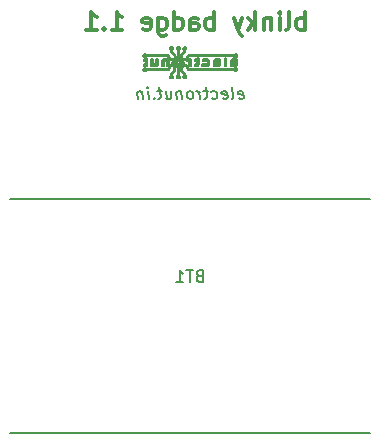
<source format=gbo>
G04 #@! TF.FileFunction,Legend,Bot*
%FSLAX46Y46*%
G04 Gerber Fmt 4.6, Leading zero omitted, Abs format (unit mm)*
G04 Created by KiCad (PCBNEW (2015-05-03 BZR 5637)-product) date 2015 September 26, Saturday 19:46:49*
%MOMM*%
G01*
G04 APERTURE LIST*
%ADD10C,0.100000*%
%ADD11C,0.200000*%
%ADD12C,0.300000*%
%ADD13C,0.150000*%
%ADD14R,5.000000X5.000000*%
%ADD15R,4.000000X4.000000*%
%ADD16C,1.651000*%
G04 APERTURE END LIST*
D10*
D11*
X152227833Y-102004762D02*
X152329024Y-102052381D01*
X152519501Y-102052381D01*
X152608786Y-102004762D01*
X152644500Y-101909524D01*
X152596881Y-101528571D01*
X152537358Y-101433333D01*
X152436167Y-101385714D01*
X152245690Y-101385714D01*
X152156405Y-101433333D01*
X152120690Y-101528571D01*
X152132595Y-101623810D01*
X152620691Y-101719048D01*
X151614739Y-102052381D02*
X151704024Y-102004762D01*
X151739738Y-101909524D01*
X151632596Y-101052381D01*
X150846880Y-102004762D02*
X150948071Y-102052381D01*
X151138548Y-102052381D01*
X151227833Y-102004762D01*
X151263547Y-101909524D01*
X151215928Y-101528571D01*
X151156405Y-101433333D01*
X151055214Y-101385714D01*
X150864737Y-101385714D01*
X150775452Y-101433333D01*
X150739737Y-101528571D01*
X150751642Y-101623810D01*
X151239738Y-101719048D01*
X149942118Y-102004762D02*
X150043309Y-102052381D01*
X150233786Y-102052381D01*
X150323071Y-102004762D01*
X150364738Y-101957143D01*
X150400452Y-101861905D01*
X150364738Y-101576190D01*
X150305214Y-101480952D01*
X150251643Y-101433333D01*
X150150452Y-101385714D01*
X149959975Y-101385714D01*
X149870690Y-101433333D01*
X149579023Y-101385714D02*
X149198071Y-101385714D01*
X149394500Y-101052381D02*
X149501642Y-101909524D01*
X149465928Y-102004762D01*
X149376643Y-102052381D01*
X149281405Y-102052381D01*
X148948071Y-102052381D02*
X148864737Y-101385714D01*
X148888547Y-101576190D02*
X148829023Y-101480952D01*
X148775452Y-101433333D01*
X148674261Y-101385714D01*
X148579022Y-101385714D01*
X148186166Y-102052381D02*
X148275451Y-102004762D01*
X148317118Y-101957143D01*
X148352832Y-101861905D01*
X148317118Y-101576190D01*
X148257594Y-101480952D01*
X148204023Y-101433333D01*
X148102832Y-101385714D01*
X147959974Y-101385714D01*
X147870689Y-101433333D01*
X147829022Y-101480952D01*
X147793308Y-101576190D01*
X147829022Y-101861905D01*
X147888546Y-101957143D01*
X147942117Y-102004762D01*
X148043308Y-102052381D01*
X148186166Y-102052381D01*
X147340927Y-101385714D02*
X147424261Y-102052381D01*
X147352832Y-101480952D02*
X147299261Y-101433333D01*
X147198070Y-101385714D01*
X147055212Y-101385714D01*
X146965927Y-101433333D01*
X146930212Y-101528571D01*
X146995689Y-102052381D01*
X146007593Y-101385714D02*
X146090927Y-102052381D01*
X146436165Y-101385714D02*
X146501641Y-101909524D01*
X146465927Y-102004762D01*
X146376642Y-102052381D01*
X146233784Y-102052381D01*
X146132593Y-102004762D01*
X146079022Y-101957143D01*
X145674260Y-101385714D02*
X145293308Y-101385714D01*
X145489737Y-101052381D02*
X145596879Y-101909524D01*
X145561165Y-102004762D01*
X145471880Y-102052381D01*
X145376642Y-102052381D01*
X145031403Y-101957143D02*
X144989736Y-102004762D01*
X145043308Y-102052381D01*
X145084974Y-102004762D01*
X145031403Y-101957143D01*
X145043308Y-102052381D01*
X144567118Y-102052381D02*
X144483784Y-101385714D01*
X144442118Y-101052381D02*
X144495689Y-101100000D01*
X144454022Y-101147619D01*
X144400451Y-101100000D01*
X144442118Y-101052381D01*
X144454022Y-101147619D01*
X144007594Y-101385714D02*
X144090928Y-102052381D01*
X144019499Y-101480952D02*
X143965928Y-101433333D01*
X143864737Y-101385714D01*
X143721879Y-101385714D01*
X143632594Y-101433333D01*
X143596879Y-101528571D01*
X143662356Y-102052381D01*
D12*
X157804285Y-96182571D02*
X157804285Y-94682571D01*
X157804285Y-95254000D02*
X157661428Y-95182571D01*
X157375714Y-95182571D01*
X157232857Y-95254000D01*
X157161428Y-95325429D01*
X157089999Y-95468286D01*
X157089999Y-95896857D01*
X157161428Y-96039714D01*
X157232857Y-96111143D01*
X157375714Y-96182571D01*
X157661428Y-96182571D01*
X157804285Y-96111143D01*
X156232856Y-96182571D02*
X156375714Y-96111143D01*
X156447142Y-95968286D01*
X156447142Y-94682571D01*
X155661428Y-96182571D02*
X155661428Y-95182571D01*
X155661428Y-94682571D02*
X155732857Y-94754000D01*
X155661428Y-94825429D01*
X155590000Y-94754000D01*
X155661428Y-94682571D01*
X155661428Y-94825429D01*
X154947142Y-95182571D02*
X154947142Y-96182571D01*
X154947142Y-95325429D02*
X154875714Y-95254000D01*
X154732856Y-95182571D01*
X154518571Y-95182571D01*
X154375714Y-95254000D01*
X154304285Y-95396857D01*
X154304285Y-96182571D01*
X153589999Y-96182571D02*
X153589999Y-94682571D01*
X153447142Y-95611143D02*
X153018571Y-96182571D01*
X153018571Y-95182571D02*
X153589999Y-95754000D01*
X152518570Y-95182571D02*
X152161427Y-96182571D01*
X151804285Y-95182571D02*
X152161427Y-96182571D01*
X152304285Y-96539714D01*
X152375713Y-96611143D01*
X152518570Y-96682571D01*
X150089999Y-96182571D02*
X150089999Y-94682571D01*
X150089999Y-95254000D02*
X149947142Y-95182571D01*
X149661428Y-95182571D01*
X149518571Y-95254000D01*
X149447142Y-95325429D01*
X149375713Y-95468286D01*
X149375713Y-95896857D01*
X149447142Y-96039714D01*
X149518571Y-96111143D01*
X149661428Y-96182571D01*
X149947142Y-96182571D01*
X150089999Y-96111143D01*
X148089999Y-96182571D02*
X148089999Y-95396857D01*
X148161428Y-95254000D01*
X148304285Y-95182571D01*
X148589999Y-95182571D01*
X148732856Y-95254000D01*
X148089999Y-96111143D02*
X148232856Y-96182571D01*
X148589999Y-96182571D01*
X148732856Y-96111143D01*
X148804285Y-95968286D01*
X148804285Y-95825429D01*
X148732856Y-95682571D01*
X148589999Y-95611143D01*
X148232856Y-95611143D01*
X148089999Y-95539714D01*
X146732856Y-96182571D02*
X146732856Y-94682571D01*
X146732856Y-96111143D02*
X146875713Y-96182571D01*
X147161427Y-96182571D01*
X147304285Y-96111143D01*
X147375713Y-96039714D01*
X147447142Y-95896857D01*
X147447142Y-95468286D01*
X147375713Y-95325429D01*
X147304285Y-95254000D01*
X147161427Y-95182571D01*
X146875713Y-95182571D01*
X146732856Y-95254000D01*
X145375713Y-95182571D02*
X145375713Y-96396857D01*
X145447142Y-96539714D01*
X145518570Y-96611143D01*
X145661427Y-96682571D01*
X145875713Y-96682571D01*
X146018570Y-96611143D01*
X145375713Y-96111143D02*
X145518570Y-96182571D01*
X145804284Y-96182571D01*
X145947142Y-96111143D01*
X146018570Y-96039714D01*
X146089999Y-95896857D01*
X146089999Y-95468286D01*
X146018570Y-95325429D01*
X145947142Y-95254000D01*
X145804284Y-95182571D01*
X145518570Y-95182571D01*
X145375713Y-95254000D01*
X144089999Y-96111143D02*
X144232856Y-96182571D01*
X144518570Y-96182571D01*
X144661427Y-96111143D01*
X144732856Y-95968286D01*
X144732856Y-95396857D01*
X144661427Y-95254000D01*
X144518570Y-95182571D01*
X144232856Y-95182571D01*
X144089999Y-95254000D01*
X144018570Y-95396857D01*
X144018570Y-95539714D01*
X144732856Y-95682571D01*
X141447142Y-96182571D02*
X142304285Y-96182571D01*
X141875713Y-96182571D02*
X141875713Y-94682571D01*
X142018570Y-94896857D01*
X142161428Y-95039714D01*
X142304285Y-95111143D01*
X140804285Y-96039714D02*
X140732857Y-96111143D01*
X140804285Y-96182571D01*
X140875714Y-96111143D01*
X140804285Y-96039714D01*
X140804285Y-96182571D01*
X139304285Y-96182571D02*
X140161428Y-96182571D01*
X139732856Y-96182571D02*
X139732856Y-94682571D01*
X139875713Y-94896857D01*
X140018571Y-95039714D01*
X140161428Y-95111143D01*
D13*
X132832000Y-110496000D02*
X163332000Y-110496000D01*
X132832000Y-130296000D02*
X163332000Y-130296000D01*
G36*
X147661000Y-100305000D02*
X147611000Y-100305000D01*
X147611000Y-100295000D01*
X147661000Y-100295000D01*
X147661000Y-100305000D01*
G37*
X147661000Y-100305000D02*
X147611000Y-100305000D01*
X147611000Y-100295000D01*
X147661000Y-100295000D01*
X147661000Y-100305000D01*
G36*
X147101000Y-100305000D02*
X147051000Y-100305000D01*
X147051000Y-100295000D01*
X147101000Y-100295000D01*
X147101000Y-100305000D01*
G37*
X147101000Y-100305000D02*
X147051000Y-100305000D01*
X147051000Y-100295000D01*
X147101000Y-100295000D01*
X147101000Y-100305000D01*
G36*
X146551000Y-100305000D02*
X146491000Y-100305000D01*
X146491000Y-100295000D01*
X146551000Y-100295000D01*
X146551000Y-100305000D01*
G37*
X146551000Y-100305000D02*
X146491000Y-100305000D01*
X146491000Y-100295000D01*
X146551000Y-100295000D01*
X146551000Y-100305000D01*
G36*
X147691000Y-100295000D02*
X147581000Y-100295000D01*
X147581000Y-100285000D01*
X147691000Y-100285000D01*
X147691000Y-100295000D01*
G37*
X147691000Y-100295000D02*
X147581000Y-100295000D01*
X147581000Y-100285000D01*
X147691000Y-100285000D01*
X147691000Y-100295000D01*
G36*
X147131000Y-100295000D02*
X147021000Y-100295000D01*
X147021000Y-100285000D01*
X147131000Y-100285000D01*
X147131000Y-100295000D01*
G37*
X147131000Y-100295000D02*
X147021000Y-100295000D01*
X147021000Y-100285000D01*
X147131000Y-100285000D01*
X147131000Y-100295000D01*
G36*
X146571000Y-100295000D02*
X146461000Y-100295000D01*
X146461000Y-100285000D01*
X146571000Y-100285000D01*
X146571000Y-100295000D01*
G37*
X146571000Y-100295000D02*
X146461000Y-100295000D01*
X146461000Y-100285000D01*
X146571000Y-100285000D01*
X146571000Y-100295000D01*
G36*
X147711000Y-100285000D02*
X147561000Y-100285000D01*
X147561000Y-100275000D01*
X147711000Y-100275000D01*
X147711000Y-100285000D01*
G37*
X147711000Y-100285000D02*
X147561000Y-100285000D01*
X147561000Y-100275000D01*
X147711000Y-100275000D01*
X147711000Y-100285000D01*
G36*
X147151000Y-100285000D02*
X147011000Y-100285000D01*
X147011000Y-100275000D01*
X147151000Y-100275000D01*
X147151000Y-100285000D01*
G37*
X147151000Y-100285000D02*
X147011000Y-100285000D01*
X147011000Y-100275000D01*
X147151000Y-100275000D01*
X147151000Y-100285000D01*
G36*
X146591000Y-100285000D02*
X146451000Y-100285000D01*
X146451000Y-100275000D01*
X146591000Y-100275000D01*
X146591000Y-100285000D01*
G37*
X146591000Y-100285000D02*
X146451000Y-100285000D01*
X146451000Y-100275000D01*
X146591000Y-100275000D01*
X146591000Y-100285000D01*
G36*
X147721000Y-100275000D02*
X147551000Y-100275000D01*
X147551000Y-100265000D01*
X147721000Y-100265000D01*
X147721000Y-100275000D01*
G37*
X147721000Y-100275000D02*
X147551000Y-100275000D01*
X147551000Y-100265000D01*
X147721000Y-100265000D01*
X147721000Y-100275000D01*
G36*
X147161000Y-100275000D02*
X146991000Y-100275000D01*
X146991000Y-100265000D01*
X147161000Y-100265000D01*
X147161000Y-100275000D01*
G37*
X147161000Y-100275000D02*
X146991000Y-100275000D01*
X146991000Y-100265000D01*
X147161000Y-100265000D01*
X147161000Y-100275000D01*
G36*
X146601000Y-100275000D02*
X146431000Y-100275000D01*
X146431000Y-100265000D01*
X146601000Y-100265000D01*
X146601000Y-100275000D01*
G37*
X146601000Y-100275000D02*
X146431000Y-100275000D01*
X146431000Y-100265000D01*
X146601000Y-100265000D01*
X146601000Y-100275000D01*
G36*
X147731000Y-100265000D02*
X147541000Y-100265000D01*
X147541000Y-100255000D01*
X147731000Y-100255000D01*
X147731000Y-100265000D01*
G37*
X147731000Y-100265000D02*
X147541000Y-100265000D01*
X147541000Y-100255000D01*
X147731000Y-100255000D01*
X147731000Y-100265000D01*
G36*
X147171000Y-100265000D02*
X146981000Y-100265000D01*
X146981000Y-100255000D01*
X147171000Y-100255000D01*
X147171000Y-100265000D01*
G37*
X147171000Y-100265000D02*
X146981000Y-100265000D01*
X146981000Y-100255000D01*
X147171000Y-100255000D01*
X147171000Y-100265000D01*
G36*
X146611000Y-100265000D02*
X146421000Y-100265000D01*
X146421000Y-100255000D01*
X146611000Y-100255000D01*
X146611000Y-100265000D01*
G37*
X146611000Y-100265000D02*
X146421000Y-100265000D01*
X146421000Y-100255000D01*
X146611000Y-100255000D01*
X146611000Y-100265000D01*
G36*
X147741000Y-100255000D02*
X147531000Y-100255000D01*
X147531000Y-100245000D01*
X147741000Y-100245000D01*
X147741000Y-100255000D01*
G37*
X147741000Y-100255000D02*
X147531000Y-100255000D01*
X147531000Y-100245000D01*
X147741000Y-100245000D01*
X147741000Y-100255000D01*
G36*
X147181000Y-100255000D02*
X146981000Y-100255000D01*
X146981000Y-100245000D01*
X147181000Y-100245000D01*
X147181000Y-100255000D01*
G37*
X147181000Y-100255000D02*
X146981000Y-100255000D01*
X146981000Y-100245000D01*
X147181000Y-100245000D01*
X147181000Y-100255000D01*
G36*
X146621000Y-100255000D02*
X146421000Y-100255000D01*
X146421000Y-100245000D01*
X146621000Y-100245000D01*
X146621000Y-100255000D01*
G37*
X146621000Y-100255000D02*
X146421000Y-100255000D01*
X146421000Y-100245000D01*
X146621000Y-100245000D01*
X146621000Y-100255000D01*
G36*
X147741000Y-100245000D02*
X147531000Y-100245000D01*
X147531000Y-100235000D01*
X147741000Y-100235000D01*
X147741000Y-100245000D01*
G37*
X147741000Y-100245000D02*
X147531000Y-100245000D01*
X147531000Y-100235000D01*
X147741000Y-100235000D01*
X147741000Y-100245000D01*
G36*
X147191000Y-100245000D02*
X146971000Y-100245000D01*
X146971000Y-100235000D01*
X147191000Y-100235000D01*
X147191000Y-100245000D01*
G37*
X147191000Y-100245000D02*
X146971000Y-100245000D01*
X146971000Y-100235000D01*
X147191000Y-100235000D01*
X147191000Y-100245000D01*
G36*
X146631000Y-100245000D02*
X146411000Y-100245000D01*
X146411000Y-100235000D01*
X146631000Y-100235000D01*
X146631000Y-100245000D01*
G37*
X146631000Y-100245000D02*
X146411000Y-100245000D01*
X146411000Y-100235000D01*
X146631000Y-100235000D01*
X146631000Y-100245000D01*
G36*
X147751000Y-100235000D02*
X147671000Y-100235000D01*
X147671000Y-100225000D01*
X147751000Y-100225000D01*
X147751000Y-100235000D01*
G37*
X147751000Y-100235000D02*
X147671000Y-100235000D01*
X147671000Y-100225000D01*
X147751000Y-100225000D01*
X147751000Y-100235000D01*
G36*
X147601000Y-100235000D02*
X147521000Y-100235000D01*
X147521000Y-100225000D01*
X147601000Y-100225000D01*
X147601000Y-100235000D01*
G37*
X147601000Y-100235000D02*
X147521000Y-100235000D01*
X147521000Y-100225000D01*
X147601000Y-100225000D01*
X147601000Y-100235000D01*
G36*
X147191000Y-100235000D02*
X147111000Y-100235000D01*
X147111000Y-100225000D01*
X147191000Y-100225000D01*
X147191000Y-100235000D01*
G37*
X147191000Y-100235000D02*
X147111000Y-100235000D01*
X147111000Y-100225000D01*
X147191000Y-100225000D01*
X147191000Y-100235000D01*
G36*
X147051000Y-100235000D02*
X146961000Y-100235000D01*
X146961000Y-100225000D01*
X147051000Y-100225000D01*
X147051000Y-100235000D01*
G37*
X147051000Y-100235000D02*
X146961000Y-100235000D01*
X146961000Y-100225000D01*
X147051000Y-100225000D01*
X147051000Y-100235000D01*
G36*
X146631000Y-100235000D02*
X146551000Y-100235000D01*
X146551000Y-100225000D01*
X146631000Y-100225000D01*
X146631000Y-100235000D01*
G37*
X146631000Y-100235000D02*
X146551000Y-100235000D01*
X146551000Y-100225000D01*
X146631000Y-100225000D01*
X146631000Y-100235000D01*
G36*
X146491000Y-100235000D02*
X146411000Y-100235000D01*
X146411000Y-100225000D01*
X146491000Y-100225000D01*
X146491000Y-100235000D01*
G37*
X146491000Y-100235000D02*
X146411000Y-100235000D01*
X146411000Y-100225000D01*
X146491000Y-100225000D01*
X146491000Y-100235000D01*
G36*
X147751000Y-100225000D02*
X147681000Y-100225000D01*
X147681000Y-100215000D01*
X147751000Y-100215000D01*
X147751000Y-100225000D01*
G37*
X147751000Y-100225000D02*
X147681000Y-100225000D01*
X147681000Y-100215000D01*
X147751000Y-100215000D01*
X147751000Y-100225000D01*
G36*
X147591000Y-100225000D02*
X147521000Y-100225000D01*
X147521000Y-100215000D01*
X147591000Y-100215000D01*
X147591000Y-100225000D01*
G37*
X147591000Y-100225000D02*
X147521000Y-100225000D01*
X147521000Y-100215000D01*
X147591000Y-100215000D01*
X147591000Y-100225000D01*
G36*
X147201000Y-100225000D02*
X147121000Y-100225000D01*
X147121000Y-100215000D01*
X147201000Y-100215000D01*
X147201000Y-100225000D01*
G37*
X147201000Y-100225000D02*
X147121000Y-100225000D01*
X147121000Y-100215000D01*
X147201000Y-100215000D01*
X147201000Y-100225000D01*
G36*
X147031000Y-100225000D02*
X146961000Y-100225000D01*
X146961000Y-100215000D01*
X147031000Y-100215000D01*
X147031000Y-100225000D01*
G37*
X147031000Y-100225000D02*
X146961000Y-100225000D01*
X146961000Y-100215000D01*
X147031000Y-100215000D01*
X147031000Y-100225000D01*
G36*
X146641000Y-100225000D02*
X146561000Y-100225000D01*
X146561000Y-100215000D01*
X146641000Y-100215000D01*
X146641000Y-100225000D01*
G37*
X146641000Y-100225000D02*
X146561000Y-100225000D01*
X146561000Y-100215000D01*
X146641000Y-100215000D01*
X146641000Y-100225000D01*
G36*
X146471000Y-100225000D02*
X146401000Y-100225000D01*
X146401000Y-100215000D01*
X146471000Y-100215000D01*
X146471000Y-100225000D01*
G37*
X146471000Y-100225000D02*
X146401000Y-100225000D01*
X146401000Y-100215000D01*
X146471000Y-100215000D01*
X146471000Y-100225000D01*
G36*
X147761000Y-100215000D02*
X147691000Y-100215000D01*
X147691000Y-100205000D01*
X147761000Y-100205000D01*
X147761000Y-100215000D01*
G37*
X147761000Y-100215000D02*
X147691000Y-100215000D01*
X147691000Y-100205000D01*
X147761000Y-100205000D01*
X147761000Y-100215000D01*
G36*
X147581000Y-100215000D02*
X147511000Y-100215000D01*
X147511000Y-100205000D01*
X147581000Y-100205000D01*
X147581000Y-100215000D01*
G37*
X147581000Y-100215000D02*
X147511000Y-100215000D01*
X147511000Y-100205000D01*
X147581000Y-100205000D01*
X147581000Y-100215000D01*
G36*
X147201000Y-100215000D02*
X147131000Y-100215000D01*
X147131000Y-100205000D01*
X147201000Y-100205000D01*
X147201000Y-100215000D01*
G37*
X147201000Y-100215000D02*
X147131000Y-100215000D01*
X147131000Y-100205000D01*
X147201000Y-100205000D01*
X147201000Y-100215000D01*
G36*
X147031000Y-100215000D02*
X146961000Y-100215000D01*
X146961000Y-100205000D01*
X147031000Y-100205000D01*
X147031000Y-100215000D01*
G37*
X147031000Y-100215000D02*
X146961000Y-100215000D01*
X146961000Y-100205000D01*
X147031000Y-100205000D01*
X147031000Y-100215000D01*
G36*
X146641000Y-100215000D02*
X146571000Y-100215000D01*
X146571000Y-100205000D01*
X146641000Y-100205000D01*
X146641000Y-100215000D01*
G37*
X146641000Y-100215000D02*
X146571000Y-100215000D01*
X146571000Y-100205000D01*
X146641000Y-100205000D01*
X146641000Y-100215000D01*
G36*
X146471000Y-100215000D02*
X146401000Y-100215000D01*
X146401000Y-100205000D01*
X146471000Y-100205000D01*
X146471000Y-100215000D01*
G37*
X146471000Y-100215000D02*
X146401000Y-100215000D01*
X146401000Y-100205000D01*
X146471000Y-100205000D01*
X146471000Y-100215000D01*
G36*
X147761000Y-100205000D02*
X147691000Y-100205000D01*
X147691000Y-100195000D01*
X147761000Y-100195000D01*
X147761000Y-100205000D01*
G37*
X147761000Y-100205000D02*
X147691000Y-100205000D01*
X147691000Y-100195000D01*
X147761000Y-100195000D01*
X147761000Y-100205000D01*
G36*
X147581000Y-100205000D02*
X147511000Y-100205000D01*
X147511000Y-100195000D01*
X147581000Y-100195000D01*
X147581000Y-100205000D01*
G37*
X147581000Y-100205000D02*
X147511000Y-100205000D01*
X147511000Y-100195000D01*
X147581000Y-100195000D01*
X147581000Y-100205000D01*
G36*
X147201000Y-100205000D02*
X147141000Y-100205000D01*
X147141000Y-100195000D01*
X147201000Y-100195000D01*
X147201000Y-100205000D01*
G37*
X147201000Y-100205000D02*
X147141000Y-100205000D01*
X147141000Y-100195000D01*
X147201000Y-100195000D01*
X147201000Y-100205000D01*
G36*
X147021000Y-100205000D02*
X146951000Y-100205000D01*
X146951000Y-100195000D01*
X147021000Y-100195000D01*
X147021000Y-100205000D01*
G37*
X147021000Y-100205000D02*
X146951000Y-100205000D01*
X146951000Y-100195000D01*
X147021000Y-100195000D01*
X147021000Y-100205000D01*
G36*
X146641000Y-100205000D02*
X146581000Y-100205000D01*
X146581000Y-100195000D01*
X146641000Y-100195000D01*
X146641000Y-100205000D01*
G37*
X146641000Y-100205000D02*
X146581000Y-100205000D01*
X146581000Y-100195000D01*
X146641000Y-100195000D01*
X146641000Y-100205000D01*
G36*
X146461000Y-100205000D02*
X146401000Y-100205000D01*
X146401000Y-100195000D01*
X146461000Y-100195000D01*
X146461000Y-100205000D01*
G37*
X146461000Y-100205000D02*
X146401000Y-100205000D01*
X146401000Y-100195000D01*
X146461000Y-100195000D01*
X146461000Y-100205000D01*
G36*
X147761000Y-100195000D02*
X147701000Y-100195000D01*
X147701000Y-100185000D01*
X147761000Y-100185000D01*
X147761000Y-100195000D01*
G37*
X147761000Y-100195000D02*
X147701000Y-100195000D01*
X147701000Y-100185000D01*
X147761000Y-100185000D01*
X147761000Y-100195000D01*
G36*
X147571000Y-100195000D02*
X147511000Y-100195000D01*
X147511000Y-100185000D01*
X147571000Y-100185000D01*
X147571000Y-100195000D01*
G37*
X147571000Y-100195000D02*
X147511000Y-100195000D01*
X147511000Y-100185000D01*
X147571000Y-100185000D01*
X147571000Y-100195000D01*
G36*
X147201000Y-100195000D02*
X147141000Y-100195000D01*
X147141000Y-100185000D01*
X147201000Y-100185000D01*
X147201000Y-100195000D01*
G37*
X147201000Y-100195000D02*
X147141000Y-100195000D01*
X147141000Y-100185000D01*
X147201000Y-100185000D01*
X147201000Y-100195000D01*
G36*
X147021000Y-100195000D02*
X146951000Y-100195000D01*
X146951000Y-100185000D01*
X147021000Y-100185000D01*
X147021000Y-100195000D01*
G37*
X147021000Y-100195000D02*
X146951000Y-100195000D01*
X146951000Y-100185000D01*
X147021000Y-100185000D01*
X147021000Y-100195000D01*
G36*
X146641000Y-100195000D02*
X146581000Y-100195000D01*
X146581000Y-100185000D01*
X146641000Y-100185000D01*
X146641000Y-100195000D01*
G37*
X146641000Y-100195000D02*
X146581000Y-100195000D01*
X146581000Y-100185000D01*
X146641000Y-100185000D01*
X146641000Y-100195000D01*
G36*
X146461000Y-100195000D02*
X146391000Y-100195000D01*
X146391000Y-100185000D01*
X146461000Y-100185000D01*
X146461000Y-100195000D01*
G37*
X146461000Y-100195000D02*
X146391000Y-100195000D01*
X146391000Y-100185000D01*
X146461000Y-100185000D01*
X146461000Y-100195000D01*
G36*
X147761000Y-100185000D02*
X147701000Y-100185000D01*
X147701000Y-100175000D01*
X147761000Y-100175000D01*
X147761000Y-100185000D01*
G37*
X147761000Y-100185000D02*
X147701000Y-100185000D01*
X147701000Y-100175000D01*
X147761000Y-100175000D01*
X147761000Y-100185000D01*
G36*
X147571000Y-100185000D02*
X147511000Y-100185000D01*
X147511000Y-100175000D01*
X147571000Y-100175000D01*
X147571000Y-100185000D01*
G37*
X147571000Y-100185000D02*
X147511000Y-100185000D01*
X147511000Y-100175000D01*
X147571000Y-100175000D01*
X147571000Y-100185000D01*
G36*
X147201000Y-100185000D02*
X147141000Y-100185000D01*
X147141000Y-100175000D01*
X147201000Y-100175000D01*
X147201000Y-100185000D01*
G37*
X147201000Y-100185000D02*
X147141000Y-100185000D01*
X147141000Y-100175000D01*
X147201000Y-100175000D01*
X147201000Y-100185000D01*
G36*
X147021000Y-100185000D02*
X146951000Y-100185000D01*
X146951000Y-100175000D01*
X147021000Y-100175000D01*
X147021000Y-100185000D01*
G37*
X147021000Y-100185000D02*
X146951000Y-100185000D01*
X146951000Y-100175000D01*
X147021000Y-100175000D01*
X147021000Y-100185000D01*
G36*
X146641000Y-100185000D02*
X146581000Y-100185000D01*
X146581000Y-100175000D01*
X146641000Y-100175000D01*
X146641000Y-100185000D01*
G37*
X146641000Y-100185000D02*
X146581000Y-100185000D01*
X146581000Y-100175000D01*
X146641000Y-100175000D01*
X146641000Y-100185000D01*
G36*
X146461000Y-100185000D02*
X146391000Y-100185000D01*
X146391000Y-100175000D01*
X146461000Y-100175000D01*
X146461000Y-100185000D01*
G37*
X146461000Y-100185000D02*
X146391000Y-100185000D01*
X146391000Y-100175000D01*
X146461000Y-100175000D01*
X146461000Y-100185000D01*
G36*
X147761000Y-100175000D02*
X147701000Y-100175000D01*
X147701000Y-100165000D01*
X147761000Y-100165000D01*
X147761000Y-100175000D01*
G37*
X147761000Y-100175000D02*
X147701000Y-100175000D01*
X147701000Y-100165000D01*
X147761000Y-100165000D01*
X147761000Y-100175000D01*
G36*
X147571000Y-100175000D02*
X147511000Y-100175000D01*
X147511000Y-100165000D01*
X147571000Y-100165000D01*
X147571000Y-100175000D01*
G37*
X147571000Y-100175000D02*
X147511000Y-100175000D01*
X147511000Y-100165000D01*
X147571000Y-100165000D01*
X147571000Y-100175000D01*
G36*
X147201000Y-100175000D02*
X147141000Y-100175000D01*
X147141000Y-100165000D01*
X147201000Y-100165000D01*
X147201000Y-100175000D01*
G37*
X147201000Y-100175000D02*
X147141000Y-100175000D01*
X147141000Y-100165000D01*
X147201000Y-100165000D01*
X147201000Y-100175000D01*
G36*
X147021000Y-100175000D02*
X146951000Y-100175000D01*
X146951000Y-100165000D01*
X147021000Y-100165000D01*
X147021000Y-100175000D01*
G37*
X147021000Y-100175000D02*
X146951000Y-100175000D01*
X146951000Y-100165000D01*
X147021000Y-100165000D01*
X147021000Y-100175000D01*
G36*
X146641000Y-100175000D02*
X146581000Y-100175000D01*
X146581000Y-100165000D01*
X146641000Y-100165000D01*
X146641000Y-100175000D01*
G37*
X146641000Y-100175000D02*
X146581000Y-100175000D01*
X146581000Y-100165000D01*
X146641000Y-100165000D01*
X146641000Y-100175000D01*
G36*
X146461000Y-100175000D02*
X146391000Y-100175000D01*
X146391000Y-100165000D01*
X146461000Y-100165000D01*
X146461000Y-100175000D01*
G37*
X146461000Y-100175000D02*
X146391000Y-100175000D01*
X146391000Y-100165000D01*
X146461000Y-100165000D01*
X146461000Y-100175000D01*
G36*
X147761000Y-100165000D02*
X147691000Y-100165000D01*
X147691000Y-100155000D01*
X147761000Y-100155000D01*
X147761000Y-100165000D01*
G37*
X147761000Y-100165000D02*
X147691000Y-100165000D01*
X147691000Y-100155000D01*
X147761000Y-100155000D01*
X147761000Y-100165000D01*
G36*
X147581000Y-100165000D02*
X147511000Y-100165000D01*
X147511000Y-100155000D01*
X147581000Y-100155000D01*
X147581000Y-100165000D01*
G37*
X147581000Y-100165000D02*
X147511000Y-100165000D01*
X147511000Y-100155000D01*
X147581000Y-100155000D01*
X147581000Y-100165000D01*
G36*
X147201000Y-100165000D02*
X147141000Y-100165000D01*
X147141000Y-100155000D01*
X147201000Y-100155000D01*
X147201000Y-100165000D01*
G37*
X147201000Y-100165000D02*
X147141000Y-100165000D01*
X147141000Y-100155000D01*
X147201000Y-100155000D01*
X147201000Y-100165000D01*
G36*
X147021000Y-100165000D02*
X146951000Y-100165000D01*
X146951000Y-100155000D01*
X147021000Y-100155000D01*
X147021000Y-100165000D01*
G37*
X147021000Y-100165000D02*
X146951000Y-100165000D01*
X146951000Y-100155000D01*
X147021000Y-100155000D01*
X147021000Y-100165000D01*
G36*
X146641000Y-100165000D02*
X146581000Y-100165000D01*
X146581000Y-100155000D01*
X146641000Y-100155000D01*
X146641000Y-100165000D01*
G37*
X146641000Y-100165000D02*
X146581000Y-100165000D01*
X146581000Y-100155000D01*
X146641000Y-100155000D01*
X146641000Y-100165000D01*
G36*
X146461000Y-100165000D02*
X146391000Y-100165000D01*
X146391000Y-100155000D01*
X146461000Y-100155000D01*
X146461000Y-100165000D01*
G37*
X146461000Y-100165000D02*
X146391000Y-100165000D01*
X146391000Y-100155000D01*
X146461000Y-100155000D01*
X146461000Y-100165000D01*
G36*
X147761000Y-100155000D02*
X147691000Y-100155000D01*
X147691000Y-100145000D01*
X147761000Y-100145000D01*
X147761000Y-100155000D01*
G37*
X147761000Y-100155000D02*
X147691000Y-100155000D01*
X147691000Y-100145000D01*
X147761000Y-100145000D01*
X147761000Y-100155000D01*
G36*
X147581000Y-100155000D02*
X147511000Y-100155000D01*
X147511000Y-100145000D01*
X147581000Y-100145000D01*
X147581000Y-100155000D01*
G37*
X147581000Y-100155000D02*
X147511000Y-100155000D01*
X147511000Y-100145000D01*
X147581000Y-100145000D01*
X147581000Y-100155000D01*
G36*
X147201000Y-100155000D02*
X147131000Y-100155000D01*
X147131000Y-100145000D01*
X147201000Y-100145000D01*
X147201000Y-100155000D01*
G37*
X147201000Y-100155000D02*
X147131000Y-100155000D01*
X147131000Y-100145000D01*
X147201000Y-100145000D01*
X147201000Y-100155000D01*
G36*
X147021000Y-100155000D02*
X146961000Y-100155000D01*
X146961000Y-100145000D01*
X147021000Y-100145000D01*
X147021000Y-100155000D01*
G37*
X147021000Y-100155000D02*
X146961000Y-100155000D01*
X146961000Y-100145000D01*
X147021000Y-100145000D01*
X147021000Y-100155000D01*
G36*
X146641000Y-100155000D02*
X146571000Y-100155000D01*
X146571000Y-100145000D01*
X146641000Y-100145000D01*
X146641000Y-100155000D01*
G37*
X146641000Y-100155000D02*
X146571000Y-100155000D01*
X146571000Y-100145000D01*
X146641000Y-100145000D01*
X146641000Y-100155000D01*
G36*
X146461000Y-100155000D02*
X146401000Y-100155000D01*
X146401000Y-100145000D01*
X146461000Y-100145000D01*
X146461000Y-100155000D01*
G37*
X146461000Y-100155000D02*
X146401000Y-100155000D01*
X146401000Y-100145000D01*
X146461000Y-100145000D01*
X146461000Y-100155000D01*
G36*
X147751000Y-100145000D02*
X147681000Y-100145000D01*
X147681000Y-100135000D01*
X147751000Y-100135000D01*
X147751000Y-100145000D01*
G37*
X147751000Y-100145000D02*
X147681000Y-100145000D01*
X147681000Y-100135000D01*
X147751000Y-100135000D01*
X147751000Y-100145000D01*
G36*
X147591000Y-100145000D02*
X147521000Y-100145000D01*
X147521000Y-100135000D01*
X147591000Y-100135000D01*
X147591000Y-100145000D01*
G37*
X147591000Y-100145000D02*
X147521000Y-100145000D01*
X147521000Y-100135000D01*
X147591000Y-100135000D01*
X147591000Y-100145000D01*
G36*
X147201000Y-100145000D02*
X147131000Y-100145000D01*
X147131000Y-100135000D01*
X147201000Y-100135000D01*
X147201000Y-100145000D01*
G37*
X147201000Y-100145000D02*
X147131000Y-100145000D01*
X147131000Y-100135000D01*
X147201000Y-100135000D01*
X147201000Y-100145000D01*
G36*
X147031000Y-100145000D02*
X146961000Y-100145000D01*
X146961000Y-100135000D01*
X147031000Y-100135000D01*
X147031000Y-100145000D01*
G37*
X147031000Y-100145000D02*
X146961000Y-100145000D01*
X146961000Y-100135000D01*
X147031000Y-100135000D01*
X147031000Y-100145000D01*
G36*
X146641000Y-100145000D02*
X146571000Y-100145000D01*
X146571000Y-100135000D01*
X146641000Y-100135000D01*
X146641000Y-100145000D01*
G37*
X146641000Y-100145000D02*
X146571000Y-100145000D01*
X146571000Y-100135000D01*
X146641000Y-100135000D01*
X146641000Y-100145000D01*
G36*
X146471000Y-100145000D02*
X146401000Y-100145000D01*
X146401000Y-100135000D01*
X146471000Y-100135000D01*
X146471000Y-100145000D01*
G37*
X146471000Y-100145000D02*
X146401000Y-100145000D01*
X146401000Y-100135000D01*
X146471000Y-100135000D01*
X146471000Y-100145000D01*
G36*
X147751000Y-100135000D02*
X147681000Y-100135000D01*
X147681000Y-100125000D01*
X147751000Y-100125000D01*
X147751000Y-100135000D01*
G37*
X147751000Y-100135000D02*
X147681000Y-100135000D01*
X147681000Y-100125000D01*
X147751000Y-100125000D01*
X147751000Y-100135000D01*
G36*
X147601000Y-100135000D02*
X147521000Y-100135000D01*
X147521000Y-100125000D01*
X147601000Y-100125000D01*
X147601000Y-100135000D01*
G37*
X147601000Y-100135000D02*
X147521000Y-100135000D01*
X147521000Y-100125000D01*
X147601000Y-100125000D01*
X147601000Y-100135000D01*
G36*
X147191000Y-100135000D02*
X147121000Y-100135000D01*
X147121000Y-100125000D01*
X147191000Y-100125000D01*
X147191000Y-100135000D01*
G37*
X147191000Y-100135000D02*
X147121000Y-100135000D01*
X147121000Y-100125000D01*
X147191000Y-100125000D01*
X147191000Y-100135000D01*
G36*
X147041000Y-100135000D02*
X146961000Y-100135000D01*
X146961000Y-100125000D01*
X147041000Y-100125000D01*
X147041000Y-100135000D01*
G37*
X147041000Y-100135000D02*
X146961000Y-100135000D01*
X146961000Y-100125000D01*
X147041000Y-100125000D01*
X147041000Y-100135000D01*
G36*
X146631000Y-100135000D02*
X146561000Y-100135000D01*
X146561000Y-100125000D01*
X146631000Y-100125000D01*
X146631000Y-100135000D01*
G37*
X146631000Y-100135000D02*
X146561000Y-100135000D01*
X146561000Y-100125000D01*
X146631000Y-100125000D01*
X146631000Y-100135000D01*
G36*
X146481000Y-100135000D02*
X146401000Y-100135000D01*
X146401000Y-100125000D01*
X146481000Y-100125000D01*
X146481000Y-100135000D01*
G37*
X146481000Y-100135000D02*
X146401000Y-100135000D01*
X146401000Y-100125000D01*
X146481000Y-100125000D01*
X146481000Y-100135000D01*
G36*
X147751000Y-100125000D02*
X147651000Y-100125000D01*
X147651000Y-100115000D01*
X147751000Y-100115000D01*
X147751000Y-100125000D01*
G37*
X147751000Y-100125000D02*
X147651000Y-100125000D01*
X147651000Y-100115000D01*
X147751000Y-100115000D01*
X147751000Y-100125000D01*
G36*
X147621000Y-100125000D02*
X147521000Y-100125000D01*
X147521000Y-100115000D01*
X147621000Y-100115000D01*
X147621000Y-100125000D01*
G37*
X147621000Y-100125000D02*
X147521000Y-100125000D01*
X147521000Y-100115000D01*
X147621000Y-100115000D01*
X147621000Y-100125000D01*
G36*
X147191000Y-100125000D02*
X147101000Y-100125000D01*
X147101000Y-100115000D01*
X147191000Y-100115000D01*
X147191000Y-100125000D01*
G37*
X147191000Y-100125000D02*
X147101000Y-100125000D01*
X147101000Y-100115000D01*
X147191000Y-100115000D01*
X147191000Y-100125000D01*
G36*
X147051000Y-100125000D02*
X146971000Y-100125000D01*
X146971000Y-100115000D01*
X147051000Y-100115000D01*
X147051000Y-100125000D01*
G37*
X147051000Y-100125000D02*
X146971000Y-100125000D01*
X146971000Y-100115000D01*
X147051000Y-100115000D01*
X147051000Y-100125000D01*
G36*
X146631000Y-100125000D02*
X146531000Y-100125000D01*
X146531000Y-100115000D01*
X146631000Y-100115000D01*
X146631000Y-100125000D01*
G37*
X146631000Y-100125000D02*
X146531000Y-100125000D01*
X146531000Y-100115000D01*
X146631000Y-100115000D01*
X146631000Y-100125000D01*
G36*
X146501000Y-100125000D02*
X146411000Y-100125000D01*
X146411000Y-100115000D01*
X146501000Y-100115000D01*
X146501000Y-100125000D01*
G37*
X146501000Y-100125000D02*
X146411000Y-100125000D01*
X146411000Y-100115000D01*
X146501000Y-100115000D01*
X146501000Y-100125000D01*
G36*
X147741000Y-100115000D02*
X147531000Y-100115000D01*
X147531000Y-100105000D01*
X147741000Y-100105000D01*
X147741000Y-100115000D01*
G37*
X147741000Y-100115000D02*
X147531000Y-100115000D01*
X147531000Y-100105000D01*
X147741000Y-100105000D01*
X147741000Y-100115000D01*
G36*
X147181000Y-100115000D02*
X146971000Y-100115000D01*
X146971000Y-100105000D01*
X147181000Y-100105000D01*
X147181000Y-100115000D01*
G37*
X147181000Y-100115000D02*
X146971000Y-100115000D01*
X146971000Y-100105000D01*
X147181000Y-100105000D01*
X147181000Y-100115000D01*
G36*
X146621000Y-100115000D02*
X146411000Y-100115000D01*
X146411000Y-100105000D01*
X146621000Y-100105000D01*
X146621000Y-100115000D01*
G37*
X146621000Y-100115000D02*
X146411000Y-100115000D01*
X146411000Y-100105000D01*
X146621000Y-100105000D01*
X146621000Y-100115000D01*
G36*
X147731000Y-100105000D02*
X147541000Y-100105000D01*
X147541000Y-100095000D01*
X147731000Y-100095000D01*
X147731000Y-100105000D01*
G37*
X147731000Y-100105000D02*
X147541000Y-100105000D01*
X147541000Y-100095000D01*
X147731000Y-100095000D01*
X147731000Y-100105000D01*
G36*
X147181000Y-100105000D02*
X146981000Y-100105000D01*
X146981000Y-100095000D01*
X147181000Y-100095000D01*
X147181000Y-100105000D01*
G37*
X147181000Y-100105000D02*
X146981000Y-100105000D01*
X146981000Y-100095000D01*
X147181000Y-100095000D01*
X147181000Y-100105000D01*
G36*
X146621000Y-100105000D02*
X146421000Y-100105000D01*
X146421000Y-100095000D01*
X146621000Y-100095000D01*
X146621000Y-100105000D01*
G37*
X146621000Y-100105000D02*
X146421000Y-100105000D01*
X146421000Y-100095000D01*
X146621000Y-100095000D01*
X146621000Y-100105000D01*
G36*
X147731000Y-100095000D02*
X147551000Y-100095000D01*
X147551000Y-100085000D01*
X147731000Y-100085000D01*
X147731000Y-100095000D01*
G37*
X147731000Y-100095000D02*
X147551000Y-100095000D01*
X147551000Y-100085000D01*
X147731000Y-100085000D01*
X147731000Y-100095000D01*
G36*
X147171000Y-100095000D02*
X146991000Y-100095000D01*
X146991000Y-100085000D01*
X147171000Y-100085000D01*
X147171000Y-100095000D01*
G37*
X147171000Y-100095000D02*
X146991000Y-100095000D01*
X146991000Y-100085000D01*
X147171000Y-100085000D01*
X147171000Y-100095000D01*
G36*
X146611000Y-100095000D02*
X146431000Y-100095000D01*
X146431000Y-100085000D01*
X146611000Y-100085000D01*
X146611000Y-100095000D01*
G37*
X146611000Y-100095000D02*
X146431000Y-100095000D01*
X146431000Y-100085000D01*
X146611000Y-100085000D01*
X146611000Y-100095000D01*
G36*
X147711000Y-100085000D02*
X147561000Y-100085000D01*
X147561000Y-100075000D01*
X147711000Y-100075000D01*
X147711000Y-100085000D01*
G37*
X147711000Y-100085000D02*
X147561000Y-100085000D01*
X147561000Y-100075000D01*
X147711000Y-100075000D01*
X147711000Y-100085000D01*
G36*
X147161000Y-100085000D02*
X147001000Y-100085000D01*
X147001000Y-100075000D01*
X147161000Y-100075000D01*
X147161000Y-100085000D01*
G37*
X147161000Y-100085000D02*
X147001000Y-100085000D01*
X147001000Y-100075000D01*
X147161000Y-100075000D01*
X147161000Y-100085000D01*
G36*
X146601000Y-100085000D02*
X146441000Y-100085000D01*
X146441000Y-100075000D01*
X146601000Y-100075000D01*
X146601000Y-100085000D01*
G37*
X146601000Y-100085000D02*
X146441000Y-100085000D01*
X146441000Y-100075000D01*
X146601000Y-100075000D01*
X146601000Y-100085000D01*
G36*
X147701000Y-100075000D02*
X147571000Y-100075000D01*
X147571000Y-100065000D01*
X147701000Y-100065000D01*
X147701000Y-100075000D01*
G37*
X147701000Y-100075000D02*
X147571000Y-100075000D01*
X147571000Y-100065000D01*
X147701000Y-100065000D01*
X147701000Y-100075000D01*
G36*
X147141000Y-100075000D02*
X147011000Y-100075000D01*
X147011000Y-100065000D01*
X147141000Y-100065000D01*
X147141000Y-100075000D01*
G37*
X147141000Y-100075000D02*
X147011000Y-100075000D01*
X147011000Y-100065000D01*
X147141000Y-100065000D01*
X147141000Y-100075000D01*
G36*
X146581000Y-100075000D02*
X146451000Y-100075000D01*
X146451000Y-100065000D01*
X146581000Y-100065000D01*
X146581000Y-100075000D01*
G37*
X146581000Y-100075000D02*
X146451000Y-100075000D01*
X146451000Y-100065000D01*
X146581000Y-100065000D01*
X146581000Y-100075000D01*
G36*
X147681000Y-100065000D02*
X147591000Y-100065000D01*
X147591000Y-100055000D01*
X147681000Y-100055000D01*
X147681000Y-100065000D01*
G37*
X147681000Y-100065000D02*
X147591000Y-100065000D01*
X147591000Y-100055000D01*
X147681000Y-100055000D01*
X147681000Y-100065000D01*
G36*
X147121000Y-100065000D02*
X147031000Y-100065000D01*
X147031000Y-100055000D01*
X147121000Y-100055000D01*
X147121000Y-100065000D01*
G37*
X147121000Y-100065000D02*
X147031000Y-100065000D01*
X147031000Y-100055000D01*
X147121000Y-100055000D01*
X147121000Y-100065000D01*
G36*
X146561000Y-100065000D02*
X146481000Y-100065000D01*
X146481000Y-100055000D01*
X146561000Y-100055000D01*
X146561000Y-100065000D01*
G37*
X146561000Y-100065000D02*
X146481000Y-100065000D01*
X146481000Y-100055000D01*
X146561000Y-100055000D01*
X146561000Y-100065000D01*
G36*
X147671000Y-100055000D02*
X147601000Y-100055000D01*
X147601000Y-100045000D01*
X147671000Y-100045000D01*
X147671000Y-100055000D01*
G37*
X147671000Y-100055000D02*
X147601000Y-100055000D01*
X147601000Y-100045000D01*
X147671000Y-100045000D01*
X147671000Y-100055000D01*
G36*
X147111000Y-100055000D02*
X147051000Y-100055000D01*
X147051000Y-100045000D01*
X147111000Y-100045000D01*
X147111000Y-100055000D01*
G37*
X147111000Y-100055000D02*
X147051000Y-100055000D01*
X147051000Y-100045000D01*
X147111000Y-100045000D01*
X147111000Y-100055000D01*
G36*
X146551000Y-100055000D02*
X146491000Y-100055000D01*
X146491000Y-100045000D01*
X146551000Y-100045000D01*
X146551000Y-100055000D01*
G37*
X146551000Y-100055000D02*
X146491000Y-100055000D01*
X146491000Y-100045000D01*
X146551000Y-100045000D01*
X146551000Y-100055000D01*
G36*
X147671000Y-100045000D02*
X147601000Y-100045000D01*
X147601000Y-100035000D01*
X147671000Y-100035000D01*
X147671000Y-100045000D01*
G37*
X147671000Y-100045000D02*
X147601000Y-100045000D01*
X147601000Y-100035000D01*
X147671000Y-100035000D01*
X147671000Y-100045000D01*
G36*
X147111000Y-100045000D02*
X147051000Y-100045000D01*
X147051000Y-100035000D01*
X147111000Y-100035000D01*
X147111000Y-100045000D01*
G37*
X147111000Y-100045000D02*
X147051000Y-100045000D01*
X147051000Y-100035000D01*
X147111000Y-100035000D01*
X147111000Y-100045000D01*
G36*
X146551000Y-100045000D02*
X146491000Y-100045000D01*
X146491000Y-100035000D01*
X146551000Y-100035000D01*
X146551000Y-100045000D01*
G37*
X146551000Y-100045000D02*
X146491000Y-100045000D01*
X146491000Y-100035000D01*
X146551000Y-100035000D01*
X146551000Y-100045000D01*
G36*
X147671000Y-100035000D02*
X147601000Y-100035000D01*
X147601000Y-100025000D01*
X147671000Y-100025000D01*
X147671000Y-100035000D01*
G37*
X147671000Y-100035000D02*
X147601000Y-100035000D01*
X147601000Y-100025000D01*
X147671000Y-100025000D01*
X147671000Y-100035000D01*
G36*
X147111000Y-100035000D02*
X147051000Y-100035000D01*
X147051000Y-100025000D01*
X147111000Y-100025000D01*
X147111000Y-100035000D01*
G37*
X147111000Y-100035000D02*
X147051000Y-100035000D01*
X147051000Y-100025000D01*
X147111000Y-100025000D01*
X147111000Y-100035000D01*
G36*
X146551000Y-100035000D02*
X146491000Y-100035000D01*
X146491000Y-100025000D01*
X146551000Y-100025000D01*
X146551000Y-100035000D01*
G37*
X146551000Y-100035000D02*
X146491000Y-100035000D01*
X146491000Y-100025000D01*
X146551000Y-100025000D01*
X146551000Y-100035000D01*
G36*
X147671000Y-100025000D02*
X147601000Y-100025000D01*
X147601000Y-100015000D01*
X147671000Y-100015000D01*
X147671000Y-100025000D01*
G37*
X147671000Y-100025000D02*
X147601000Y-100025000D01*
X147601000Y-100015000D01*
X147671000Y-100015000D01*
X147671000Y-100025000D01*
G36*
X147111000Y-100025000D02*
X147051000Y-100025000D01*
X147051000Y-100015000D01*
X147111000Y-100015000D01*
X147111000Y-100025000D01*
G37*
X147111000Y-100025000D02*
X147051000Y-100025000D01*
X147051000Y-100015000D01*
X147111000Y-100015000D01*
X147111000Y-100025000D01*
G36*
X146551000Y-100025000D02*
X146491000Y-100025000D01*
X146491000Y-100015000D01*
X146551000Y-100015000D01*
X146551000Y-100025000D01*
G37*
X146551000Y-100025000D02*
X146491000Y-100025000D01*
X146491000Y-100015000D01*
X146551000Y-100015000D01*
X146551000Y-100025000D01*
G36*
X147671000Y-100015000D02*
X147601000Y-100015000D01*
X147601000Y-100005000D01*
X147671000Y-100005000D01*
X147671000Y-100015000D01*
G37*
X147671000Y-100015000D02*
X147601000Y-100015000D01*
X147601000Y-100005000D01*
X147671000Y-100005000D01*
X147671000Y-100015000D01*
G36*
X147111000Y-100015000D02*
X147051000Y-100015000D01*
X147051000Y-100005000D01*
X147111000Y-100005000D01*
X147111000Y-100015000D01*
G37*
X147111000Y-100015000D02*
X147051000Y-100015000D01*
X147051000Y-100005000D01*
X147111000Y-100005000D01*
X147111000Y-100015000D01*
G36*
X146551000Y-100015000D02*
X146491000Y-100015000D01*
X146491000Y-100005000D01*
X146551000Y-100005000D01*
X146551000Y-100015000D01*
G37*
X146551000Y-100015000D02*
X146491000Y-100015000D01*
X146491000Y-100005000D01*
X146551000Y-100005000D01*
X146551000Y-100015000D01*
G36*
X147671000Y-100005000D02*
X147601000Y-100005000D01*
X147601000Y-99995000D01*
X147671000Y-99995000D01*
X147671000Y-100005000D01*
G37*
X147671000Y-100005000D02*
X147601000Y-100005000D01*
X147601000Y-99995000D01*
X147671000Y-99995000D01*
X147671000Y-100005000D01*
G36*
X147111000Y-100005000D02*
X147051000Y-100005000D01*
X147051000Y-99995000D01*
X147111000Y-99995000D01*
X147111000Y-100005000D01*
G37*
X147111000Y-100005000D02*
X147051000Y-100005000D01*
X147051000Y-99995000D01*
X147111000Y-99995000D01*
X147111000Y-100005000D01*
G36*
X146551000Y-100005000D02*
X146491000Y-100005000D01*
X146491000Y-99995000D01*
X146551000Y-99995000D01*
X146551000Y-100005000D01*
G37*
X146551000Y-100005000D02*
X146491000Y-100005000D01*
X146491000Y-99995000D01*
X146551000Y-99995000D01*
X146551000Y-100005000D01*
G36*
X147671000Y-99995000D02*
X147601000Y-99995000D01*
X147601000Y-99985000D01*
X147671000Y-99985000D01*
X147671000Y-99995000D01*
G37*
X147671000Y-99995000D02*
X147601000Y-99995000D01*
X147601000Y-99985000D01*
X147671000Y-99985000D01*
X147671000Y-99995000D01*
G36*
X147111000Y-99995000D02*
X147051000Y-99995000D01*
X147051000Y-99985000D01*
X147111000Y-99985000D01*
X147111000Y-99995000D01*
G37*
X147111000Y-99995000D02*
X147051000Y-99995000D01*
X147051000Y-99985000D01*
X147111000Y-99985000D01*
X147111000Y-99995000D01*
G36*
X146551000Y-99995000D02*
X146491000Y-99995000D01*
X146491000Y-99985000D01*
X146551000Y-99985000D01*
X146551000Y-99995000D01*
G37*
X146551000Y-99995000D02*
X146491000Y-99995000D01*
X146491000Y-99985000D01*
X146551000Y-99985000D01*
X146551000Y-99995000D01*
G36*
X147671000Y-99985000D02*
X147601000Y-99985000D01*
X147601000Y-99975000D01*
X147671000Y-99975000D01*
X147671000Y-99985000D01*
G37*
X147671000Y-99985000D02*
X147601000Y-99985000D01*
X147601000Y-99975000D01*
X147671000Y-99975000D01*
X147671000Y-99985000D01*
G36*
X147111000Y-99985000D02*
X147051000Y-99985000D01*
X147051000Y-99975000D01*
X147111000Y-99975000D01*
X147111000Y-99985000D01*
G37*
X147111000Y-99985000D02*
X147051000Y-99985000D01*
X147051000Y-99975000D01*
X147111000Y-99975000D01*
X147111000Y-99985000D01*
G36*
X146551000Y-99985000D02*
X146491000Y-99985000D01*
X146491000Y-99975000D01*
X146551000Y-99975000D01*
X146551000Y-99985000D01*
G37*
X146551000Y-99985000D02*
X146491000Y-99985000D01*
X146491000Y-99975000D01*
X146551000Y-99975000D01*
X146551000Y-99985000D01*
G36*
X147671000Y-99975000D02*
X147601000Y-99975000D01*
X147601000Y-99965000D01*
X147671000Y-99965000D01*
X147671000Y-99975000D01*
G37*
X147671000Y-99975000D02*
X147601000Y-99975000D01*
X147601000Y-99965000D01*
X147671000Y-99965000D01*
X147671000Y-99975000D01*
G36*
X147111000Y-99975000D02*
X147051000Y-99975000D01*
X147051000Y-99965000D01*
X147111000Y-99965000D01*
X147111000Y-99975000D01*
G37*
X147111000Y-99975000D02*
X147051000Y-99975000D01*
X147051000Y-99965000D01*
X147111000Y-99965000D01*
X147111000Y-99975000D01*
G36*
X146551000Y-99975000D02*
X146491000Y-99975000D01*
X146491000Y-99965000D01*
X146551000Y-99965000D01*
X146551000Y-99975000D01*
G37*
X146551000Y-99975000D02*
X146491000Y-99975000D01*
X146491000Y-99965000D01*
X146551000Y-99965000D01*
X146551000Y-99975000D01*
G36*
X147671000Y-99965000D02*
X147601000Y-99965000D01*
X147601000Y-99955000D01*
X147671000Y-99955000D01*
X147671000Y-99965000D01*
G37*
X147671000Y-99965000D02*
X147601000Y-99965000D01*
X147601000Y-99955000D01*
X147671000Y-99955000D01*
X147671000Y-99965000D01*
G36*
X147111000Y-99965000D02*
X147051000Y-99965000D01*
X147051000Y-99955000D01*
X147111000Y-99955000D01*
X147111000Y-99965000D01*
G37*
X147111000Y-99965000D02*
X147051000Y-99965000D01*
X147051000Y-99955000D01*
X147111000Y-99955000D01*
X147111000Y-99965000D01*
G36*
X146551000Y-99965000D02*
X146491000Y-99965000D01*
X146491000Y-99955000D01*
X146551000Y-99955000D01*
X146551000Y-99965000D01*
G37*
X146551000Y-99965000D02*
X146491000Y-99965000D01*
X146491000Y-99955000D01*
X146551000Y-99955000D01*
X146551000Y-99965000D01*
G36*
X147671000Y-99955000D02*
X147601000Y-99955000D01*
X147601000Y-99945000D01*
X147671000Y-99945000D01*
X147671000Y-99955000D01*
G37*
X147671000Y-99955000D02*
X147601000Y-99955000D01*
X147601000Y-99945000D01*
X147671000Y-99945000D01*
X147671000Y-99955000D01*
G36*
X147111000Y-99955000D02*
X147051000Y-99955000D01*
X147051000Y-99945000D01*
X147111000Y-99945000D01*
X147111000Y-99955000D01*
G37*
X147111000Y-99955000D02*
X147051000Y-99955000D01*
X147051000Y-99945000D01*
X147111000Y-99945000D01*
X147111000Y-99955000D01*
G36*
X146551000Y-99955000D02*
X146491000Y-99955000D01*
X146491000Y-99945000D01*
X146551000Y-99945000D01*
X146551000Y-99955000D01*
G37*
X146551000Y-99955000D02*
X146491000Y-99955000D01*
X146491000Y-99945000D01*
X146551000Y-99945000D01*
X146551000Y-99955000D01*
G36*
X147671000Y-99945000D02*
X147601000Y-99945000D01*
X147601000Y-99935000D01*
X147671000Y-99935000D01*
X147671000Y-99945000D01*
G37*
X147671000Y-99945000D02*
X147601000Y-99945000D01*
X147601000Y-99935000D01*
X147671000Y-99935000D01*
X147671000Y-99945000D01*
G36*
X147111000Y-99945000D02*
X147051000Y-99945000D01*
X147051000Y-99935000D01*
X147111000Y-99935000D01*
X147111000Y-99945000D01*
G37*
X147111000Y-99945000D02*
X147051000Y-99945000D01*
X147051000Y-99935000D01*
X147111000Y-99935000D01*
X147111000Y-99945000D01*
G36*
X146551000Y-99945000D02*
X146491000Y-99945000D01*
X146491000Y-99935000D01*
X146551000Y-99935000D01*
X146551000Y-99945000D01*
G37*
X146551000Y-99945000D02*
X146491000Y-99945000D01*
X146491000Y-99935000D01*
X146551000Y-99935000D01*
X146551000Y-99945000D01*
G36*
X147671000Y-99935000D02*
X147601000Y-99935000D01*
X147601000Y-99925000D01*
X147671000Y-99925000D01*
X147671000Y-99935000D01*
G37*
X147671000Y-99935000D02*
X147601000Y-99935000D01*
X147601000Y-99925000D01*
X147671000Y-99925000D01*
X147671000Y-99935000D01*
G36*
X147111000Y-99935000D02*
X147051000Y-99935000D01*
X147051000Y-99925000D01*
X147111000Y-99925000D01*
X147111000Y-99935000D01*
G37*
X147111000Y-99935000D02*
X147051000Y-99935000D01*
X147051000Y-99925000D01*
X147111000Y-99925000D01*
X147111000Y-99935000D01*
G36*
X146551000Y-99935000D02*
X146491000Y-99935000D01*
X146491000Y-99925000D01*
X146551000Y-99925000D01*
X146551000Y-99935000D01*
G37*
X146551000Y-99935000D02*
X146491000Y-99935000D01*
X146491000Y-99925000D01*
X146551000Y-99925000D01*
X146551000Y-99935000D01*
G36*
X147671000Y-99925000D02*
X147601000Y-99925000D01*
X147601000Y-99915000D01*
X147671000Y-99915000D01*
X147671000Y-99925000D01*
G37*
X147671000Y-99925000D02*
X147601000Y-99925000D01*
X147601000Y-99915000D01*
X147671000Y-99915000D01*
X147671000Y-99925000D01*
G36*
X147111000Y-99925000D02*
X147051000Y-99925000D01*
X147051000Y-99915000D01*
X147111000Y-99915000D01*
X147111000Y-99925000D01*
G37*
X147111000Y-99925000D02*
X147051000Y-99925000D01*
X147051000Y-99915000D01*
X147111000Y-99915000D01*
X147111000Y-99925000D01*
G36*
X146551000Y-99925000D02*
X146491000Y-99925000D01*
X146491000Y-99915000D01*
X146551000Y-99915000D01*
X146551000Y-99925000D01*
G37*
X146551000Y-99925000D02*
X146491000Y-99925000D01*
X146491000Y-99915000D01*
X146551000Y-99915000D01*
X146551000Y-99925000D01*
G36*
X147671000Y-99915000D02*
X147601000Y-99915000D01*
X147601000Y-99905000D01*
X147671000Y-99905000D01*
X147671000Y-99915000D01*
G37*
X147671000Y-99915000D02*
X147601000Y-99915000D01*
X147601000Y-99905000D01*
X147671000Y-99905000D01*
X147671000Y-99915000D01*
G36*
X147111000Y-99915000D02*
X147051000Y-99915000D01*
X147051000Y-99905000D01*
X147111000Y-99905000D01*
X147111000Y-99915000D01*
G37*
X147111000Y-99915000D02*
X147051000Y-99915000D01*
X147051000Y-99905000D01*
X147111000Y-99905000D01*
X147111000Y-99915000D01*
G36*
X146561000Y-99915000D02*
X146491000Y-99915000D01*
X146491000Y-99905000D01*
X146561000Y-99905000D01*
X146561000Y-99915000D01*
G37*
X146561000Y-99915000D02*
X146491000Y-99915000D01*
X146491000Y-99905000D01*
X146561000Y-99905000D01*
X146561000Y-99915000D01*
G36*
X147671000Y-99905000D02*
X147591000Y-99905000D01*
X147591000Y-99895000D01*
X147671000Y-99895000D01*
X147671000Y-99905000D01*
G37*
X147671000Y-99905000D02*
X147591000Y-99905000D01*
X147591000Y-99895000D01*
X147671000Y-99895000D01*
X147671000Y-99905000D01*
G36*
X147111000Y-99905000D02*
X147051000Y-99905000D01*
X147051000Y-99895000D01*
X147111000Y-99895000D01*
X147111000Y-99905000D01*
G37*
X147111000Y-99905000D02*
X147051000Y-99905000D01*
X147051000Y-99895000D01*
X147111000Y-99895000D01*
X147111000Y-99905000D01*
G36*
X146571000Y-99905000D02*
X146491000Y-99905000D01*
X146491000Y-99895000D01*
X146571000Y-99895000D01*
X146571000Y-99905000D01*
G37*
X146571000Y-99905000D02*
X146491000Y-99905000D01*
X146491000Y-99895000D01*
X146571000Y-99895000D01*
X146571000Y-99905000D01*
G36*
X147671000Y-99895000D02*
X147581000Y-99895000D01*
X147581000Y-99885000D01*
X147671000Y-99885000D01*
X147671000Y-99895000D01*
G37*
X147671000Y-99895000D02*
X147581000Y-99895000D01*
X147581000Y-99885000D01*
X147671000Y-99885000D01*
X147671000Y-99895000D01*
G36*
X147111000Y-99895000D02*
X147051000Y-99895000D01*
X147051000Y-99885000D01*
X147111000Y-99885000D01*
X147111000Y-99895000D01*
G37*
X147111000Y-99895000D02*
X147051000Y-99895000D01*
X147051000Y-99885000D01*
X147111000Y-99885000D01*
X147111000Y-99895000D01*
G36*
X146581000Y-99895000D02*
X146491000Y-99895000D01*
X146491000Y-99885000D01*
X146581000Y-99885000D01*
X146581000Y-99895000D01*
G37*
X146581000Y-99895000D02*
X146491000Y-99895000D01*
X146491000Y-99885000D01*
X146581000Y-99885000D01*
X146581000Y-99895000D01*
G36*
X147661000Y-99885000D02*
X147571000Y-99885000D01*
X147571000Y-99875000D01*
X147661000Y-99875000D01*
X147661000Y-99885000D01*
G37*
X147661000Y-99885000D02*
X147571000Y-99885000D01*
X147571000Y-99875000D01*
X147661000Y-99875000D01*
X147661000Y-99885000D01*
G36*
X147111000Y-99885000D02*
X147051000Y-99885000D01*
X147051000Y-99875000D01*
X147111000Y-99875000D01*
X147111000Y-99885000D01*
G37*
X147111000Y-99885000D02*
X147051000Y-99885000D01*
X147051000Y-99875000D01*
X147111000Y-99875000D01*
X147111000Y-99885000D01*
G36*
X146591000Y-99885000D02*
X146501000Y-99885000D01*
X146501000Y-99875000D01*
X146591000Y-99875000D01*
X146591000Y-99885000D01*
G37*
X146591000Y-99885000D02*
X146501000Y-99885000D01*
X146501000Y-99875000D01*
X146591000Y-99875000D01*
X146591000Y-99885000D01*
G36*
X147651000Y-99875000D02*
X147561000Y-99875000D01*
X147561000Y-99865000D01*
X147651000Y-99865000D01*
X147651000Y-99875000D01*
G37*
X147651000Y-99875000D02*
X147561000Y-99875000D01*
X147561000Y-99865000D01*
X147651000Y-99865000D01*
X147651000Y-99875000D01*
G36*
X147111000Y-99875000D02*
X147051000Y-99875000D01*
X147051000Y-99865000D01*
X147111000Y-99865000D01*
X147111000Y-99875000D01*
G37*
X147111000Y-99875000D02*
X147051000Y-99875000D01*
X147051000Y-99865000D01*
X147111000Y-99865000D01*
X147111000Y-99875000D01*
G36*
X146601000Y-99875000D02*
X146511000Y-99875000D01*
X146511000Y-99865000D01*
X146601000Y-99865000D01*
X146601000Y-99875000D01*
G37*
X146601000Y-99875000D02*
X146511000Y-99875000D01*
X146511000Y-99865000D01*
X146601000Y-99865000D01*
X146601000Y-99875000D01*
G36*
X147641000Y-99865000D02*
X147551000Y-99865000D01*
X147551000Y-99855000D01*
X147641000Y-99855000D01*
X147641000Y-99865000D01*
G37*
X147641000Y-99865000D02*
X147551000Y-99865000D01*
X147551000Y-99855000D01*
X147641000Y-99855000D01*
X147641000Y-99865000D01*
G36*
X147111000Y-99865000D02*
X147051000Y-99865000D01*
X147051000Y-99855000D01*
X147111000Y-99855000D01*
X147111000Y-99865000D01*
G37*
X147111000Y-99865000D02*
X147051000Y-99865000D01*
X147051000Y-99855000D01*
X147111000Y-99855000D01*
X147111000Y-99865000D01*
G36*
X146611000Y-99865000D02*
X146521000Y-99865000D01*
X146521000Y-99855000D01*
X146611000Y-99855000D01*
X146611000Y-99865000D01*
G37*
X146611000Y-99865000D02*
X146521000Y-99865000D01*
X146521000Y-99855000D01*
X146611000Y-99855000D01*
X146611000Y-99865000D01*
G36*
X147631000Y-99855000D02*
X147541000Y-99855000D01*
X147541000Y-99845000D01*
X147631000Y-99845000D01*
X147631000Y-99855000D01*
G37*
X147631000Y-99855000D02*
X147541000Y-99855000D01*
X147541000Y-99845000D01*
X147631000Y-99845000D01*
X147631000Y-99855000D01*
G36*
X147111000Y-99855000D02*
X147051000Y-99855000D01*
X147051000Y-99845000D01*
X147111000Y-99845000D01*
X147111000Y-99855000D01*
G37*
X147111000Y-99855000D02*
X147051000Y-99855000D01*
X147051000Y-99845000D01*
X147111000Y-99845000D01*
X147111000Y-99855000D01*
G36*
X146621000Y-99855000D02*
X146531000Y-99855000D01*
X146531000Y-99845000D01*
X146621000Y-99845000D01*
X146621000Y-99855000D01*
G37*
X146621000Y-99855000D02*
X146531000Y-99855000D01*
X146531000Y-99845000D01*
X146621000Y-99845000D01*
X146621000Y-99855000D01*
G36*
X147621000Y-99845000D02*
X147531000Y-99845000D01*
X147531000Y-99835000D01*
X147621000Y-99835000D01*
X147621000Y-99845000D01*
G37*
X147621000Y-99845000D02*
X147531000Y-99845000D01*
X147531000Y-99835000D01*
X147621000Y-99835000D01*
X147621000Y-99845000D01*
G36*
X147111000Y-99845000D02*
X147051000Y-99845000D01*
X147051000Y-99835000D01*
X147111000Y-99835000D01*
X147111000Y-99845000D01*
G37*
X147111000Y-99845000D02*
X147051000Y-99845000D01*
X147051000Y-99835000D01*
X147111000Y-99835000D01*
X147111000Y-99845000D01*
G36*
X146631000Y-99845000D02*
X146541000Y-99845000D01*
X146541000Y-99835000D01*
X146631000Y-99835000D01*
X146631000Y-99845000D01*
G37*
X146631000Y-99845000D02*
X146541000Y-99845000D01*
X146541000Y-99835000D01*
X146631000Y-99835000D01*
X146631000Y-99845000D01*
G36*
X147611000Y-99835000D02*
X147521000Y-99835000D01*
X147521000Y-99825000D01*
X147611000Y-99825000D01*
X147611000Y-99835000D01*
G37*
X147611000Y-99835000D02*
X147521000Y-99835000D01*
X147521000Y-99825000D01*
X147611000Y-99825000D01*
X147611000Y-99835000D01*
G36*
X147111000Y-99835000D02*
X147051000Y-99835000D01*
X147051000Y-99825000D01*
X147111000Y-99825000D01*
X147111000Y-99835000D01*
G37*
X147111000Y-99835000D02*
X147051000Y-99835000D01*
X147051000Y-99825000D01*
X147111000Y-99825000D01*
X147111000Y-99835000D01*
G36*
X146641000Y-99835000D02*
X146551000Y-99835000D01*
X146551000Y-99825000D01*
X146641000Y-99825000D01*
X146641000Y-99835000D01*
G37*
X146641000Y-99835000D02*
X146551000Y-99835000D01*
X146551000Y-99825000D01*
X146641000Y-99825000D01*
X146641000Y-99835000D01*
G36*
X147601000Y-99825000D02*
X147511000Y-99825000D01*
X147511000Y-99815000D01*
X147601000Y-99815000D01*
X147601000Y-99825000D01*
G37*
X147601000Y-99825000D02*
X147511000Y-99825000D01*
X147511000Y-99815000D01*
X147601000Y-99815000D01*
X147601000Y-99825000D01*
G36*
X147111000Y-99825000D02*
X147051000Y-99825000D01*
X147051000Y-99815000D01*
X147111000Y-99815000D01*
X147111000Y-99825000D01*
G37*
X147111000Y-99825000D02*
X147051000Y-99825000D01*
X147051000Y-99815000D01*
X147111000Y-99815000D01*
X147111000Y-99825000D01*
G36*
X146651000Y-99825000D02*
X146561000Y-99825000D01*
X146561000Y-99815000D01*
X146651000Y-99815000D01*
X146651000Y-99825000D01*
G37*
X146651000Y-99825000D02*
X146561000Y-99825000D01*
X146561000Y-99815000D01*
X146651000Y-99815000D01*
X146651000Y-99825000D01*
G36*
X147591000Y-99815000D02*
X147501000Y-99815000D01*
X147501000Y-99805000D01*
X147591000Y-99805000D01*
X147591000Y-99815000D01*
G37*
X147591000Y-99815000D02*
X147501000Y-99815000D01*
X147501000Y-99805000D01*
X147591000Y-99805000D01*
X147591000Y-99815000D01*
G36*
X147111000Y-99815000D02*
X147051000Y-99815000D01*
X147051000Y-99805000D01*
X147111000Y-99805000D01*
X147111000Y-99815000D01*
G37*
X147111000Y-99815000D02*
X147051000Y-99815000D01*
X147051000Y-99805000D01*
X147111000Y-99805000D01*
X147111000Y-99815000D01*
G36*
X146661000Y-99815000D02*
X146571000Y-99815000D01*
X146571000Y-99805000D01*
X146661000Y-99805000D01*
X146661000Y-99815000D01*
G37*
X146661000Y-99815000D02*
X146571000Y-99815000D01*
X146571000Y-99805000D01*
X146661000Y-99805000D01*
X146661000Y-99815000D01*
G36*
X147581000Y-99805000D02*
X147491000Y-99805000D01*
X147491000Y-99795000D01*
X147581000Y-99795000D01*
X147581000Y-99805000D01*
G37*
X147581000Y-99805000D02*
X147491000Y-99805000D01*
X147491000Y-99795000D01*
X147581000Y-99795000D01*
X147581000Y-99805000D01*
G36*
X147111000Y-99805000D02*
X147051000Y-99805000D01*
X147051000Y-99795000D01*
X147111000Y-99795000D01*
X147111000Y-99805000D01*
G37*
X147111000Y-99805000D02*
X147051000Y-99805000D01*
X147051000Y-99795000D01*
X147111000Y-99795000D01*
X147111000Y-99805000D01*
G36*
X146671000Y-99805000D02*
X146581000Y-99805000D01*
X146581000Y-99795000D01*
X146671000Y-99795000D01*
X146671000Y-99805000D01*
G37*
X146671000Y-99805000D02*
X146581000Y-99805000D01*
X146581000Y-99795000D01*
X146671000Y-99795000D01*
X146671000Y-99805000D01*
G36*
X147571000Y-99795000D02*
X147481000Y-99795000D01*
X147481000Y-99785000D01*
X147571000Y-99785000D01*
X147571000Y-99795000D01*
G37*
X147571000Y-99795000D02*
X147481000Y-99795000D01*
X147481000Y-99785000D01*
X147571000Y-99785000D01*
X147571000Y-99795000D01*
G36*
X147111000Y-99795000D02*
X147051000Y-99795000D01*
X147051000Y-99785000D01*
X147111000Y-99785000D01*
X147111000Y-99795000D01*
G37*
X147111000Y-99795000D02*
X147051000Y-99795000D01*
X147051000Y-99785000D01*
X147111000Y-99785000D01*
X147111000Y-99795000D01*
G36*
X146681000Y-99795000D02*
X146591000Y-99795000D01*
X146591000Y-99785000D01*
X146681000Y-99785000D01*
X146681000Y-99795000D01*
G37*
X146681000Y-99795000D02*
X146591000Y-99795000D01*
X146591000Y-99785000D01*
X146681000Y-99785000D01*
X146681000Y-99795000D01*
G36*
X147561000Y-99785000D02*
X147471000Y-99785000D01*
X147471000Y-99775000D01*
X147561000Y-99775000D01*
X147561000Y-99785000D01*
G37*
X147561000Y-99785000D02*
X147471000Y-99785000D01*
X147471000Y-99775000D01*
X147561000Y-99775000D01*
X147561000Y-99785000D01*
G36*
X147111000Y-99785000D02*
X147051000Y-99785000D01*
X147051000Y-99775000D01*
X147111000Y-99775000D01*
X147111000Y-99785000D01*
G37*
X147111000Y-99785000D02*
X147051000Y-99785000D01*
X147051000Y-99775000D01*
X147111000Y-99775000D01*
X147111000Y-99785000D01*
G36*
X146691000Y-99785000D02*
X146601000Y-99785000D01*
X146601000Y-99775000D01*
X146691000Y-99775000D01*
X146691000Y-99785000D01*
G37*
X146691000Y-99785000D02*
X146601000Y-99785000D01*
X146601000Y-99775000D01*
X146691000Y-99775000D01*
X146691000Y-99785000D01*
G36*
X147551000Y-99775000D02*
X147461000Y-99775000D01*
X147461000Y-99765000D01*
X147551000Y-99765000D01*
X147551000Y-99775000D01*
G37*
X147551000Y-99775000D02*
X147461000Y-99775000D01*
X147461000Y-99765000D01*
X147551000Y-99765000D01*
X147551000Y-99775000D01*
G36*
X147111000Y-99775000D02*
X147051000Y-99775000D01*
X147051000Y-99765000D01*
X147111000Y-99765000D01*
X147111000Y-99775000D01*
G37*
X147111000Y-99775000D02*
X147051000Y-99775000D01*
X147051000Y-99765000D01*
X147111000Y-99765000D01*
X147111000Y-99775000D01*
G36*
X146701000Y-99775000D02*
X146611000Y-99775000D01*
X146611000Y-99765000D01*
X146701000Y-99765000D01*
X146701000Y-99775000D01*
G37*
X146701000Y-99775000D02*
X146611000Y-99775000D01*
X146611000Y-99765000D01*
X146701000Y-99765000D01*
X146701000Y-99775000D01*
G36*
X147541000Y-99765000D02*
X147451000Y-99765000D01*
X147451000Y-99755000D01*
X147541000Y-99755000D01*
X147541000Y-99765000D01*
G37*
X147541000Y-99765000D02*
X147451000Y-99765000D01*
X147451000Y-99755000D01*
X147541000Y-99755000D01*
X147541000Y-99765000D01*
G36*
X147111000Y-99765000D02*
X147051000Y-99765000D01*
X147051000Y-99755000D01*
X147111000Y-99755000D01*
X147111000Y-99765000D01*
G37*
X147111000Y-99765000D02*
X147051000Y-99765000D01*
X147051000Y-99755000D01*
X147111000Y-99755000D01*
X147111000Y-99765000D01*
G36*
X146711000Y-99765000D02*
X146621000Y-99765000D01*
X146621000Y-99755000D01*
X146711000Y-99755000D01*
X146711000Y-99765000D01*
G37*
X146711000Y-99765000D02*
X146621000Y-99765000D01*
X146621000Y-99755000D01*
X146711000Y-99755000D01*
X146711000Y-99765000D01*
G36*
X147531000Y-99755000D02*
X147441000Y-99755000D01*
X147441000Y-99745000D01*
X147531000Y-99745000D01*
X147531000Y-99755000D01*
G37*
X147531000Y-99755000D02*
X147441000Y-99755000D01*
X147441000Y-99745000D01*
X147531000Y-99745000D01*
X147531000Y-99755000D01*
G36*
X147111000Y-99755000D02*
X147051000Y-99755000D01*
X147051000Y-99745000D01*
X147111000Y-99745000D01*
X147111000Y-99755000D01*
G37*
X147111000Y-99755000D02*
X147051000Y-99755000D01*
X147051000Y-99745000D01*
X147111000Y-99745000D01*
X147111000Y-99755000D01*
G36*
X146721000Y-99755000D02*
X146631000Y-99755000D01*
X146631000Y-99745000D01*
X146721000Y-99745000D01*
X146721000Y-99755000D01*
G37*
X146721000Y-99755000D02*
X146631000Y-99755000D01*
X146631000Y-99745000D01*
X146721000Y-99745000D01*
X146721000Y-99755000D01*
G36*
X147521000Y-99745000D02*
X147431000Y-99745000D01*
X147431000Y-99735000D01*
X147521000Y-99735000D01*
X147521000Y-99745000D01*
G37*
X147521000Y-99745000D02*
X147431000Y-99745000D01*
X147431000Y-99735000D01*
X147521000Y-99735000D01*
X147521000Y-99745000D01*
G36*
X147111000Y-99745000D02*
X147051000Y-99745000D01*
X147051000Y-99735000D01*
X147111000Y-99735000D01*
X147111000Y-99745000D01*
G37*
X147111000Y-99745000D02*
X147051000Y-99745000D01*
X147051000Y-99735000D01*
X147111000Y-99735000D01*
X147111000Y-99745000D01*
G36*
X146731000Y-99745000D02*
X146641000Y-99745000D01*
X146641000Y-99735000D01*
X146731000Y-99735000D01*
X146731000Y-99745000D01*
G37*
X146731000Y-99745000D02*
X146641000Y-99745000D01*
X146641000Y-99735000D01*
X146731000Y-99735000D01*
X146731000Y-99745000D01*
G36*
X147511000Y-99735000D02*
X147421000Y-99735000D01*
X147421000Y-99725000D01*
X147511000Y-99725000D01*
X147511000Y-99735000D01*
G37*
X147511000Y-99735000D02*
X147421000Y-99735000D01*
X147421000Y-99725000D01*
X147511000Y-99725000D01*
X147511000Y-99735000D01*
G36*
X147111000Y-99735000D02*
X147051000Y-99735000D01*
X147051000Y-99725000D01*
X147111000Y-99725000D01*
X147111000Y-99735000D01*
G37*
X147111000Y-99735000D02*
X147051000Y-99735000D01*
X147051000Y-99725000D01*
X147111000Y-99725000D01*
X147111000Y-99735000D01*
G36*
X146741000Y-99735000D02*
X146651000Y-99735000D01*
X146651000Y-99725000D01*
X146741000Y-99725000D01*
X146741000Y-99735000D01*
G37*
X146741000Y-99735000D02*
X146651000Y-99735000D01*
X146651000Y-99725000D01*
X146741000Y-99725000D01*
X146741000Y-99735000D01*
G36*
X147501000Y-99725000D02*
X147411000Y-99725000D01*
X147411000Y-99715000D01*
X147501000Y-99715000D01*
X147501000Y-99725000D01*
G37*
X147501000Y-99725000D02*
X147411000Y-99725000D01*
X147411000Y-99715000D01*
X147501000Y-99715000D01*
X147501000Y-99725000D01*
G36*
X147111000Y-99725000D02*
X147051000Y-99725000D01*
X147051000Y-99715000D01*
X147111000Y-99715000D01*
X147111000Y-99725000D01*
G37*
X147111000Y-99725000D02*
X147051000Y-99725000D01*
X147051000Y-99715000D01*
X147111000Y-99715000D01*
X147111000Y-99725000D01*
G36*
X146751000Y-99725000D02*
X146661000Y-99725000D01*
X146661000Y-99715000D01*
X146751000Y-99715000D01*
X146751000Y-99725000D01*
G37*
X146751000Y-99725000D02*
X146661000Y-99725000D01*
X146661000Y-99715000D01*
X146751000Y-99715000D01*
X146751000Y-99725000D01*
G36*
X147491000Y-99715000D02*
X147401000Y-99715000D01*
X147401000Y-99705000D01*
X147491000Y-99705000D01*
X147491000Y-99715000D01*
G37*
X147491000Y-99715000D02*
X147401000Y-99715000D01*
X147401000Y-99705000D01*
X147491000Y-99705000D01*
X147491000Y-99715000D01*
G36*
X147111000Y-99715000D02*
X147051000Y-99715000D01*
X147051000Y-99705000D01*
X147111000Y-99705000D01*
X147111000Y-99715000D01*
G37*
X147111000Y-99715000D02*
X147051000Y-99715000D01*
X147051000Y-99705000D01*
X147111000Y-99705000D01*
X147111000Y-99715000D01*
G36*
X146761000Y-99715000D02*
X146671000Y-99715000D01*
X146671000Y-99705000D01*
X146761000Y-99705000D01*
X146761000Y-99715000D01*
G37*
X146761000Y-99715000D02*
X146671000Y-99715000D01*
X146671000Y-99705000D01*
X146761000Y-99705000D01*
X146761000Y-99715000D01*
G36*
X147481000Y-99705000D02*
X147391000Y-99705000D01*
X147391000Y-99695000D01*
X147481000Y-99695000D01*
X147481000Y-99705000D01*
G37*
X147481000Y-99705000D02*
X147391000Y-99705000D01*
X147391000Y-99695000D01*
X147481000Y-99695000D01*
X147481000Y-99705000D01*
G36*
X147111000Y-99705000D02*
X147051000Y-99705000D01*
X147051000Y-99695000D01*
X147111000Y-99695000D01*
X147111000Y-99705000D01*
G37*
X147111000Y-99705000D02*
X147051000Y-99705000D01*
X147051000Y-99695000D01*
X147111000Y-99695000D01*
X147111000Y-99705000D01*
G36*
X146771000Y-99705000D02*
X146681000Y-99705000D01*
X146681000Y-99695000D01*
X146771000Y-99695000D01*
X146771000Y-99705000D01*
G37*
X146771000Y-99705000D02*
X146681000Y-99705000D01*
X146681000Y-99695000D01*
X146771000Y-99695000D01*
X146771000Y-99705000D01*
G36*
X147471000Y-99695000D02*
X147381000Y-99695000D01*
X147381000Y-99685000D01*
X147471000Y-99685000D01*
X147471000Y-99695000D01*
G37*
X147471000Y-99695000D02*
X147381000Y-99695000D01*
X147381000Y-99685000D01*
X147471000Y-99685000D01*
X147471000Y-99695000D01*
G36*
X147111000Y-99695000D02*
X147051000Y-99695000D01*
X147051000Y-99685000D01*
X147111000Y-99685000D01*
X147111000Y-99695000D01*
G37*
X147111000Y-99695000D02*
X147051000Y-99695000D01*
X147051000Y-99685000D01*
X147111000Y-99685000D01*
X147111000Y-99695000D01*
G36*
X146781000Y-99695000D02*
X146691000Y-99695000D01*
X146691000Y-99685000D01*
X146781000Y-99685000D01*
X146781000Y-99695000D01*
G37*
X146781000Y-99695000D02*
X146691000Y-99695000D01*
X146691000Y-99685000D01*
X146781000Y-99685000D01*
X146781000Y-99695000D01*
G36*
X147461000Y-99685000D02*
X147371000Y-99685000D01*
X147371000Y-99675000D01*
X147461000Y-99675000D01*
X147461000Y-99685000D01*
G37*
X147461000Y-99685000D02*
X147371000Y-99685000D01*
X147371000Y-99675000D01*
X147461000Y-99675000D01*
X147461000Y-99685000D01*
G36*
X147111000Y-99685000D02*
X147051000Y-99685000D01*
X147051000Y-99675000D01*
X147111000Y-99675000D01*
X147111000Y-99685000D01*
G37*
X147111000Y-99685000D02*
X147051000Y-99685000D01*
X147051000Y-99675000D01*
X147111000Y-99675000D01*
X147111000Y-99685000D01*
G36*
X146791000Y-99685000D02*
X146701000Y-99685000D01*
X146701000Y-99675000D01*
X146791000Y-99675000D01*
X146791000Y-99685000D01*
G37*
X146791000Y-99685000D02*
X146701000Y-99685000D01*
X146701000Y-99675000D01*
X146791000Y-99675000D01*
X146791000Y-99685000D01*
G36*
X147451000Y-99675000D02*
X147361000Y-99675000D01*
X147361000Y-99665000D01*
X147451000Y-99665000D01*
X147451000Y-99675000D01*
G37*
X147451000Y-99675000D02*
X147361000Y-99675000D01*
X147361000Y-99665000D01*
X147451000Y-99665000D01*
X147451000Y-99675000D01*
G36*
X147111000Y-99675000D02*
X147051000Y-99675000D01*
X147051000Y-99665000D01*
X147111000Y-99665000D01*
X147111000Y-99675000D01*
G37*
X147111000Y-99675000D02*
X147051000Y-99675000D01*
X147051000Y-99665000D01*
X147111000Y-99665000D01*
X147111000Y-99675000D01*
G36*
X146801000Y-99675000D02*
X146711000Y-99675000D01*
X146711000Y-99665000D01*
X146801000Y-99665000D01*
X146801000Y-99675000D01*
G37*
X146801000Y-99675000D02*
X146711000Y-99675000D01*
X146711000Y-99665000D01*
X146801000Y-99665000D01*
X146801000Y-99675000D01*
G36*
X147441000Y-99665000D02*
X147351000Y-99665000D01*
X147351000Y-99655000D01*
X147441000Y-99655000D01*
X147441000Y-99665000D01*
G37*
X147441000Y-99665000D02*
X147351000Y-99665000D01*
X147351000Y-99655000D01*
X147441000Y-99655000D01*
X147441000Y-99665000D01*
G36*
X147111000Y-99665000D02*
X147051000Y-99665000D01*
X147051000Y-99655000D01*
X147111000Y-99655000D01*
X147111000Y-99665000D01*
G37*
X147111000Y-99665000D02*
X147051000Y-99665000D01*
X147051000Y-99655000D01*
X147111000Y-99655000D01*
X147111000Y-99665000D01*
G36*
X146811000Y-99665000D02*
X146721000Y-99665000D01*
X146721000Y-99655000D01*
X146811000Y-99655000D01*
X146811000Y-99665000D01*
G37*
X146811000Y-99665000D02*
X146721000Y-99665000D01*
X146721000Y-99655000D01*
X146811000Y-99655000D01*
X146811000Y-99665000D01*
G36*
X144281000Y-99665000D02*
X144221000Y-99665000D01*
X144221000Y-99655000D01*
X144281000Y-99655000D01*
X144281000Y-99665000D01*
G37*
X144281000Y-99665000D02*
X144221000Y-99665000D01*
X144221000Y-99655000D01*
X144281000Y-99655000D01*
X144281000Y-99665000D01*
G36*
X151981000Y-99655000D02*
X151921000Y-99655000D01*
X151921000Y-99645000D01*
X151981000Y-99645000D01*
X151981000Y-99655000D01*
G37*
X151981000Y-99655000D02*
X151921000Y-99655000D01*
X151921000Y-99645000D01*
X151981000Y-99645000D01*
X151981000Y-99655000D01*
G36*
X147431000Y-99655000D02*
X147341000Y-99655000D01*
X147341000Y-99645000D01*
X147431000Y-99645000D01*
X147431000Y-99655000D01*
G37*
X147431000Y-99655000D02*
X147341000Y-99655000D01*
X147341000Y-99645000D01*
X147431000Y-99645000D01*
X147431000Y-99655000D01*
G36*
X147111000Y-99655000D02*
X147051000Y-99655000D01*
X147051000Y-99645000D01*
X147111000Y-99645000D01*
X147111000Y-99655000D01*
G37*
X147111000Y-99655000D02*
X147051000Y-99655000D01*
X147051000Y-99645000D01*
X147111000Y-99645000D01*
X147111000Y-99655000D01*
G36*
X146821000Y-99655000D02*
X146731000Y-99655000D01*
X146731000Y-99645000D01*
X146821000Y-99645000D01*
X146821000Y-99655000D01*
G37*
X146821000Y-99655000D02*
X146731000Y-99655000D01*
X146731000Y-99645000D01*
X146821000Y-99645000D01*
X146821000Y-99655000D01*
G36*
X144311000Y-99655000D02*
X144201000Y-99655000D01*
X144201000Y-99645000D01*
X144311000Y-99645000D01*
X144311000Y-99655000D01*
G37*
X144311000Y-99655000D02*
X144201000Y-99655000D01*
X144201000Y-99645000D01*
X144311000Y-99645000D01*
X144311000Y-99655000D01*
G36*
X152011000Y-99645000D02*
X151891000Y-99645000D01*
X151891000Y-99635000D01*
X152011000Y-99635000D01*
X152011000Y-99645000D01*
G37*
X152011000Y-99645000D02*
X151891000Y-99645000D01*
X151891000Y-99635000D01*
X152011000Y-99635000D01*
X152011000Y-99645000D01*
G36*
X147421000Y-99645000D02*
X147331000Y-99645000D01*
X147331000Y-99635000D01*
X147421000Y-99635000D01*
X147421000Y-99645000D01*
G37*
X147421000Y-99645000D02*
X147331000Y-99645000D01*
X147331000Y-99635000D01*
X147421000Y-99635000D01*
X147421000Y-99645000D01*
G36*
X147111000Y-99645000D02*
X147051000Y-99645000D01*
X147051000Y-99635000D01*
X147111000Y-99635000D01*
X147111000Y-99645000D01*
G37*
X147111000Y-99645000D02*
X147051000Y-99645000D01*
X147051000Y-99635000D01*
X147111000Y-99635000D01*
X147111000Y-99645000D01*
G36*
X146831000Y-99645000D02*
X146741000Y-99645000D01*
X146741000Y-99635000D01*
X146831000Y-99635000D01*
X146831000Y-99645000D01*
G37*
X146831000Y-99645000D02*
X146741000Y-99645000D01*
X146741000Y-99635000D01*
X146831000Y-99635000D01*
X146831000Y-99645000D01*
G36*
X144321000Y-99645000D02*
X144181000Y-99645000D01*
X144181000Y-99635000D01*
X144321000Y-99635000D01*
X144321000Y-99645000D01*
G37*
X144321000Y-99645000D02*
X144181000Y-99645000D01*
X144181000Y-99635000D01*
X144321000Y-99635000D01*
X144321000Y-99645000D01*
G36*
X152031000Y-99635000D02*
X151881000Y-99635000D01*
X151881000Y-99625000D01*
X152031000Y-99625000D01*
X152031000Y-99635000D01*
G37*
X152031000Y-99635000D02*
X151881000Y-99635000D01*
X151881000Y-99625000D01*
X152031000Y-99625000D01*
X152031000Y-99635000D01*
G36*
X147411000Y-99635000D02*
X147321000Y-99635000D01*
X147321000Y-99625000D01*
X147411000Y-99625000D01*
X147411000Y-99635000D01*
G37*
X147411000Y-99635000D02*
X147321000Y-99635000D01*
X147321000Y-99625000D01*
X147411000Y-99625000D01*
X147411000Y-99635000D01*
G36*
X147111000Y-99635000D02*
X147051000Y-99635000D01*
X147051000Y-99625000D01*
X147111000Y-99625000D01*
X147111000Y-99635000D01*
G37*
X147111000Y-99635000D02*
X147051000Y-99635000D01*
X147051000Y-99625000D01*
X147111000Y-99625000D01*
X147111000Y-99635000D01*
G36*
X146831000Y-99635000D02*
X146751000Y-99635000D01*
X146751000Y-99625000D01*
X146831000Y-99625000D01*
X146831000Y-99635000D01*
G37*
X146831000Y-99635000D02*
X146751000Y-99635000D01*
X146751000Y-99625000D01*
X146831000Y-99625000D01*
X146831000Y-99635000D01*
G36*
X144341000Y-99635000D02*
X144171000Y-99635000D01*
X144171000Y-99625000D01*
X144341000Y-99625000D01*
X144341000Y-99635000D01*
G37*
X144341000Y-99635000D02*
X144171000Y-99635000D01*
X144171000Y-99625000D01*
X144341000Y-99625000D01*
X144341000Y-99635000D01*
G36*
X152041000Y-99625000D02*
X151871000Y-99625000D01*
X151871000Y-99615000D01*
X152041000Y-99615000D01*
X152041000Y-99625000D01*
G37*
X152041000Y-99625000D02*
X151871000Y-99625000D01*
X151871000Y-99615000D01*
X152041000Y-99615000D01*
X152041000Y-99625000D01*
G36*
X147401000Y-99625000D02*
X147321000Y-99625000D01*
X147321000Y-99615000D01*
X147401000Y-99615000D01*
X147401000Y-99625000D01*
G37*
X147401000Y-99625000D02*
X147321000Y-99625000D01*
X147321000Y-99615000D01*
X147401000Y-99615000D01*
X147401000Y-99625000D01*
G36*
X147111000Y-99625000D02*
X147051000Y-99625000D01*
X147051000Y-99615000D01*
X147111000Y-99615000D01*
X147111000Y-99625000D01*
G37*
X147111000Y-99625000D02*
X147051000Y-99625000D01*
X147051000Y-99615000D01*
X147111000Y-99615000D01*
X147111000Y-99625000D01*
G36*
X146831000Y-99625000D02*
X146761000Y-99625000D01*
X146761000Y-99615000D01*
X146831000Y-99615000D01*
X146831000Y-99625000D01*
G37*
X146831000Y-99625000D02*
X146761000Y-99625000D01*
X146761000Y-99615000D01*
X146831000Y-99615000D01*
X146831000Y-99625000D01*
G36*
X144351000Y-99625000D02*
X144161000Y-99625000D01*
X144161000Y-99615000D01*
X144351000Y-99615000D01*
X144351000Y-99625000D01*
G37*
X144351000Y-99625000D02*
X144161000Y-99625000D01*
X144161000Y-99615000D01*
X144351000Y-99615000D01*
X144351000Y-99625000D01*
G36*
X152051000Y-99615000D02*
X151861000Y-99615000D01*
X151861000Y-99605000D01*
X152051000Y-99605000D01*
X152051000Y-99615000D01*
G37*
X152051000Y-99615000D02*
X151861000Y-99615000D01*
X151861000Y-99605000D01*
X152051000Y-99605000D01*
X152051000Y-99615000D01*
G36*
X147391000Y-99615000D02*
X147321000Y-99615000D01*
X147321000Y-99605000D01*
X147391000Y-99605000D01*
X147391000Y-99615000D01*
G37*
X147391000Y-99615000D02*
X147321000Y-99615000D01*
X147321000Y-99605000D01*
X147391000Y-99605000D01*
X147391000Y-99615000D01*
G36*
X147111000Y-99615000D02*
X147051000Y-99615000D01*
X147051000Y-99605000D01*
X147111000Y-99605000D01*
X147111000Y-99615000D01*
G37*
X147111000Y-99615000D02*
X147051000Y-99615000D01*
X147051000Y-99605000D01*
X147111000Y-99605000D01*
X147111000Y-99615000D01*
G36*
X146831000Y-99615000D02*
X146771000Y-99615000D01*
X146771000Y-99605000D01*
X146831000Y-99605000D01*
X146831000Y-99615000D01*
G37*
X146831000Y-99615000D02*
X146771000Y-99615000D01*
X146771000Y-99605000D01*
X146831000Y-99605000D01*
X146831000Y-99615000D01*
G36*
X144361000Y-99615000D02*
X144151000Y-99615000D01*
X144151000Y-99605000D01*
X144361000Y-99605000D01*
X144361000Y-99615000D01*
G37*
X144361000Y-99615000D02*
X144151000Y-99615000D01*
X144151000Y-99605000D01*
X144361000Y-99605000D01*
X144361000Y-99615000D01*
G36*
X152051000Y-99605000D02*
X151851000Y-99605000D01*
X151851000Y-99595000D01*
X152051000Y-99595000D01*
X152051000Y-99605000D01*
G37*
X152051000Y-99605000D02*
X151851000Y-99605000D01*
X151851000Y-99595000D01*
X152051000Y-99595000D01*
X152051000Y-99605000D01*
G36*
X147381000Y-99605000D02*
X147321000Y-99605000D01*
X147321000Y-99595000D01*
X147381000Y-99595000D01*
X147381000Y-99605000D01*
G37*
X147381000Y-99605000D02*
X147321000Y-99605000D01*
X147321000Y-99595000D01*
X147381000Y-99595000D01*
X147381000Y-99605000D01*
G36*
X147111000Y-99605000D02*
X147051000Y-99605000D01*
X147051000Y-99595000D01*
X147111000Y-99595000D01*
X147111000Y-99605000D01*
G37*
X147111000Y-99605000D02*
X147051000Y-99605000D01*
X147051000Y-99595000D01*
X147111000Y-99595000D01*
X147111000Y-99605000D01*
G36*
X146831000Y-99605000D02*
X146771000Y-99605000D01*
X146771000Y-99595000D01*
X146831000Y-99595000D01*
X146831000Y-99605000D01*
G37*
X146831000Y-99605000D02*
X146771000Y-99605000D01*
X146771000Y-99595000D01*
X146831000Y-99595000D01*
X146831000Y-99605000D01*
G36*
X144361000Y-99605000D02*
X144141000Y-99605000D01*
X144141000Y-99595000D01*
X144361000Y-99595000D01*
X144361000Y-99605000D01*
G37*
X144361000Y-99605000D02*
X144141000Y-99605000D01*
X144141000Y-99595000D01*
X144361000Y-99595000D01*
X144361000Y-99605000D01*
G36*
X152061000Y-99595000D02*
X151961000Y-99595000D01*
X151961000Y-99585000D01*
X152061000Y-99585000D01*
X152061000Y-99595000D01*
G37*
X152061000Y-99595000D02*
X151961000Y-99595000D01*
X151961000Y-99585000D01*
X152061000Y-99585000D01*
X152061000Y-99595000D01*
G36*
X151951000Y-99595000D02*
X151841000Y-99595000D01*
X151841000Y-99585000D01*
X151951000Y-99585000D01*
X151951000Y-99595000D01*
G37*
X151951000Y-99595000D02*
X151841000Y-99595000D01*
X151841000Y-99585000D01*
X151951000Y-99585000D01*
X151951000Y-99595000D01*
G36*
X147381000Y-99595000D02*
X147321000Y-99595000D01*
X147321000Y-99585000D01*
X147381000Y-99585000D01*
X147381000Y-99595000D01*
G37*
X147381000Y-99595000D02*
X147321000Y-99595000D01*
X147321000Y-99585000D01*
X147381000Y-99585000D01*
X147381000Y-99595000D01*
G36*
X147111000Y-99595000D02*
X147051000Y-99595000D01*
X147051000Y-99585000D01*
X147111000Y-99585000D01*
X147111000Y-99595000D01*
G37*
X147111000Y-99595000D02*
X147051000Y-99595000D01*
X147051000Y-99585000D01*
X147111000Y-99585000D01*
X147111000Y-99595000D01*
G36*
X146831000Y-99595000D02*
X146771000Y-99595000D01*
X146771000Y-99585000D01*
X146831000Y-99585000D01*
X146831000Y-99595000D01*
G37*
X146831000Y-99595000D02*
X146771000Y-99595000D01*
X146771000Y-99585000D01*
X146831000Y-99585000D01*
X146831000Y-99595000D01*
G36*
X144371000Y-99595000D02*
X144291000Y-99595000D01*
X144291000Y-99585000D01*
X144371000Y-99585000D01*
X144371000Y-99595000D01*
G37*
X144371000Y-99595000D02*
X144291000Y-99595000D01*
X144291000Y-99585000D01*
X144371000Y-99585000D01*
X144371000Y-99595000D01*
G36*
X144221000Y-99595000D02*
X144141000Y-99595000D01*
X144141000Y-99585000D01*
X144221000Y-99585000D01*
X144221000Y-99595000D01*
G37*
X144221000Y-99595000D02*
X144141000Y-99595000D01*
X144141000Y-99585000D01*
X144221000Y-99585000D01*
X144221000Y-99595000D01*
G36*
X152071000Y-99585000D02*
X151991000Y-99585000D01*
X151991000Y-99575000D01*
X152071000Y-99575000D01*
X152071000Y-99585000D01*
G37*
X152071000Y-99585000D02*
X151991000Y-99585000D01*
X151991000Y-99575000D01*
X152071000Y-99575000D01*
X152071000Y-99585000D01*
G36*
X151921000Y-99585000D02*
X151841000Y-99585000D01*
X151841000Y-99575000D01*
X151921000Y-99575000D01*
X151921000Y-99585000D01*
G37*
X151921000Y-99585000D02*
X151841000Y-99585000D01*
X151841000Y-99575000D01*
X151921000Y-99575000D01*
X151921000Y-99585000D01*
G36*
X147381000Y-99585000D02*
X147321000Y-99585000D01*
X147321000Y-99575000D01*
X147381000Y-99575000D01*
X147381000Y-99585000D01*
G37*
X147381000Y-99585000D02*
X147321000Y-99585000D01*
X147321000Y-99575000D01*
X147381000Y-99575000D01*
X147381000Y-99585000D01*
G36*
X147111000Y-99585000D02*
X147051000Y-99585000D01*
X147051000Y-99575000D01*
X147111000Y-99575000D01*
X147111000Y-99585000D01*
G37*
X147111000Y-99585000D02*
X147051000Y-99585000D01*
X147051000Y-99575000D01*
X147111000Y-99575000D01*
X147111000Y-99585000D01*
G36*
X146831000Y-99585000D02*
X146771000Y-99585000D01*
X146771000Y-99575000D01*
X146831000Y-99575000D01*
X146831000Y-99585000D01*
G37*
X146831000Y-99585000D02*
X146771000Y-99585000D01*
X146771000Y-99575000D01*
X146831000Y-99575000D01*
X146831000Y-99585000D01*
G36*
X144371000Y-99585000D02*
X144301000Y-99585000D01*
X144301000Y-99575000D01*
X144371000Y-99575000D01*
X144371000Y-99585000D01*
G37*
X144371000Y-99585000D02*
X144301000Y-99585000D01*
X144301000Y-99575000D01*
X144371000Y-99575000D01*
X144371000Y-99585000D01*
G36*
X144211000Y-99585000D02*
X144131000Y-99585000D01*
X144131000Y-99575000D01*
X144211000Y-99575000D01*
X144211000Y-99585000D01*
G37*
X144211000Y-99585000D02*
X144131000Y-99585000D01*
X144131000Y-99575000D01*
X144211000Y-99575000D01*
X144211000Y-99585000D01*
G36*
X152071000Y-99575000D02*
X152001000Y-99575000D01*
X152001000Y-99565000D01*
X152071000Y-99565000D01*
X152071000Y-99575000D01*
G37*
X152071000Y-99575000D02*
X152001000Y-99575000D01*
X152001000Y-99565000D01*
X152071000Y-99565000D01*
X152071000Y-99575000D01*
G36*
X151911000Y-99575000D02*
X147931000Y-99575000D01*
X147931000Y-99565000D01*
X151911000Y-99565000D01*
X151911000Y-99575000D01*
G37*
X151911000Y-99575000D02*
X147931000Y-99575000D01*
X147931000Y-99565000D01*
X151911000Y-99565000D01*
X151911000Y-99575000D01*
G36*
X147381000Y-99575000D02*
X147321000Y-99575000D01*
X147321000Y-99565000D01*
X147381000Y-99565000D01*
X147381000Y-99575000D01*
G37*
X147381000Y-99575000D02*
X147321000Y-99575000D01*
X147321000Y-99565000D01*
X147381000Y-99565000D01*
X147381000Y-99575000D01*
G36*
X147111000Y-99575000D02*
X147051000Y-99575000D01*
X147051000Y-99565000D01*
X147111000Y-99565000D01*
X147111000Y-99575000D01*
G37*
X147111000Y-99575000D02*
X147051000Y-99575000D01*
X147051000Y-99565000D01*
X147111000Y-99565000D01*
X147111000Y-99575000D01*
G36*
X146831000Y-99575000D02*
X146771000Y-99575000D01*
X146771000Y-99565000D01*
X146831000Y-99565000D01*
X146831000Y-99575000D01*
G37*
X146831000Y-99575000D02*
X146771000Y-99575000D01*
X146771000Y-99565000D01*
X146831000Y-99565000D01*
X146831000Y-99575000D01*
G36*
X146251000Y-99575000D02*
X144311000Y-99575000D01*
X144311000Y-99565000D01*
X146251000Y-99565000D01*
X146251000Y-99575000D01*
G37*
X146251000Y-99575000D02*
X144311000Y-99575000D01*
X144311000Y-99565000D01*
X146251000Y-99565000D01*
X146251000Y-99575000D01*
G36*
X144201000Y-99575000D02*
X144131000Y-99575000D01*
X144131000Y-99565000D01*
X144201000Y-99565000D01*
X144201000Y-99575000D01*
G37*
X144201000Y-99575000D02*
X144131000Y-99575000D01*
X144131000Y-99565000D01*
X144201000Y-99565000D01*
X144201000Y-99575000D01*
G36*
X152071000Y-99565000D02*
X152011000Y-99565000D01*
X152011000Y-99555000D01*
X152071000Y-99555000D01*
X152071000Y-99565000D01*
G37*
X152071000Y-99565000D02*
X152011000Y-99565000D01*
X152011000Y-99555000D01*
X152071000Y-99555000D01*
X152071000Y-99565000D01*
G36*
X151901000Y-99565000D02*
X147921000Y-99565000D01*
X147921000Y-99555000D01*
X151901000Y-99555000D01*
X151901000Y-99565000D01*
G37*
X151901000Y-99565000D02*
X147921000Y-99565000D01*
X147921000Y-99555000D01*
X151901000Y-99555000D01*
X151901000Y-99565000D01*
G36*
X147381000Y-99565000D02*
X147321000Y-99565000D01*
X147321000Y-99555000D01*
X147381000Y-99555000D01*
X147381000Y-99565000D01*
G37*
X147381000Y-99565000D02*
X147321000Y-99565000D01*
X147321000Y-99555000D01*
X147381000Y-99555000D01*
X147381000Y-99565000D01*
G36*
X147111000Y-99565000D02*
X147051000Y-99565000D01*
X147051000Y-99555000D01*
X147111000Y-99555000D01*
X147111000Y-99565000D01*
G37*
X147111000Y-99565000D02*
X147051000Y-99565000D01*
X147051000Y-99555000D01*
X147111000Y-99555000D01*
X147111000Y-99565000D01*
G36*
X146831000Y-99565000D02*
X146771000Y-99565000D01*
X146771000Y-99555000D01*
X146831000Y-99555000D01*
X146831000Y-99565000D01*
G37*
X146831000Y-99565000D02*
X146771000Y-99565000D01*
X146771000Y-99555000D01*
X146831000Y-99555000D01*
X146831000Y-99565000D01*
G36*
X146261000Y-99565000D02*
X144311000Y-99565000D01*
X144311000Y-99555000D01*
X146261000Y-99555000D01*
X146261000Y-99565000D01*
G37*
X146261000Y-99565000D02*
X144311000Y-99565000D01*
X144311000Y-99555000D01*
X146261000Y-99555000D01*
X146261000Y-99565000D01*
G36*
X144191000Y-99565000D02*
X144131000Y-99565000D01*
X144131000Y-99555000D01*
X144191000Y-99555000D01*
X144191000Y-99565000D01*
G37*
X144191000Y-99565000D02*
X144131000Y-99565000D01*
X144131000Y-99555000D01*
X144191000Y-99555000D01*
X144191000Y-99565000D01*
G36*
X152081000Y-99555000D02*
X152011000Y-99555000D01*
X152011000Y-99545000D01*
X152081000Y-99545000D01*
X152081000Y-99555000D01*
G37*
X152081000Y-99555000D02*
X152011000Y-99555000D01*
X152011000Y-99545000D01*
X152081000Y-99545000D01*
X152081000Y-99555000D01*
G36*
X151891000Y-99555000D02*
X147921000Y-99555000D01*
X147921000Y-99545000D01*
X151891000Y-99545000D01*
X151891000Y-99555000D01*
G37*
X151891000Y-99555000D02*
X147921000Y-99555000D01*
X147921000Y-99545000D01*
X151891000Y-99545000D01*
X151891000Y-99555000D01*
G36*
X147381000Y-99555000D02*
X147321000Y-99555000D01*
X147321000Y-99545000D01*
X147381000Y-99545000D01*
X147381000Y-99555000D01*
G37*
X147381000Y-99555000D02*
X147321000Y-99555000D01*
X147321000Y-99545000D01*
X147381000Y-99545000D01*
X147381000Y-99555000D01*
G36*
X147111000Y-99555000D02*
X147051000Y-99555000D01*
X147051000Y-99545000D01*
X147111000Y-99545000D01*
X147111000Y-99555000D01*
G37*
X147111000Y-99555000D02*
X147051000Y-99555000D01*
X147051000Y-99545000D01*
X147111000Y-99545000D01*
X147111000Y-99555000D01*
G36*
X146831000Y-99555000D02*
X146771000Y-99555000D01*
X146771000Y-99545000D01*
X146831000Y-99545000D01*
X146831000Y-99555000D01*
G37*
X146831000Y-99555000D02*
X146771000Y-99555000D01*
X146771000Y-99545000D01*
X146831000Y-99545000D01*
X146831000Y-99555000D01*
G36*
X146271000Y-99555000D02*
X144311000Y-99555000D01*
X144311000Y-99545000D01*
X146271000Y-99545000D01*
X146271000Y-99555000D01*
G37*
X146271000Y-99555000D02*
X144311000Y-99555000D01*
X144311000Y-99545000D01*
X146271000Y-99545000D01*
X146271000Y-99555000D01*
G36*
X144191000Y-99555000D02*
X144131000Y-99555000D01*
X144131000Y-99545000D01*
X144191000Y-99545000D01*
X144191000Y-99555000D01*
G37*
X144191000Y-99555000D02*
X144131000Y-99555000D01*
X144131000Y-99545000D01*
X144191000Y-99545000D01*
X144191000Y-99555000D01*
G36*
X152081000Y-99545000D02*
X152011000Y-99545000D01*
X152011000Y-99535000D01*
X152081000Y-99535000D01*
X152081000Y-99545000D01*
G37*
X152081000Y-99545000D02*
X152011000Y-99545000D01*
X152011000Y-99535000D01*
X152081000Y-99535000D01*
X152081000Y-99545000D01*
G36*
X151891000Y-99545000D02*
X147911000Y-99545000D01*
X147911000Y-99535000D01*
X151891000Y-99535000D01*
X151891000Y-99545000D01*
G37*
X151891000Y-99545000D02*
X147911000Y-99545000D01*
X147911000Y-99535000D01*
X151891000Y-99535000D01*
X151891000Y-99545000D01*
G36*
X147381000Y-99545000D02*
X147321000Y-99545000D01*
X147321000Y-99535000D01*
X147381000Y-99535000D01*
X147381000Y-99545000D01*
G37*
X147381000Y-99545000D02*
X147321000Y-99545000D01*
X147321000Y-99535000D01*
X147381000Y-99535000D01*
X147381000Y-99545000D01*
G36*
X147111000Y-99545000D02*
X147051000Y-99545000D01*
X147051000Y-99535000D01*
X147111000Y-99535000D01*
X147111000Y-99545000D01*
G37*
X147111000Y-99545000D02*
X147051000Y-99545000D01*
X147051000Y-99535000D01*
X147111000Y-99535000D01*
X147111000Y-99545000D01*
G36*
X146831000Y-99545000D02*
X146771000Y-99545000D01*
X146771000Y-99535000D01*
X146831000Y-99535000D01*
X146831000Y-99545000D01*
G37*
X146831000Y-99545000D02*
X146771000Y-99545000D01*
X146771000Y-99535000D01*
X146831000Y-99535000D01*
X146831000Y-99545000D01*
G36*
X146271000Y-99545000D02*
X144311000Y-99545000D01*
X144311000Y-99535000D01*
X146271000Y-99535000D01*
X146271000Y-99545000D01*
G37*
X146271000Y-99545000D02*
X144311000Y-99545000D01*
X144311000Y-99535000D01*
X146271000Y-99535000D01*
X146271000Y-99545000D01*
G36*
X144191000Y-99545000D02*
X144131000Y-99545000D01*
X144131000Y-99535000D01*
X144191000Y-99535000D01*
X144191000Y-99545000D01*
G37*
X144191000Y-99545000D02*
X144131000Y-99545000D01*
X144131000Y-99535000D01*
X144191000Y-99535000D01*
X144191000Y-99545000D01*
G36*
X152081000Y-99535000D02*
X152011000Y-99535000D01*
X152011000Y-99525000D01*
X152081000Y-99525000D01*
X152081000Y-99535000D01*
G37*
X152081000Y-99535000D02*
X152011000Y-99535000D01*
X152011000Y-99525000D01*
X152081000Y-99525000D01*
X152081000Y-99535000D01*
G36*
X151891000Y-99535000D02*
X147911000Y-99535000D01*
X147911000Y-99525000D01*
X151891000Y-99525000D01*
X151891000Y-99535000D01*
G37*
X151891000Y-99535000D02*
X147911000Y-99535000D01*
X147911000Y-99525000D01*
X151891000Y-99525000D01*
X151891000Y-99535000D01*
G36*
X147381000Y-99535000D02*
X147321000Y-99535000D01*
X147321000Y-99525000D01*
X147381000Y-99525000D01*
X147381000Y-99535000D01*
G37*
X147381000Y-99535000D02*
X147321000Y-99535000D01*
X147321000Y-99525000D01*
X147381000Y-99525000D01*
X147381000Y-99535000D01*
G36*
X147111000Y-99535000D02*
X147051000Y-99535000D01*
X147051000Y-99525000D01*
X147111000Y-99525000D01*
X147111000Y-99535000D01*
G37*
X147111000Y-99535000D02*
X147051000Y-99535000D01*
X147051000Y-99525000D01*
X147111000Y-99525000D01*
X147111000Y-99535000D01*
G36*
X146831000Y-99535000D02*
X146771000Y-99535000D01*
X146771000Y-99525000D01*
X146831000Y-99525000D01*
X146831000Y-99535000D01*
G37*
X146831000Y-99535000D02*
X146771000Y-99535000D01*
X146771000Y-99525000D01*
X146831000Y-99525000D01*
X146831000Y-99535000D01*
G36*
X146281000Y-99535000D02*
X144311000Y-99535000D01*
X144311000Y-99525000D01*
X146281000Y-99525000D01*
X146281000Y-99535000D01*
G37*
X146281000Y-99535000D02*
X144311000Y-99535000D01*
X144311000Y-99525000D01*
X146281000Y-99525000D01*
X146281000Y-99535000D01*
G36*
X144191000Y-99535000D02*
X144131000Y-99535000D01*
X144131000Y-99525000D01*
X144191000Y-99525000D01*
X144191000Y-99535000D01*
G37*
X144191000Y-99535000D02*
X144131000Y-99535000D01*
X144131000Y-99525000D01*
X144191000Y-99525000D01*
X144191000Y-99535000D01*
G36*
X152081000Y-99525000D02*
X152011000Y-99525000D01*
X152011000Y-99515000D01*
X152081000Y-99515000D01*
X152081000Y-99525000D01*
G37*
X152081000Y-99525000D02*
X152011000Y-99525000D01*
X152011000Y-99515000D01*
X152081000Y-99515000D01*
X152081000Y-99525000D01*
G36*
X151891000Y-99525000D02*
X147901000Y-99525000D01*
X147901000Y-99515000D01*
X151891000Y-99515000D01*
X151891000Y-99525000D01*
G37*
X151891000Y-99525000D02*
X147901000Y-99525000D01*
X147901000Y-99515000D01*
X151891000Y-99515000D01*
X151891000Y-99525000D01*
G36*
X147381000Y-99525000D02*
X147321000Y-99525000D01*
X147321000Y-99515000D01*
X147381000Y-99515000D01*
X147381000Y-99525000D01*
G37*
X147381000Y-99525000D02*
X147321000Y-99525000D01*
X147321000Y-99515000D01*
X147381000Y-99515000D01*
X147381000Y-99525000D01*
G36*
X147111000Y-99525000D02*
X147051000Y-99525000D01*
X147051000Y-99515000D01*
X147111000Y-99515000D01*
X147111000Y-99525000D01*
G37*
X147111000Y-99525000D02*
X147051000Y-99525000D01*
X147051000Y-99515000D01*
X147111000Y-99515000D01*
X147111000Y-99525000D01*
G36*
X146831000Y-99525000D02*
X146771000Y-99525000D01*
X146771000Y-99515000D01*
X146831000Y-99515000D01*
X146831000Y-99525000D01*
G37*
X146831000Y-99525000D02*
X146771000Y-99525000D01*
X146771000Y-99515000D01*
X146831000Y-99515000D01*
X146831000Y-99525000D01*
G36*
X146281000Y-99525000D02*
X144311000Y-99525000D01*
X144311000Y-99515000D01*
X146281000Y-99515000D01*
X146281000Y-99525000D01*
G37*
X146281000Y-99525000D02*
X144311000Y-99525000D01*
X144311000Y-99515000D01*
X146281000Y-99515000D01*
X146281000Y-99525000D01*
G36*
X144191000Y-99525000D02*
X144131000Y-99525000D01*
X144131000Y-99515000D01*
X144191000Y-99515000D01*
X144191000Y-99525000D01*
G37*
X144191000Y-99525000D02*
X144131000Y-99525000D01*
X144131000Y-99515000D01*
X144191000Y-99515000D01*
X144191000Y-99525000D01*
G36*
X152081000Y-99515000D02*
X152011000Y-99515000D01*
X152011000Y-99505000D01*
X152081000Y-99505000D01*
X152081000Y-99515000D01*
G37*
X152081000Y-99515000D02*
X152011000Y-99515000D01*
X152011000Y-99505000D01*
X152081000Y-99505000D01*
X152081000Y-99515000D01*
G36*
X151891000Y-99515000D02*
X147901000Y-99515000D01*
X147901000Y-99505000D01*
X151891000Y-99505000D01*
X151891000Y-99515000D01*
G37*
X151891000Y-99515000D02*
X147901000Y-99515000D01*
X147901000Y-99505000D01*
X151891000Y-99505000D01*
X151891000Y-99515000D01*
G36*
X147381000Y-99515000D02*
X147321000Y-99515000D01*
X147321000Y-99505000D01*
X147381000Y-99505000D01*
X147381000Y-99515000D01*
G37*
X147381000Y-99515000D02*
X147321000Y-99515000D01*
X147321000Y-99505000D01*
X147381000Y-99505000D01*
X147381000Y-99515000D01*
G36*
X147111000Y-99515000D02*
X147051000Y-99515000D01*
X147051000Y-99505000D01*
X147111000Y-99505000D01*
X147111000Y-99515000D01*
G37*
X147111000Y-99515000D02*
X147051000Y-99515000D01*
X147051000Y-99505000D01*
X147111000Y-99505000D01*
X147111000Y-99515000D01*
G36*
X146831000Y-99515000D02*
X146771000Y-99515000D01*
X146771000Y-99505000D01*
X146831000Y-99505000D01*
X146831000Y-99515000D01*
G37*
X146831000Y-99515000D02*
X146771000Y-99515000D01*
X146771000Y-99505000D01*
X146831000Y-99505000D01*
X146831000Y-99515000D01*
G36*
X146291000Y-99515000D02*
X146211000Y-99515000D01*
X146211000Y-99505000D01*
X146291000Y-99505000D01*
X146291000Y-99515000D01*
G37*
X146291000Y-99515000D02*
X146211000Y-99515000D01*
X146211000Y-99505000D01*
X146291000Y-99505000D01*
X146291000Y-99515000D01*
G36*
X144381000Y-99515000D02*
X144311000Y-99515000D01*
X144311000Y-99505000D01*
X144381000Y-99505000D01*
X144381000Y-99515000D01*
G37*
X144381000Y-99515000D02*
X144311000Y-99515000D01*
X144311000Y-99505000D01*
X144381000Y-99505000D01*
X144381000Y-99515000D01*
G36*
X144201000Y-99515000D02*
X144131000Y-99515000D01*
X144131000Y-99505000D01*
X144201000Y-99505000D01*
X144201000Y-99515000D01*
G37*
X144201000Y-99515000D02*
X144131000Y-99515000D01*
X144131000Y-99505000D01*
X144201000Y-99505000D01*
X144201000Y-99515000D01*
G36*
X152071000Y-99505000D02*
X152011000Y-99505000D01*
X152011000Y-99495000D01*
X152071000Y-99495000D01*
X152071000Y-99505000D01*
G37*
X152071000Y-99505000D02*
X152011000Y-99505000D01*
X152011000Y-99495000D01*
X152071000Y-99495000D01*
X152071000Y-99505000D01*
G36*
X151901000Y-99505000D02*
X151831000Y-99505000D01*
X151831000Y-99495000D01*
X151901000Y-99495000D01*
X151901000Y-99505000D01*
G37*
X151901000Y-99505000D02*
X151831000Y-99505000D01*
X151831000Y-99495000D01*
X151901000Y-99495000D01*
X151901000Y-99505000D01*
G36*
X147961000Y-99505000D02*
X147891000Y-99505000D01*
X147891000Y-99495000D01*
X147961000Y-99495000D01*
X147961000Y-99505000D01*
G37*
X147961000Y-99505000D02*
X147891000Y-99505000D01*
X147891000Y-99495000D01*
X147961000Y-99495000D01*
X147961000Y-99505000D01*
G36*
X147381000Y-99505000D02*
X147321000Y-99505000D01*
X147321000Y-99495000D01*
X147381000Y-99495000D01*
X147381000Y-99505000D01*
G37*
X147381000Y-99505000D02*
X147321000Y-99505000D01*
X147321000Y-99495000D01*
X147381000Y-99495000D01*
X147381000Y-99505000D01*
G36*
X147111000Y-99505000D02*
X147051000Y-99505000D01*
X147051000Y-99495000D01*
X147111000Y-99495000D01*
X147111000Y-99505000D01*
G37*
X147111000Y-99505000D02*
X147051000Y-99505000D01*
X147051000Y-99495000D01*
X147111000Y-99495000D01*
X147111000Y-99505000D01*
G36*
X146831000Y-99505000D02*
X146771000Y-99505000D01*
X146771000Y-99495000D01*
X146831000Y-99495000D01*
X146831000Y-99505000D01*
G37*
X146831000Y-99505000D02*
X146771000Y-99505000D01*
X146771000Y-99495000D01*
X146831000Y-99495000D01*
X146831000Y-99505000D01*
G36*
X146301000Y-99505000D02*
X146221000Y-99505000D01*
X146221000Y-99495000D01*
X146301000Y-99495000D01*
X146301000Y-99505000D01*
G37*
X146301000Y-99505000D02*
X146221000Y-99505000D01*
X146221000Y-99495000D01*
X146301000Y-99495000D01*
X146301000Y-99505000D01*
G36*
X144371000Y-99505000D02*
X144301000Y-99505000D01*
X144301000Y-99495000D01*
X144371000Y-99495000D01*
X144371000Y-99505000D01*
G37*
X144371000Y-99505000D02*
X144301000Y-99505000D01*
X144301000Y-99495000D01*
X144371000Y-99495000D01*
X144371000Y-99505000D01*
G36*
X144201000Y-99505000D02*
X144131000Y-99505000D01*
X144131000Y-99495000D01*
X144201000Y-99495000D01*
X144201000Y-99505000D01*
G37*
X144201000Y-99505000D02*
X144131000Y-99505000D01*
X144131000Y-99495000D01*
X144201000Y-99495000D01*
X144201000Y-99505000D01*
G36*
X152071000Y-99495000D02*
X152001000Y-99495000D01*
X152001000Y-99485000D01*
X152071000Y-99485000D01*
X152071000Y-99495000D01*
G37*
X152071000Y-99495000D02*
X152001000Y-99495000D01*
X152001000Y-99485000D01*
X152071000Y-99485000D01*
X152071000Y-99495000D01*
G36*
X151901000Y-99495000D02*
X151831000Y-99495000D01*
X151831000Y-99485000D01*
X151901000Y-99485000D01*
X151901000Y-99495000D01*
G37*
X151901000Y-99495000D02*
X151831000Y-99495000D01*
X151831000Y-99485000D01*
X151901000Y-99485000D01*
X151901000Y-99495000D01*
G36*
X147961000Y-99495000D02*
X147881000Y-99495000D01*
X147881000Y-99485000D01*
X147961000Y-99485000D01*
X147961000Y-99495000D01*
G37*
X147961000Y-99495000D02*
X147881000Y-99495000D01*
X147881000Y-99485000D01*
X147961000Y-99485000D01*
X147961000Y-99495000D01*
G36*
X147381000Y-99495000D02*
X147321000Y-99495000D01*
X147321000Y-99485000D01*
X147381000Y-99485000D01*
X147381000Y-99495000D01*
G37*
X147381000Y-99495000D02*
X147321000Y-99495000D01*
X147321000Y-99485000D01*
X147381000Y-99485000D01*
X147381000Y-99495000D01*
G36*
X147111000Y-99495000D02*
X147051000Y-99495000D01*
X147051000Y-99485000D01*
X147111000Y-99485000D01*
X147111000Y-99495000D01*
G37*
X147111000Y-99495000D02*
X147051000Y-99495000D01*
X147051000Y-99485000D01*
X147111000Y-99485000D01*
X147111000Y-99495000D01*
G36*
X146831000Y-99495000D02*
X146771000Y-99495000D01*
X146771000Y-99485000D01*
X146831000Y-99485000D01*
X146831000Y-99495000D01*
G37*
X146831000Y-99495000D02*
X146771000Y-99495000D01*
X146771000Y-99485000D01*
X146831000Y-99485000D01*
X146831000Y-99495000D01*
G36*
X146301000Y-99495000D02*
X146231000Y-99495000D01*
X146231000Y-99485000D01*
X146301000Y-99485000D01*
X146301000Y-99495000D01*
G37*
X146301000Y-99495000D02*
X146231000Y-99495000D01*
X146231000Y-99485000D01*
X146301000Y-99485000D01*
X146301000Y-99495000D01*
G36*
X144371000Y-99495000D02*
X144291000Y-99495000D01*
X144291000Y-99485000D01*
X144371000Y-99485000D01*
X144371000Y-99495000D01*
G37*
X144371000Y-99495000D02*
X144291000Y-99495000D01*
X144291000Y-99485000D01*
X144371000Y-99485000D01*
X144371000Y-99495000D01*
G36*
X144211000Y-99495000D02*
X144141000Y-99495000D01*
X144141000Y-99485000D01*
X144211000Y-99485000D01*
X144211000Y-99495000D01*
G37*
X144211000Y-99495000D02*
X144141000Y-99495000D01*
X144141000Y-99485000D01*
X144211000Y-99485000D01*
X144211000Y-99495000D01*
G36*
X152071000Y-99485000D02*
X151991000Y-99485000D01*
X151991000Y-99475000D01*
X152071000Y-99475000D01*
X152071000Y-99485000D01*
G37*
X152071000Y-99485000D02*
X151991000Y-99485000D01*
X151991000Y-99475000D01*
X152071000Y-99475000D01*
X152071000Y-99485000D01*
G36*
X151911000Y-99485000D02*
X151841000Y-99485000D01*
X151841000Y-99475000D01*
X151911000Y-99475000D01*
X151911000Y-99485000D01*
G37*
X151911000Y-99485000D02*
X151841000Y-99485000D01*
X151841000Y-99475000D01*
X151911000Y-99475000D01*
X151911000Y-99485000D01*
G36*
X147951000Y-99485000D02*
X147881000Y-99485000D01*
X147881000Y-99475000D01*
X147951000Y-99475000D01*
X147951000Y-99485000D01*
G37*
X147951000Y-99485000D02*
X147881000Y-99485000D01*
X147881000Y-99475000D01*
X147951000Y-99475000D01*
X147951000Y-99485000D01*
G36*
X147391000Y-99485000D02*
X147311000Y-99485000D01*
X147311000Y-99475000D01*
X147391000Y-99475000D01*
X147391000Y-99485000D01*
G37*
X147391000Y-99485000D02*
X147311000Y-99485000D01*
X147311000Y-99475000D01*
X147391000Y-99475000D01*
X147391000Y-99485000D01*
G36*
X147121000Y-99485000D02*
X147041000Y-99485000D01*
X147041000Y-99475000D01*
X147121000Y-99475000D01*
X147121000Y-99485000D01*
G37*
X147121000Y-99485000D02*
X147041000Y-99485000D01*
X147041000Y-99475000D01*
X147121000Y-99475000D01*
X147121000Y-99485000D01*
G36*
X146841000Y-99485000D02*
X146761000Y-99485000D01*
X146761000Y-99475000D01*
X146841000Y-99475000D01*
X146841000Y-99485000D01*
G37*
X146841000Y-99485000D02*
X146761000Y-99485000D01*
X146761000Y-99475000D01*
X146841000Y-99475000D01*
X146841000Y-99485000D01*
G36*
X146311000Y-99485000D02*
X146231000Y-99485000D01*
X146231000Y-99475000D01*
X146311000Y-99475000D01*
X146311000Y-99485000D01*
G37*
X146311000Y-99485000D02*
X146231000Y-99485000D01*
X146231000Y-99475000D01*
X146311000Y-99475000D01*
X146311000Y-99485000D01*
G36*
X144361000Y-99485000D02*
X144271000Y-99485000D01*
X144271000Y-99475000D01*
X144361000Y-99475000D01*
X144361000Y-99485000D01*
G37*
X144361000Y-99485000D02*
X144271000Y-99485000D01*
X144271000Y-99475000D01*
X144361000Y-99475000D01*
X144361000Y-99485000D01*
G36*
X144231000Y-99485000D02*
X144141000Y-99485000D01*
X144141000Y-99475000D01*
X144231000Y-99475000D01*
X144231000Y-99485000D01*
G37*
X144231000Y-99485000D02*
X144141000Y-99485000D01*
X144141000Y-99475000D01*
X144231000Y-99475000D01*
X144231000Y-99485000D01*
G36*
X152061000Y-99475000D02*
X151971000Y-99475000D01*
X151971000Y-99465000D01*
X152061000Y-99465000D01*
X152061000Y-99475000D01*
G37*
X152061000Y-99475000D02*
X151971000Y-99475000D01*
X151971000Y-99465000D01*
X152061000Y-99465000D01*
X152061000Y-99475000D01*
G36*
X151931000Y-99475000D02*
X151841000Y-99475000D01*
X151841000Y-99465000D01*
X151931000Y-99465000D01*
X151931000Y-99475000D01*
G37*
X151931000Y-99475000D02*
X151841000Y-99475000D01*
X151841000Y-99465000D01*
X151931000Y-99465000D01*
X151931000Y-99475000D01*
G36*
X147951000Y-99475000D02*
X147871000Y-99475000D01*
X147871000Y-99465000D01*
X147951000Y-99465000D01*
X147951000Y-99475000D01*
G37*
X147951000Y-99475000D02*
X147871000Y-99475000D01*
X147871000Y-99465000D01*
X147951000Y-99465000D01*
X147951000Y-99475000D01*
G36*
X147321000Y-99475000D02*
X147311000Y-99475000D01*
X147311000Y-99465000D01*
X147321000Y-99465000D01*
X147321000Y-99475000D01*
G37*
X147321000Y-99475000D02*
X147311000Y-99475000D01*
X147311000Y-99465000D01*
X147321000Y-99465000D01*
X147321000Y-99475000D01*
G36*
X147121000Y-99475000D02*
X147111000Y-99475000D01*
X147111000Y-99465000D01*
X147121000Y-99465000D01*
X147121000Y-99475000D01*
G37*
X147121000Y-99475000D02*
X147111000Y-99475000D01*
X147111000Y-99465000D01*
X147121000Y-99465000D01*
X147121000Y-99475000D01*
G36*
X147051000Y-99475000D02*
X147041000Y-99475000D01*
X147041000Y-99465000D01*
X147051000Y-99465000D01*
X147051000Y-99475000D01*
G37*
X147051000Y-99475000D02*
X147041000Y-99475000D01*
X147041000Y-99465000D01*
X147051000Y-99465000D01*
X147051000Y-99475000D01*
G36*
X146771000Y-99475000D02*
X146761000Y-99475000D01*
X146761000Y-99465000D01*
X146771000Y-99465000D01*
X146771000Y-99475000D01*
G37*
X146771000Y-99475000D02*
X146761000Y-99475000D01*
X146761000Y-99465000D01*
X146771000Y-99465000D01*
X146771000Y-99475000D01*
G36*
X146311000Y-99475000D02*
X146241000Y-99475000D01*
X146241000Y-99465000D01*
X146311000Y-99465000D01*
X146311000Y-99475000D01*
G37*
X146311000Y-99475000D02*
X146241000Y-99475000D01*
X146241000Y-99465000D01*
X146311000Y-99465000D01*
X146311000Y-99475000D01*
G36*
X144361000Y-99475000D02*
X144151000Y-99475000D01*
X144151000Y-99465000D01*
X144361000Y-99465000D01*
X144361000Y-99475000D01*
G37*
X144361000Y-99475000D02*
X144151000Y-99475000D01*
X144151000Y-99465000D01*
X144361000Y-99465000D01*
X144361000Y-99475000D01*
G36*
X152061000Y-99465000D02*
X151851000Y-99465000D01*
X151851000Y-99455000D01*
X152061000Y-99455000D01*
X152061000Y-99465000D01*
G37*
X152061000Y-99465000D02*
X151851000Y-99465000D01*
X151851000Y-99455000D01*
X152061000Y-99455000D01*
X152061000Y-99465000D01*
G36*
X147941000Y-99465000D02*
X147871000Y-99465000D01*
X147871000Y-99455000D01*
X147941000Y-99455000D01*
X147941000Y-99465000D01*
G37*
X147941000Y-99465000D02*
X147871000Y-99465000D01*
X147871000Y-99455000D01*
X147941000Y-99455000D01*
X147941000Y-99465000D01*
G36*
X147321000Y-99465000D02*
X147311000Y-99465000D01*
X147311000Y-99455000D01*
X147321000Y-99455000D01*
X147321000Y-99465000D01*
G37*
X147321000Y-99465000D02*
X147311000Y-99465000D01*
X147311000Y-99455000D01*
X147321000Y-99455000D01*
X147321000Y-99465000D01*
G36*
X147121000Y-99465000D02*
X147111000Y-99465000D01*
X147111000Y-99455000D01*
X147121000Y-99455000D01*
X147121000Y-99465000D01*
G37*
X147121000Y-99465000D02*
X147111000Y-99465000D01*
X147111000Y-99455000D01*
X147121000Y-99455000D01*
X147121000Y-99465000D01*
G36*
X147051000Y-99465000D02*
X147041000Y-99465000D01*
X147041000Y-99455000D01*
X147051000Y-99455000D01*
X147051000Y-99465000D01*
G37*
X147051000Y-99465000D02*
X147041000Y-99465000D01*
X147041000Y-99455000D01*
X147051000Y-99455000D01*
X147051000Y-99465000D01*
G36*
X146771000Y-99465000D02*
X146761000Y-99465000D01*
X146761000Y-99455000D01*
X146771000Y-99455000D01*
X146771000Y-99465000D01*
G37*
X146771000Y-99465000D02*
X146761000Y-99465000D01*
X146761000Y-99455000D01*
X146771000Y-99455000D01*
X146771000Y-99465000D01*
G36*
X146321000Y-99465000D02*
X146251000Y-99465000D01*
X146251000Y-99455000D01*
X146321000Y-99455000D01*
X146321000Y-99465000D01*
G37*
X146321000Y-99465000D02*
X146251000Y-99465000D01*
X146251000Y-99455000D01*
X146321000Y-99455000D01*
X146321000Y-99465000D01*
G36*
X144351000Y-99465000D02*
X144151000Y-99465000D01*
X144151000Y-99455000D01*
X144351000Y-99455000D01*
X144351000Y-99465000D01*
G37*
X144351000Y-99465000D02*
X144151000Y-99465000D01*
X144151000Y-99455000D01*
X144351000Y-99455000D01*
X144351000Y-99465000D01*
G36*
X152051000Y-99455000D02*
X151851000Y-99455000D01*
X151851000Y-99445000D01*
X152051000Y-99445000D01*
X152051000Y-99455000D01*
G37*
X152051000Y-99455000D02*
X151851000Y-99455000D01*
X151851000Y-99445000D01*
X152051000Y-99445000D01*
X152051000Y-99455000D01*
G36*
X147931000Y-99455000D02*
X147861000Y-99455000D01*
X147861000Y-99445000D01*
X147931000Y-99445000D01*
X147931000Y-99455000D01*
G37*
X147931000Y-99455000D02*
X147861000Y-99455000D01*
X147861000Y-99445000D01*
X147931000Y-99445000D01*
X147931000Y-99455000D01*
G36*
X147321000Y-99455000D02*
X147311000Y-99455000D01*
X147311000Y-99445000D01*
X147321000Y-99445000D01*
X147321000Y-99455000D01*
G37*
X147321000Y-99455000D02*
X147311000Y-99455000D01*
X147311000Y-99445000D01*
X147321000Y-99445000D01*
X147321000Y-99455000D01*
G36*
X147121000Y-99455000D02*
X147111000Y-99455000D01*
X147111000Y-99445000D01*
X147121000Y-99445000D01*
X147121000Y-99455000D01*
G37*
X147121000Y-99455000D02*
X147111000Y-99455000D01*
X147111000Y-99445000D01*
X147121000Y-99445000D01*
X147121000Y-99455000D01*
G36*
X147051000Y-99455000D02*
X147041000Y-99455000D01*
X147041000Y-99445000D01*
X147051000Y-99445000D01*
X147051000Y-99455000D01*
G37*
X147051000Y-99455000D02*
X147041000Y-99455000D01*
X147041000Y-99445000D01*
X147051000Y-99445000D01*
X147051000Y-99455000D01*
G36*
X146771000Y-99455000D02*
X146761000Y-99455000D01*
X146761000Y-99445000D01*
X146771000Y-99445000D01*
X146771000Y-99455000D01*
G37*
X146771000Y-99455000D02*
X146761000Y-99455000D01*
X146761000Y-99445000D01*
X146771000Y-99445000D01*
X146771000Y-99455000D01*
G36*
X146321000Y-99455000D02*
X146251000Y-99455000D01*
X146251000Y-99445000D01*
X146321000Y-99445000D01*
X146321000Y-99455000D01*
G37*
X146321000Y-99455000D02*
X146251000Y-99455000D01*
X146251000Y-99445000D01*
X146321000Y-99445000D01*
X146321000Y-99455000D01*
G36*
X144341000Y-99455000D02*
X144161000Y-99455000D01*
X144161000Y-99445000D01*
X144341000Y-99445000D01*
X144341000Y-99455000D01*
G37*
X144341000Y-99455000D02*
X144161000Y-99455000D01*
X144161000Y-99445000D01*
X144341000Y-99445000D01*
X144341000Y-99455000D01*
G36*
X152041000Y-99445000D02*
X151861000Y-99445000D01*
X151861000Y-99435000D01*
X152041000Y-99435000D01*
X152041000Y-99445000D01*
G37*
X152041000Y-99445000D02*
X151861000Y-99445000D01*
X151861000Y-99435000D01*
X152041000Y-99435000D01*
X152041000Y-99445000D01*
G36*
X147931000Y-99445000D02*
X147861000Y-99445000D01*
X147861000Y-99435000D01*
X147931000Y-99435000D01*
X147931000Y-99445000D01*
G37*
X147931000Y-99445000D02*
X147861000Y-99445000D01*
X147861000Y-99435000D01*
X147931000Y-99435000D01*
X147931000Y-99445000D01*
G36*
X147321000Y-99445000D02*
X147311000Y-99445000D01*
X147311000Y-99435000D01*
X147321000Y-99435000D01*
X147321000Y-99445000D01*
G37*
X147321000Y-99445000D02*
X147311000Y-99445000D01*
X147311000Y-99435000D01*
X147321000Y-99435000D01*
X147321000Y-99445000D01*
G36*
X147121000Y-99445000D02*
X147111000Y-99445000D01*
X147111000Y-99435000D01*
X147121000Y-99435000D01*
X147121000Y-99445000D01*
G37*
X147121000Y-99445000D02*
X147111000Y-99445000D01*
X147111000Y-99435000D01*
X147121000Y-99435000D01*
X147121000Y-99445000D01*
G36*
X147051000Y-99445000D02*
X147041000Y-99445000D01*
X147041000Y-99435000D01*
X147051000Y-99435000D01*
X147051000Y-99445000D01*
G37*
X147051000Y-99445000D02*
X147041000Y-99445000D01*
X147041000Y-99435000D01*
X147051000Y-99435000D01*
X147051000Y-99445000D01*
G36*
X146771000Y-99445000D02*
X146761000Y-99445000D01*
X146761000Y-99435000D01*
X146771000Y-99435000D01*
X146771000Y-99445000D01*
G37*
X146771000Y-99445000D02*
X146761000Y-99445000D01*
X146761000Y-99435000D01*
X146771000Y-99435000D01*
X146771000Y-99445000D01*
G36*
X146331000Y-99445000D02*
X146261000Y-99445000D01*
X146261000Y-99435000D01*
X146331000Y-99435000D01*
X146331000Y-99445000D01*
G37*
X146331000Y-99445000D02*
X146261000Y-99445000D01*
X146261000Y-99435000D01*
X146331000Y-99435000D01*
X146331000Y-99445000D01*
G36*
X144331000Y-99445000D02*
X144171000Y-99445000D01*
X144171000Y-99435000D01*
X144331000Y-99435000D01*
X144331000Y-99445000D01*
G37*
X144331000Y-99445000D02*
X144171000Y-99445000D01*
X144171000Y-99435000D01*
X144331000Y-99435000D01*
X144331000Y-99445000D01*
G36*
X152031000Y-99435000D02*
X151871000Y-99435000D01*
X151871000Y-99425000D01*
X152031000Y-99425000D01*
X152031000Y-99435000D01*
G37*
X152031000Y-99435000D02*
X151871000Y-99435000D01*
X151871000Y-99425000D01*
X152031000Y-99425000D01*
X152031000Y-99435000D01*
G36*
X147921000Y-99435000D02*
X147851000Y-99435000D01*
X147851000Y-99425000D01*
X147921000Y-99425000D01*
X147921000Y-99435000D01*
G37*
X147921000Y-99435000D02*
X147851000Y-99435000D01*
X147851000Y-99425000D01*
X147921000Y-99425000D01*
X147921000Y-99435000D01*
G36*
X147321000Y-99435000D02*
X147311000Y-99435000D01*
X147311000Y-99425000D01*
X147321000Y-99425000D01*
X147321000Y-99435000D01*
G37*
X147321000Y-99435000D02*
X147311000Y-99435000D01*
X147311000Y-99425000D01*
X147321000Y-99425000D01*
X147321000Y-99435000D01*
G36*
X147121000Y-99435000D02*
X147111000Y-99435000D01*
X147111000Y-99425000D01*
X147121000Y-99425000D01*
X147121000Y-99435000D01*
G37*
X147121000Y-99435000D02*
X147111000Y-99435000D01*
X147111000Y-99425000D01*
X147121000Y-99425000D01*
X147121000Y-99435000D01*
G36*
X147051000Y-99435000D02*
X147041000Y-99435000D01*
X147041000Y-99425000D01*
X147051000Y-99425000D01*
X147051000Y-99435000D01*
G37*
X147051000Y-99435000D02*
X147041000Y-99435000D01*
X147041000Y-99425000D01*
X147051000Y-99425000D01*
X147051000Y-99435000D01*
G36*
X146771000Y-99435000D02*
X146761000Y-99435000D01*
X146761000Y-99425000D01*
X146771000Y-99425000D01*
X146771000Y-99435000D01*
G37*
X146771000Y-99435000D02*
X146761000Y-99435000D01*
X146761000Y-99425000D01*
X146771000Y-99425000D01*
X146771000Y-99435000D01*
G36*
X146341000Y-99435000D02*
X146261000Y-99435000D01*
X146261000Y-99425000D01*
X146341000Y-99425000D01*
X146341000Y-99435000D01*
G37*
X146341000Y-99435000D02*
X146261000Y-99435000D01*
X146261000Y-99425000D01*
X146341000Y-99425000D01*
X146341000Y-99435000D01*
G36*
X144321000Y-99435000D02*
X144191000Y-99435000D01*
X144191000Y-99425000D01*
X144321000Y-99425000D01*
X144321000Y-99435000D01*
G37*
X144321000Y-99435000D02*
X144191000Y-99435000D01*
X144191000Y-99425000D01*
X144321000Y-99425000D01*
X144321000Y-99435000D01*
G36*
X152021000Y-99425000D02*
X151891000Y-99425000D01*
X151891000Y-99415000D01*
X152021000Y-99415000D01*
X152021000Y-99425000D01*
G37*
X152021000Y-99425000D02*
X151891000Y-99425000D01*
X151891000Y-99415000D01*
X152021000Y-99415000D01*
X152021000Y-99425000D01*
G36*
X147921000Y-99425000D02*
X147841000Y-99425000D01*
X147841000Y-99415000D01*
X147921000Y-99415000D01*
X147921000Y-99425000D01*
G37*
X147921000Y-99425000D02*
X147841000Y-99425000D01*
X147841000Y-99415000D01*
X147921000Y-99415000D01*
X147921000Y-99425000D01*
G36*
X147321000Y-99425000D02*
X147311000Y-99425000D01*
X147311000Y-99415000D01*
X147321000Y-99415000D01*
X147321000Y-99425000D01*
G37*
X147321000Y-99425000D02*
X147311000Y-99425000D01*
X147311000Y-99415000D01*
X147321000Y-99415000D01*
X147321000Y-99425000D01*
G36*
X147121000Y-99425000D02*
X147111000Y-99425000D01*
X147111000Y-99415000D01*
X147121000Y-99415000D01*
X147121000Y-99425000D01*
G37*
X147121000Y-99425000D02*
X147111000Y-99425000D01*
X147111000Y-99415000D01*
X147121000Y-99415000D01*
X147121000Y-99425000D01*
G36*
X147051000Y-99425000D02*
X147041000Y-99425000D01*
X147041000Y-99415000D01*
X147051000Y-99415000D01*
X147051000Y-99425000D01*
G37*
X147051000Y-99425000D02*
X147041000Y-99425000D01*
X147041000Y-99415000D01*
X147051000Y-99415000D01*
X147051000Y-99425000D01*
G36*
X146771000Y-99425000D02*
X146761000Y-99425000D01*
X146761000Y-99415000D01*
X146771000Y-99415000D01*
X146771000Y-99425000D01*
G37*
X146771000Y-99425000D02*
X146761000Y-99425000D01*
X146761000Y-99415000D01*
X146771000Y-99415000D01*
X146771000Y-99425000D01*
G36*
X146341000Y-99425000D02*
X146271000Y-99425000D01*
X146271000Y-99415000D01*
X146341000Y-99415000D01*
X146341000Y-99425000D01*
G37*
X146341000Y-99425000D02*
X146271000Y-99425000D01*
X146271000Y-99415000D01*
X146341000Y-99415000D01*
X146341000Y-99425000D01*
G36*
X144301000Y-99425000D02*
X144211000Y-99425000D01*
X144211000Y-99415000D01*
X144301000Y-99415000D01*
X144301000Y-99425000D01*
G37*
X144301000Y-99425000D02*
X144211000Y-99425000D01*
X144211000Y-99415000D01*
X144301000Y-99415000D01*
X144301000Y-99425000D01*
G36*
X151991000Y-99415000D02*
X151911000Y-99415000D01*
X151911000Y-99405000D01*
X151991000Y-99405000D01*
X151991000Y-99415000D01*
G37*
X151991000Y-99415000D02*
X151911000Y-99415000D01*
X151911000Y-99405000D01*
X151991000Y-99405000D01*
X151991000Y-99415000D01*
G36*
X147911000Y-99415000D02*
X147841000Y-99415000D01*
X147841000Y-99405000D01*
X147911000Y-99405000D01*
X147911000Y-99415000D01*
G37*
X147911000Y-99415000D02*
X147841000Y-99415000D01*
X147841000Y-99405000D01*
X147911000Y-99405000D01*
X147911000Y-99415000D01*
G36*
X147321000Y-99415000D02*
X147311000Y-99415000D01*
X147311000Y-99405000D01*
X147321000Y-99405000D01*
X147321000Y-99415000D01*
G37*
X147321000Y-99415000D02*
X147311000Y-99415000D01*
X147311000Y-99405000D01*
X147321000Y-99405000D01*
X147321000Y-99415000D01*
G36*
X147121000Y-99415000D02*
X147111000Y-99415000D01*
X147111000Y-99405000D01*
X147121000Y-99405000D01*
X147121000Y-99415000D01*
G37*
X147121000Y-99415000D02*
X147111000Y-99415000D01*
X147111000Y-99405000D01*
X147121000Y-99405000D01*
X147121000Y-99415000D01*
G36*
X147051000Y-99415000D02*
X147041000Y-99415000D01*
X147041000Y-99405000D01*
X147051000Y-99405000D01*
X147051000Y-99415000D01*
G37*
X147051000Y-99415000D02*
X147041000Y-99415000D01*
X147041000Y-99405000D01*
X147051000Y-99405000D01*
X147051000Y-99415000D01*
G36*
X146771000Y-99415000D02*
X146761000Y-99415000D01*
X146761000Y-99405000D01*
X146771000Y-99405000D01*
X146771000Y-99415000D01*
G37*
X146771000Y-99415000D02*
X146761000Y-99415000D01*
X146761000Y-99405000D01*
X146771000Y-99405000D01*
X146771000Y-99415000D01*
G36*
X146351000Y-99415000D02*
X146271000Y-99415000D01*
X146271000Y-99405000D01*
X146351000Y-99405000D01*
X146351000Y-99415000D01*
G37*
X146351000Y-99415000D02*
X146271000Y-99415000D01*
X146271000Y-99405000D01*
X146351000Y-99405000D01*
X146351000Y-99415000D01*
G36*
X147901000Y-99405000D02*
X147831000Y-99405000D01*
X147831000Y-99395000D01*
X147901000Y-99395000D01*
X147901000Y-99405000D01*
G37*
X147901000Y-99405000D02*
X147831000Y-99405000D01*
X147831000Y-99395000D01*
X147901000Y-99395000D01*
X147901000Y-99405000D01*
G36*
X147321000Y-99405000D02*
X147311000Y-99405000D01*
X147311000Y-99395000D01*
X147321000Y-99395000D01*
X147321000Y-99405000D01*
G37*
X147321000Y-99405000D02*
X147311000Y-99405000D01*
X147311000Y-99395000D01*
X147321000Y-99395000D01*
X147321000Y-99405000D01*
G36*
X147121000Y-99405000D02*
X147111000Y-99405000D01*
X147111000Y-99395000D01*
X147121000Y-99395000D01*
X147121000Y-99405000D01*
G37*
X147121000Y-99405000D02*
X147111000Y-99405000D01*
X147111000Y-99395000D01*
X147121000Y-99395000D01*
X147121000Y-99405000D01*
G36*
X147051000Y-99405000D02*
X147041000Y-99405000D01*
X147041000Y-99395000D01*
X147051000Y-99395000D01*
X147051000Y-99405000D01*
G37*
X147051000Y-99405000D02*
X147041000Y-99405000D01*
X147041000Y-99395000D01*
X147051000Y-99395000D01*
X147051000Y-99405000D01*
G36*
X146771000Y-99405000D02*
X146761000Y-99405000D01*
X146761000Y-99395000D01*
X146771000Y-99395000D01*
X146771000Y-99405000D01*
G37*
X146771000Y-99405000D02*
X146761000Y-99405000D01*
X146761000Y-99395000D01*
X146771000Y-99395000D01*
X146771000Y-99405000D01*
G36*
X146351000Y-99405000D02*
X146281000Y-99405000D01*
X146281000Y-99395000D01*
X146351000Y-99395000D01*
X146351000Y-99405000D01*
G37*
X146351000Y-99405000D02*
X146281000Y-99405000D01*
X146281000Y-99395000D01*
X146351000Y-99395000D01*
X146351000Y-99405000D01*
G36*
X147901000Y-99395000D02*
X147831000Y-99395000D01*
X147831000Y-99385000D01*
X147901000Y-99385000D01*
X147901000Y-99395000D01*
G37*
X147901000Y-99395000D02*
X147831000Y-99395000D01*
X147831000Y-99385000D01*
X147901000Y-99385000D01*
X147901000Y-99395000D01*
G36*
X147321000Y-99395000D02*
X147311000Y-99395000D01*
X147311000Y-99385000D01*
X147321000Y-99385000D01*
X147321000Y-99395000D01*
G37*
X147321000Y-99395000D02*
X147311000Y-99395000D01*
X147311000Y-99385000D01*
X147321000Y-99385000D01*
X147321000Y-99395000D01*
G36*
X147121000Y-99395000D02*
X147111000Y-99395000D01*
X147111000Y-99385000D01*
X147121000Y-99385000D01*
X147121000Y-99395000D01*
G37*
X147121000Y-99395000D02*
X147111000Y-99395000D01*
X147111000Y-99385000D01*
X147121000Y-99385000D01*
X147121000Y-99395000D01*
G36*
X147051000Y-99395000D02*
X147041000Y-99395000D01*
X147041000Y-99385000D01*
X147051000Y-99385000D01*
X147051000Y-99395000D01*
G37*
X147051000Y-99395000D02*
X147041000Y-99395000D01*
X147041000Y-99385000D01*
X147051000Y-99385000D01*
X147051000Y-99395000D01*
G36*
X146771000Y-99395000D02*
X146761000Y-99395000D01*
X146761000Y-99385000D01*
X146771000Y-99385000D01*
X146771000Y-99395000D01*
G37*
X146771000Y-99395000D02*
X146761000Y-99395000D01*
X146761000Y-99385000D01*
X146771000Y-99385000D01*
X146771000Y-99395000D01*
G36*
X146361000Y-99395000D02*
X146291000Y-99395000D01*
X146291000Y-99385000D01*
X146361000Y-99385000D01*
X146361000Y-99395000D01*
G37*
X146361000Y-99395000D02*
X146291000Y-99395000D01*
X146291000Y-99385000D01*
X146361000Y-99385000D01*
X146361000Y-99395000D01*
G36*
X147891000Y-99385000D02*
X147821000Y-99385000D01*
X147821000Y-99375000D01*
X147891000Y-99375000D01*
X147891000Y-99385000D01*
G37*
X147891000Y-99385000D02*
X147821000Y-99385000D01*
X147821000Y-99375000D01*
X147891000Y-99375000D01*
X147891000Y-99385000D01*
G36*
X147391000Y-99385000D02*
X147381000Y-99385000D01*
X147381000Y-99375000D01*
X147391000Y-99375000D01*
X147391000Y-99385000D01*
G37*
X147391000Y-99385000D02*
X147381000Y-99385000D01*
X147381000Y-99375000D01*
X147391000Y-99375000D01*
X147391000Y-99385000D01*
G36*
X147321000Y-99385000D02*
X147311000Y-99385000D01*
X147311000Y-99375000D01*
X147321000Y-99375000D01*
X147321000Y-99385000D01*
G37*
X147321000Y-99385000D02*
X147311000Y-99385000D01*
X147311000Y-99375000D01*
X147321000Y-99375000D01*
X147321000Y-99385000D01*
G36*
X147121000Y-99385000D02*
X147111000Y-99385000D01*
X147111000Y-99375000D01*
X147121000Y-99375000D01*
X147121000Y-99385000D01*
G37*
X147121000Y-99385000D02*
X147111000Y-99385000D01*
X147111000Y-99375000D01*
X147121000Y-99375000D01*
X147121000Y-99385000D01*
G36*
X147051000Y-99385000D02*
X147041000Y-99385000D01*
X147041000Y-99375000D01*
X147051000Y-99375000D01*
X147051000Y-99385000D01*
G37*
X147051000Y-99385000D02*
X147041000Y-99385000D01*
X147041000Y-99375000D01*
X147051000Y-99375000D01*
X147051000Y-99385000D01*
G36*
X146841000Y-99385000D02*
X146831000Y-99385000D01*
X146831000Y-99375000D01*
X146841000Y-99375000D01*
X146841000Y-99385000D01*
G37*
X146841000Y-99385000D02*
X146831000Y-99385000D01*
X146831000Y-99375000D01*
X146841000Y-99375000D01*
X146841000Y-99385000D01*
G36*
X146771000Y-99385000D02*
X146761000Y-99385000D01*
X146761000Y-99375000D01*
X146771000Y-99375000D01*
X146771000Y-99385000D01*
G37*
X146771000Y-99385000D02*
X146761000Y-99385000D01*
X146761000Y-99375000D01*
X146771000Y-99375000D01*
X146771000Y-99385000D01*
G36*
X146361000Y-99385000D02*
X146291000Y-99385000D01*
X146291000Y-99375000D01*
X146361000Y-99375000D01*
X146361000Y-99385000D01*
G37*
X146361000Y-99385000D02*
X146291000Y-99385000D01*
X146291000Y-99375000D01*
X146361000Y-99375000D01*
X146361000Y-99385000D01*
G36*
X147891000Y-99375000D02*
X147811000Y-99375000D01*
X147811000Y-99365000D01*
X147891000Y-99365000D01*
X147891000Y-99375000D01*
G37*
X147891000Y-99375000D02*
X147811000Y-99375000D01*
X147811000Y-99365000D01*
X147891000Y-99365000D01*
X147891000Y-99375000D01*
G36*
X147421000Y-99375000D02*
X146751000Y-99375000D01*
X146751000Y-99365000D01*
X147421000Y-99365000D01*
X147421000Y-99375000D01*
G37*
X147421000Y-99375000D02*
X146751000Y-99375000D01*
X146751000Y-99365000D01*
X147421000Y-99365000D01*
X147421000Y-99375000D01*
G36*
X146371000Y-99375000D02*
X146301000Y-99375000D01*
X146301000Y-99365000D01*
X146371000Y-99365000D01*
X146371000Y-99375000D01*
G37*
X146371000Y-99375000D02*
X146301000Y-99375000D01*
X146301000Y-99365000D01*
X146371000Y-99365000D01*
X146371000Y-99375000D01*
G36*
X147881000Y-99365000D02*
X147811000Y-99365000D01*
X147811000Y-99355000D01*
X147881000Y-99355000D01*
X147881000Y-99365000D01*
G37*
X147881000Y-99365000D02*
X147811000Y-99365000D01*
X147811000Y-99355000D01*
X147881000Y-99355000D01*
X147881000Y-99365000D01*
G36*
X147441000Y-99365000D02*
X146731000Y-99365000D01*
X146731000Y-99355000D01*
X147441000Y-99355000D01*
X147441000Y-99365000D01*
G37*
X147441000Y-99365000D02*
X146731000Y-99365000D01*
X146731000Y-99355000D01*
X147441000Y-99355000D01*
X147441000Y-99365000D01*
G36*
X146381000Y-99365000D02*
X146301000Y-99365000D01*
X146301000Y-99355000D01*
X146381000Y-99355000D01*
X146381000Y-99365000D01*
G37*
X146381000Y-99365000D02*
X146301000Y-99365000D01*
X146301000Y-99355000D01*
X146381000Y-99355000D01*
X146381000Y-99365000D01*
G36*
X147881000Y-99355000D02*
X147801000Y-99355000D01*
X147801000Y-99345000D01*
X147881000Y-99345000D01*
X147881000Y-99355000D01*
G37*
X147881000Y-99355000D02*
X147801000Y-99355000D01*
X147801000Y-99345000D01*
X147881000Y-99345000D01*
X147881000Y-99355000D01*
G36*
X147451000Y-99355000D02*
X146721000Y-99355000D01*
X146721000Y-99345000D01*
X147451000Y-99345000D01*
X147451000Y-99355000D01*
G37*
X147451000Y-99355000D02*
X146721000Y-99355000D01*
X146721000Y-99345000D01*
X147451000Y-99345000D01*
X147451000Y-99355000D01*
G36*
X146381000Y-99355000D02*
X146311000Y-99355000D01*
X146311000Y-99345000D01*
X146381000Y-99345000D01*
X146381000Y-99355000D01*
G37*
X146381000Y-99355000D02*
X146311000Y-99355000D01*
X146311000Y-99345000D01*
X146381000Y-99345000D01*
X146381000Y-99355000D01*
G36*
X147871000Y-99345000D02*
X147801000Y-99345000D01*
X147801000Y-99335000D01*
X147871000Y-99335000D01*
X147871000Y-99345000D01*
G37*
X147871000Y-99345000D02*
X147801000Y-99345000D01*
X147801000Y-99335000D01*
X147871000Y-99335000D01*
X147871000Y-99345000D01*
G36*
X147471000Y-99345000D02*
X146701000Y-99345000D01*
X146701000Y-99335000D01*
X147471000Y-99335000D01*
X147471000Y-99345000D01*
G37*
X147471000Y-99345000D02*
X146701000Y-99345000D01*
X146701000Y-99335000D01*
X147471000Y-99335000D01*
X147471000Y-99345000D01*
G36*
X146391000Y-99345000D02*
X146311000Y-99345000D01*
X146311000Y-99335000D01*
X146391000Y-99335000D01*
X146391000Y-99345000D01*
G37*
X146391000Y-99345000D02*
X146311000Y-99345000D01*
X146311000Y-99335000D01*
X146391000Y-99335000D01*
X146391000Y-99345000D01*
G36*
X147861000Y-99335000D02*
X147791000Y-99335000D01*
X147791000Y-99325000D01*
X147861000Y-99325000D01*
X147861000Y-99335000D01*
G37*
X147861000Y-99335000D02*
X147791000Y-99335000D01*
X147791000Y-99325000D01*
X147861000Y-99325000D01*
X147861000Y-99335000D01*
G36*
X147471000Y-99335000D02*
X146701000Y-99335000D01*
X146701000Y-99325000D01*
X147471000Y-99325000D01*
X147471000Y-99335000D01*
G37*
X147471000Y-99335000D02*
X146701000Y-99335000D01*
X146701000Y-99325000D01*
X147471000Y-99325000D01*
X147471000Y-99335000D01*
G36*
X146391000Y-99335000D02*
X146321000Y-99335000D01*
X146321000Y-99325000D01*
X146391000Y-99325000D01*
X146391000Y-99335000D01*
G37*
X146391000Y-99335000D02*
X146321000Y-99335000D01*
X146321000Y-99325000D01*
X146391000Y-99325000D01*
X146391000Y-99335000D01*
G36*
X147861000Y-99325000D02*
X147791000Y-99325000D01*
X147791000Y-99315000D01*
X147861000Y-99315000D01*
X147861000Y-99325000D01*
G37*
X147861000Y-99325000D02*
X147791000Y-99325000D01*
X147791000Y-99315000D01*
X147861000Y-99315000D01*
X147861000Y-99325000D01*
G36*
X147481000Y-99325000D02*
X146691000Y-99325000D01*
X146691000Y-99315000D01*
X147481000Y-99315000D01*
X147481000Y-99325000D01*
G37*
X147481000Y-99325000D02*
X146691000Y-99325000D01*
X146691000Y-99315000D01*
X147481000Y-99315000D01*
X147481000Y-99325000D01*
G36*
X146401000Y-99325000D02*
X146331000Y-99325000D01*
X146331000Y-99315000D01*
X146401000Y-99315000D01*
X146401000Y-99325000D01*
G37*
X146401000Y-99325000D02*
X146331000Y-99325000D01*
X146331000Y-99315000D01*
X146401000Y-99315000D01*
X146401000Y-99325000D01*
G36*
X147851000Y-99315000D02*
X147781000Y-99315000D01*
X147781000Y-99305000D01*
X147851000Y-99305000D01*
X147851000Y-99315000D01*
G37*
X147851000Y-99315000D02*
X147781000Y-99315000D01*
X147781000Y-99305000D01*
X147851000Y-99305000D01*
X147851000Y-99315000D01*
G36*
X147491000Y-99315000D02*
X147401000Y-99315000D01*
X147401000Y-99305000D01*
X147491000Y-99305000D01*
X147491000Y-99315000D01*
G37*
X147491000Y-99315000D02*
X147401000Y-99315000D01*
X147401000Y-99305000D01*
X147491000Y-99305000D01*
X147491000Y-99315000D01*
G36*
X146771000Y-99315000D02*
X146681000Y-99315000D01*
X146681000Y-99305000D01*
X146771000Y-99305000D01*
X146771000Y-99315000D01*
G37*
X146771000Y-99315000D02*
X146681000Y-99315000D01*
X146681000Y-99305000D01*
X146771000Y-99305000D01*
X146771000Y-99315000D01*
G36*
X146401000Y-99315000D02*
X146331000Y-99315000D01*
X146331000Y-99305000D01*
X146401000Y-99305000D01*
X146401000Y-99315000D01*
G37*
X146401000Y-99315000D02*
X146331000Y-99315000D01*
X146331000Y-99305000D01*
X146401000Y-99305000D01*
X146401000Y-99315000D01*
G36*
X147851000Y-99305000D02*
X147771000Y-99305000D01*
X147771000Y-99295000D01*
X147851000Y-99295000D01*
X147851000Y-99305000D01*
G37*
X147851000Y-99305000D02*
X147771000Y-99305000D01*
X147771000Y-99295000D01*
X147851000Y-99295000D01*
X147851000Y-99305000D01*
G36*
X147491000Y-99305000D02*
X147421000Y-99305000D01*
X147421000Y-99295000D01*
X147491000Y-99295000D01*
X147491000Y-99305000D01*
G37*
X147491000Y-99305000D02*
X147421000Y-99305000D01*
X147421000Y-99295000D01*
X147491000Y-99295000D01*
X147491000Y-99305000D01*
G36*
X146761000Y-99305000D02*
X146681000Y-99305000D01*
X146681000Y-99295000D01*
X146761000Y-99295000D01*
X146761000Y-99305000D01*
G37*
X146761000Y-99305000D02*
X146681000Y-99305000D01*
X146681000Y-99295000D01*
X146761000Y-99295000D01*
X146761000Y-99305000D01*
G36*
X146411000Y-99305000D02*
X146341000Y-99305000D01*
X146341000Y-99295000D01*
X146411000Y-99295000D01*
X146411000Y-99305000D01*
G37*
X146411000Y-99305000D02*
X146341000Y-99305000D01*
X146341000Y-99295000D01*
X146411000Y-99295000D01*
X146411000Y-99305000D01*
G36*
X147841000Y-99295000D02*
X147771000Y-99295000D01*
X147771000Y-99285000D01*
X147841000Y-99285000D01*
X147841000Y-99295000D01*
G37*
X147841000Y-99295000D02*
X147771000Y-99295000D01*
X147771000Y-99285000D01*
X147841000Y-99285000D01*
X147841000Y-99295000D01*
G36*
X147491000Y-99295000D02*
X147421000Y-99295000D01*
X147421000Y-99285000D01*
X147491000Y-99285000D01*
X147491000Y-99295000D01*
G37*
X147491000Y-99295000D02*
X147421000Y-99295000D01*
X147421000Y-99285000D01*
X147491000Y-99285000D01*
X147491000Y-99295000D01*
G36*
X146751000Y-99295000D02*
X146681000Y-99295000D01*
X146681000Y-99285000D01*
X146751000Y-99285000D01*
X146751000Y-99295000D01*
G37*
X146751000Y-99295000D02*
X146681000Y-99295000D01*
X146681000Y-99285000D01*
X146751000Y-99285000D01*
X146751000Y-99295000D01*
G36*
X146421000Y-99295000D02*
X146341000Y-99295000D01*
X146341000Y-99285000D01*
X146421000Y-99285000D01*
X146421000Y-99295000D01*
G37*
X146421000Y-99295000D02*
X146341000Y-99295000D01*
X146341000Y-99285000D01*
X146421000Y-99285000D01*
X146421000Y-99295000D01*
G36*
X147841000Y-99285000D02*
X147761000Y-99285000D01*
X147761000Y-99275000D01*
X147841000Y-99275000D01*
X147841000Y-99285000D01*
G37*
X147841000Y-99285000D02*
X147761000Y-99285000D01*
X147761000Y-99275000D01*
X147841000Y-99275000D01*
X147841000Y-99285000D01*
G36*
X147501000Y-99285000D02*
X147431000Y-99285000D01*
X147431000Y-99275000D01*
X147501000Y-99275000D01*
X147501000Y-99285000D01*
G37*
X147501000Y-99285000D02*
X147431000Y-99285000D01*
X147431000Y-99275000D01*
X147501000Y-99275000D01*
X147501000Y-99285000D01*
G36*
X146741000Y-99285000D02*
X146671000Y-99285000D01*
X146671000Y-99275000D01*
X146741000Y-99275000D01*
X146741000Y-99285000D01*
G37*
X146741000Y-99285000D02*
X146671000Y-99285000D01*
X146671000Y-99275000D01*
X146741000Y-99275000D01*
X146741000Y-99285000D01*
G36*
X146421000Y-99285000D02*
X146351000Y-99285000D01*
X146351000Y-99275000D01*
X146421000Y-99275000D01*
X146421000Y-99285000D01*
G37*
X146421000Y-99285000D02*
X146351000Y-99285000D01*
X146351000Y-99275000D01*
X146421000Y-99275000D01*
X146421000Y-99285000D01*
G36*
X147831000Y-99275000D02*
X147761000Y-99275000D01*
X147761000Y-99265000D01*
X147831000Y-99265000D01*
X147831000Y-99275000D01*
G37*
X147831000Y-99275000D02*
X147761000Y-99275000D01*
X147761000Y-99265000D01*
X147831000Y-99265000D01*
X147831000Y-99275000D01*
G36*
X147611000Y-99275000D02*
X147591000Y-99275000D01*
X147591000Y-99265000D01*
X147611000Y-99265000D01*
X147611000Y-99275000D01*
G37*
X147611000Y-99275000D02*
X147591000Y-99275000D01*
X147591000Y-99265000D01*
X147611000Y-99265000D01*
X147611000Y-99275000D01*
G36*
X147501000Y-99275000D02*
X147431000Y-99275000D01*
X147431000Y-99265000D01*
X147501000Y-99265000D01*
X147501000Y-99275000D01*
G37*
X147501000Y-99275000D02*
X147431000Y-99275000D01*
X147431000Y-99265000D01*
X147501000Y-99265000D01*
X147501000Y-99275000D01*
G36*
X146741000Y-99275000D02*
X146671000Y-99275000D01*
X146671000Y-99265000D01*
X146741000Y-99265000D01*
X146741000Y-99275000D01*
G37*
X146741000Y-99275000D02*
X146671000Y-99275000D01*
X146671000Y-99265000D01*
X146741000Y-99265000D01*
X146741000Y-99275000D01*
G36*
X146571000Y-99275000D02*
X146361000Y-99275000D01*
X146361000Y-99265000D01*
X146571000Y-99265000D01*
X146571000Y-99275000D01*
G37*
X146571000Y-99275000D02*
X146361000Y-99275000D01*
X146361000Y-99265000D01*
X146571000Y-99265000D01*
X146571000Y-99275000D01*
G36*
X147821000Y-99265000D02*
X147611000Y-99265000D01*
X147611000Y-99255000D01*
X147821000Y-99255000D01*
X147821000Y-99265000D01*
G37*
X147821000Y-99265000D02*
X147611000Y-99265000D01*
X147611000Y-99255000D01*
X147821000Y-99255000D01*
X147821000Y-99265000D01*
G36*
X147501000Y-99265000D02*
X147431000Y-99265000D01*
X147431000Y-99255000D01*
X147501000Y-99255000D01*
X147501000Y-99265000D01*
G37*
X147501000Y-99265000D02*
X147431000Y-99265000D01*
X147431000Y-99255000D01*
X147501000Y-99255000D01*
X147501000Y-99265000D01*
G36*
X146741000Y-99265000D02*
X146671000Y-99265000D01*
X146671000Y-99255000D01*
X146741000Y-99255000D01*
X146741000Y-99265000D01*
G37*
X146741000Y-99265000D02*
X146671000Y-99265000D01*
X146671000Y-99255000D01*
X146741000Y-99255000D01*
X146741000Y-99265000D01*
G36*
X146571000Y-99265000D02*
X146361000Y-99265000D01*
X146361000Y-99255000D01*
X146571000Y-99255000D01*
X146571000Y-99265000D01*
G37*
X146571000Y-99265000D02*
X146361000Y-99265000D01*
X146361000Y-99255000D01*
X146571000Y-99255000D01*
X146571000Y-99265000D01*
G36*
X147821000Y-99255000D02*
X147611000Y-99255000D01*
X147611000Y-99245000D01*
X147821000Y-99245000D01*
X147821000Y-99255000D01*
G37*
X147821000Y-99255000D02*
X147611000Y-99255000D01*
X147611000Y-99245000D01*
X147821000Y-99245000D01*
X147821000Y-99255000D01*
G36*
X147501000Y-99255000D02*
X147431000Y-99255000D01*
X147431000Y-99245000D01*
X147501000Y-99245000D01*
X147501000Y-99255000D01*
G37*
X147501000Y-99255000D02*
X147431000Y-99255000D01*
X147431000Y-99245000D01*
X147501000Y-99245000D01*
X147501000Y-99255000D01*
G36*
X146741000Y-99255000D02*
X146671000Y-99255000D01*
X146671000Y-99245000D01*
X146741000Y-99245000D01*
X146741000Y-99255000D01*
G37*
X146741000Y-99255000D02*
X146671000Y-99255000D01*
X146671000Y-99245000D01*
X146741000Y-99245000D01*
X146741000Y-99255000D01*
G36*
X146571000Y-99255000D02*
X146371000Y-99255000D01*
X146371000Y-99245000D01*
X146571000Y-99245000D01*
X146571000Y-99255000D01*
G37*
X146571000Y-99255000D02*
X146371000Y-99255000D01*
X146371000Y-99245000D01*
X146571000Y-99245000D01*
X146571000Y-99255000D01*
G36*
X147811000Y-99245000D02*
X147611000Y-99245000D01*
X147611000Y-99235000D01*
X147811000Y-99235000D01*
X147811000Y-99245000D01*
G37*
X147811000Y-99245000D02*
X147611000Y-99245000D01*
X147611000Y-99235000D01*
X147811000Y-99235000D01*
X147811000Y-99245000D01*
G36*
X147501000Y-99245000D02*
X147431000Y-99245000D01*
X147431000Y-99235000D01*
X147501000Y-99235000D01*
X147501000Y-99245000D01*
G37*
X147501000Y-99245000D02*
X147431000Y-99245000D01*
X147431000Y-99235000D01*
X147501000Y-99235000D01*
X147501000Y-99245000D01*
G36*
X146741000Y-99245000D02*
X146671000Y-99245000D01*
X146671000Y-99235000D01*
X146741000Y-99235000D01*
X146741000Y-99245000D01*
G37*
X146741000Y-99245000D02*
X146671000Y-99245000D01*
X146671000Y-99235000D01*
X146741000Y-99235000D01*
X146741000Y-99245000D01*
G36*
X146571000Y-99245000D02*
X146371000Y-99245000D01*
X146371000Y-99235000D01*
X146571000Y-99235000D01*
X146571000Y-99245000D01*
G37*
X146571000Y-99245000D02*
X146371000Y-99245000D01*
X146371000Y-99235000D01*
X146571000Y-99235000D01*
X146571000Y-99245000D01*
G36*
X147811000Y-99235000D02*
X147611000Y-99235000D01*
X147611000Y-99225000D01*
X147811000Y-99225000D01*
X147811000Y-99235000D01*
G37*
X147811000Y-99235000D02*
X147611000Y-99235000D01*
X147611000Y-99225000D01*
X147811000Y-99225000D01*
X147811000Y-99235000D01*
G36*
X147501000Y-99235000D02*
X147431000Y-99235000D01*
X147431000Y-99225000D01*
X147501000Y-99225000D01*
X147501000Y-99235000D01*
G37*
X147501000Y-99235000D02*
X147431000Y-99235000D01*
X147431000Y-99225000D01*
X147501000Y-99225000D01*
X147501000Y-99235000D01*
G36*
X146741000Y-99235000D02*
X146671000Y-99235000D01*
X146671000Y-99225000D01*
X146741000Y-99225000D01*
X146741000Y-99235000D01*
G37*
X146741000Y-99235000D02*
X146671000Y-99235000D01*
X146671000Y-99225000D01*
X146741000Y-99225000D01*
X146741000Y-99235000D01*
G36*
X146571000Y-99235000D02*
X146381000Y-99235000D01*
X146381000Y-99225000D01*
X146571000Y-99225000D01*
X146571000Y-99235000D01*
G37*
X146571000Y-99235000D02*
X146381000Y-99235000D01*
X146381000Y-99225000D01*
X146571000Y-99225000D01*
X146571000Y-99235000D01*
G36*
X151991000Y-99225000D02*
X151561000Y-99225000D01*
X151561000Y-99215000D01*
X151991000Y-99215000D01*
X151991000Y-99225000D01*
G37*
X151991000Y-99225000D02*
X151561000Y-99225000D01*
X151561000Y-99215000D01*
X151991000Y-99215000D01*
X151991000Y-99225000D01*
G36*
X151161000Y-99225000D02*
X151011000Y-99225000D01*
X151011000Y-99215000D01*
X151161000Y-99215000D01*
X151161000Y-99225000D01*
G37*
X151161000Y-99225000D02*
X151011000Y-99225000D01*
X151011000Y-99215000D01*
X151161000Y-99215000D01*
X151161000Y-99225000D01*
G36*
X150551000Y-99225000D02*
X150111000Y-99225000D01*
X150111000Y-99215000D01*
X150551000Y-99215000D01*
X150551000Y-99225000D01*
G37*
X150551000Y-99225000D02*
X150111000Y-99225000D01*
X150111000Y-99215000D01*
X150551000Y-99215000D01*
X150551000Y-99225000D01*
G36*
X149611000Y-99225000D02*
X149131000Y-99225000D01*
X149131000Y-99215000D01*
X149611000Y-99215000D01*
X149611000Y-99225000D01*
G37*
X149611000Y-99225000D02*
X149131000Y-99225000D01*
X149131000Y-99215000D01*
X149611000Y-99215000D01*
X149611000Y-99225000D01*
G36*
X148731000Y-99225000D02*
X148501000Y-99225000D01*
X148501000Y-99215000D01*
X148731000Y-99215000D01*
X148731000Y-99225000D01*
G37*
X148731000Y-99225000D02*
X148501000Y-99225000D01*
X148501000Y-99215000D01*
X148731000Y-99215000D01*
X148731000Y-99225000D01*
G36*
X148161000Y-99225000D02*
X148011000Y-99225000D01*
X148011000Y-99215000D01*
X148161000Y-99215000D01*
X148161000Y-99225000D01*
G37*
X148161000Y-99225000D02*
X148011000Y-99225000D01*
X148011000Y-99215000D01*
X148161000Y-99215000D01*
X148161000Y-99225000D01*
G36*
X147801000Y-99225000D02*
X147611000Y-99225000D01*
X147611000Y-99215000D01*
X147801000Y-99215000D01*
X147801000Y-99225000D01*
G37*
X147801000Y-99225000D02*
X147611000Y-99225000D01*
X147611000Y-99215000D01*
X147801000Y-99215000D01*
X147801000Y-99225000D01*
G36*
X147501000Y-99225000D02*
X147431000Y-99225000D01*
X147431000Y-99215000D01*
X147501000Y-99215000D01*
X147501000Y-99225000D01*
G37*
X147501000Y-99225000D02*
X147431000Y-99225000D01*
X147431000Y-99215000D01*
X147501000Y-99215000D01*
X147501000Y-99225000D01*
G36*
X147311000Y-99225000D02*
X146901000Y-99225000D01*
X146901000Y-99215000D01*
X147311000Y-99215000D01*
X147311000Y-99225000D01*
G37*
X147311000Y-99225000D02*
X146901000Y-99225000D01*
X146901000Y-99215000D01*
X147311000Y-99215000D01*
X147311000Y-99225000D01*
G36*
X146741000Y-99225000D02*
X146671000Y-99225000D01*
X146671000Y-99215000D01*
X146741000Y-99215000D01*
X146741000Y-99225000D01*
G37*
X146741000Y-99225000D02*
X146671000Y-99225000D01*
X146671000Y-99215000D01*
X146741000Y-99215000D01*
X146741000Y-99225000D01*
G36*
X146571000Y-99225000D02*
X146381000Y-99225000D01*
X146381000Y-99215000D01*
X146571000Y-99215000D01*
X146571000Y-99225000D01*
G37*
X146571000Y-99225000D02*
X146381000Y-99225000D01*
X146381000Y-99215000D01*
X146571000Y-99215000D01*
X146571000Y-99225000D01*
G36*
X146281000Y-99225000D02*
X146131000Y-99225000D01*
X146131000Y-99215000D01*
X146281000Y-99215000D01*
X146281000Y-99225000D01*
G37*
X146281000Y-99225000D02*
X146131000Y-99225000D01*
X146131000Y-99215000D01*
X146281000Y-99215000D01*
X146281000Y-99225000D01*
G36*
X145851000Y-99225000D02*
X145711000Y-99225000D01*
X145711000Y-99215000D01*
X145851000Y-99215000D01*
X145851000Y-99225000D01*
G37*
X145851000Y-99225000D02*
X145711000Y-99225000D01*
X145711000Y-99215000D01*
X145851000Y-99215000D01*
X145851000Y-99225000D01*
G36*
X145311000Y-99225000D02*
X144981000Y-99225000D01*
X144981000Y-99215000D01*
X145311000Y-99215000D01*
X145311000Y-99225000D01*
G37*
X145311000Y-99225000D02*
X144981000Y-99225000D01*
X144981000Y-99215000D01*
X145311000Y-99215000D01*
X145311000Y-99225000D01*
G36*
X144951000Y-99225000D02*
X144801000Y-99225000D01*
X144801000Y-99215000D01*
X144951000Y-99215000D01*
X144951000Y-99225000D01*
G37*
X144951000Y-99225000D02*
X144801000Y-99225000D01*
X144801000Y-99215000D01*
X144951000Y-99215000D01*
X144951000Y-99225000D01*
G36*
X144401000Y-99225000D02*
X144171000Y-99225000D01*
X144171000Y-99215000D01*
X144401000Y-99215000D01*
X144401000Y-99225000D01*
G37*
X144401000Y-99225000D02*
X144171000Y-99225000D01*
X144171000Y-99215000D01*
X144401000Y-99215000D01*
X144401000Y-99225000D01*
G36*
X152011000Y-99215000D02*
X151561000Y-99215000D01*
X151561000Y-99205000D01*
X152011000Y-99205000D01*
X152011000Y-99215000D01*
G37*
X152011000Y-99215000D02*
X151561000Y-99215000D01*
X151561000Y-99205000D01*
X152011000Y-99205000D01*
X152011000Y-99215000D01*
G36*
X151161000Y-99215000D02*
X151011000Y-99215000D01*
X151011000Y-99205000D01*
X151161000Y-99205000D01*
X151161000Y-99215000D01*
G37*
X151161000Y-99215000D02*
X151011000Y-99215000D01*
X151011000Y-99205000D01*
X151161000Y-99205000D01*
X151161000Y-99215000D01*
G36*
X150571000Y-99215000D02*
X150111000Y-99215000D01*
X150111000Y-99205000D01*
X150571000Y-99205000D01*
X150571000Y-99215000D01*
G37*
X150571000Y-99215000D02*
X150111000Y-99215000D01*
X150111000Y-99205000D01*
X150571000Y-99205000D01*
X150571000Y-99215000D01*
G36*
X149641000Y-99215000D02*
X149131000Y-99215000D01*
X149131000Y-99205000D01*
X149641000Y-99205000D01*
X149641000Y-99215000D01*
G37*
X149641000Y-99215000D02*
X149131000Y-99215000D01*
X149131000Y-99205000D01*
X149641000Y-99205000D01*
X149641000Y-99215000D01*
G36*
X148751000Y-99215000D02*
X148501000Y-99215000D01*
X148501000Y-99205000D01*
X148751000Y-99205000D01*
X148751000Y-99215000D01*
G37*
X148751000Y-99215000D02*
X148501000Y-99215000D01*
X148501000Y-99205000D01*
X148751000Y-99205000D01*
X148751000Y-99215000D01*
G36*
X148161000Y-99215000D02*
X148011000Y-99215000D01*
X148011000Y-99205000D01*
X148161000Y-99205000D01*
X148161000Y-99215000D01*
G37*
X148161000Y-99215000D02*
X148011000Y-99215000D01*
X148011000Y-99205000D01*
X148161000Y-99205000D01*
X148161000Y-99215000D01*
G36*
X147801000Y-99215000D02*
X147611000Y-99215000D01*
X147611000Y-99205000D01*
X147801000Y-99205000D01*
X147801000Y-99215000D01*
G37*
X147801000Y-99215000D02*
X147611000Y-99215000D01*
X147611000Y-99205000D01*
X147801000Y-99205000D01*
X147801000Y-99215000D01*
G36*
X147501000Y-99215000D02*
X147431000Y-99215000D01*
X147431000Y-99205000D01*
X147501000Y-99205000D01*
X147501000Y-99215000D01*
G37*
X147501000Y-99215000D02*
X147431000Y-99215000D01*
X147431000Y-99205000D01*
X147501000Y-99205000D01*
X147501000Y-99215000D01*
G36*
X147331000Y-99215000D02*
X146871000Y-99215000D01*
X146871000Y-99205000D01*
X147331000Y-99205000D01*
X147331000Y-99215000D01*
G37*
X147331000Y-99215000D02*
X146871000Y-99215000D01*
X146871000Y-99205000D01*
X147331000Y-99205000D01*
X147331000Y-99215000D01*
G36*
X146741000Y-99215000D02*
X146671000Y-99215000D01*
X146671000Y-99205000D01*
X146741000Y-99205000D01*
X146741000Y-99215000D01*
G37*
X146741000Y-99215000D02*
X146671000Y-99215000D01*
X146671000Y-99205000D01*
X146741000Y-99205000D01*
X146741000Y-99215000D01*
G36*
X146571000Y-99215000D02*
X146391000Y-99215000D01*
X146391000Y-99205000D01*
X146571000Y-99205000D01*
X146571000Y-99215000D01*
G37*
X146571000Y-99215000D02*
X146391000Y-99215000D01*
X146391000Y-99205000D01*
X146571000Y-99205000D01*
X146571000Y-99215000D01*
G36*
X146281000Y-99215000D02*
X146131000Y-99215000D01*
X146131000Y-99205000D01*
X146281000Y-99205000D01*
X146281000Y-99215000D01*
G37*
X146281000Y-99215000D02*
X146131000Y-99215000D01*
X146131000Y-99205000D01*
X146281000Y-99205000D01*
X146281000Y-99215000D01*
G36*
X145851000Y-99215000D02*
X145711000Y-99215000D01*
X145711000Y-99205000D01*
X145851000Y-99205000D01*
X145851000Y-99215000D01*
G37*
X145851000Y-99215000D02*
X145711000Y-99215000D01*
X145711000Y-99205000D01*
X145851000Y-99205000D01*
X145851000Y-99215000D01*
G36*
X145321000Y-99215000D02*
X144971000Y-99215000D01*
X144971000Y-99205000D01*
X145321000Y-99205000D01*
X145321000Y-99215000D01*
G37*
X145321000Y-99215000D02*
X144971000Y-99215000D01*
X144971000Y-99205000D01*
X145321000Y-99205000D01*
X145321000Y-99215000D01*
G36*
X144951000Y-99215000D02*
X144801000Y-99215000D01*
X144801000Y-99205000D01*
X144951000Y-99205000D01*
X144951000Y-99215000D01*
G37*
X144951000Y-99215000D02*
X144801000Y-99215000D01*
X144801000Y-99205000D01*
X144951000Y-99205000D01*
X144951000Y-99215000D01*
G36*
X144421000Y-99215000D02*
X144171000Y-99215000D01*
X144171000Y-99205000D01*
X144421000Y-99205000D01*
X144421000Y-99215000D01*
G37*
X144421000Y-99215000D02*
X144171000Y-99215000D01*
X144171000Y-99205000D01*
X144421000Y-99205000D01*
X144421000Y-99215000D01*
G36*
X152031000Y-99205000D02*
X151561000Y-99205000D01*
X151561000Y-99195000D01*
X152031000Y-99195000D01*
X152031000Y-99205000D01*
G37*
X152031000Y-99205000D02*
X151561000Y-99205000D01*
X151561000Y-99195000D01*
X152031000Y-99195000D01*
X152031000Y-99205000D01*
G36*
X151161000Y-99205000D02*
X151011000Y-99205000D01*
X151011000Y-99195000D01*
X151161000Y-99195000D01*
X151161000Y-99205000D01*
G37*
X151161000Y-99205000D02*
X151011000Y-99205000D01*
X151011000Y-99195000D01*
X151161000Y-99195000D01*
X151161000Y-99205000D01*
G36*
X150591000Y-99205000D02*
X150111000Y-99205000D01*
X150111000Y-99195000D01*
X150591000Y-99195000D01*
X150591000Y-99205000D01*
G37*
X150591000Y-99205000D02*
X150111000Y-99205000D01*
X150111000Y-99195000D01*
X150591000Y-99195000D01*
X150591000Y-99205000D01*
G36*
X149651000Y-99205000D02*
X149131000Y-99205000D01*
X149131000Y-99195000D01*
X149651000Y-99195000D01*
X149651000Y-99205000D01*
G37*
X149651000Y-99205000D02*
X149131000Y-99205000D01*
X149131000Y-99195000D01*
X149651000Y-99195000D01*
X149651000Y-99205000D01*
G36*
X148771000Y-99205000D02*
X148501000Y-99205000D01*
X148501000Y-99195000D01*
X148771000Y-99195000D01*
X148771000Y-99205000D01*
G37*
X148771000Y-99205000D02*
X148501000Y-99205000D01*
X148501000Y-99195000D01*
X148771000Y-99195000D01*
X148771000Y-99205000D01*
G36*
X148161000Y-99205000D02*
X148011000Y-99205000D01*
X148011000Y-99195000D01*
X148161000Y-99195000D01*
X148161000Y-99205000D01*
G37*
X148161000Y-99205000D02*
X148011000Y-99205000D01*
X148011000Y-99195000D01*
X148161000Y-99195000D01*
X148161000Y-99205000D01*
G36*
X147611000Y-99205000D02*
X147431000Y-99205000D01*
X147431000Y-99195000D01*
X147611000Y-99195000D01*
X147611000Y-99205000D01*
G37*
X147611000Y-99205000D02*
X147431000Y-99205000D01*
X147431000Y-99195000D01*
X147611000Y-99195000D01*
X147611000Y-99205000D01*
G36*
X147341000Y-99205000D02*
X146861000Y-99205000D01*
X146861000Y-99195000D01*
X147341000Y-99195000D01*
X147341000Y-99205000D01*
G37*
X147341000Y-99205000D02*
X146861000Y-99205000D01*
X146861000Y-99195000D01*
X147341000Y-99195000D01*
X147341000Y-99205000D01*
G36*
X146741000Y-99205000D02*
X146571000Y-99205000D01*
X146571000Y-99195000D01*
X146741000Y-99195000D01*
X146741000Y-99205000D01*
G37*
X146741000Y-99205000D02*
X146571000Y-99205000D01*
X146571000Y-99195000D01*
X146741000Y-99195000D01*
X146741000Y-99205000D01*
G36*
X146281000Y-99205000D02*
X146131000Y-99205000D01*
X146131000Y-99195000D01*
X146281000Y-99195000D01*
X146281000Y-99205000D01*
G37*
X146281000Y-99205000D02*
X146131000Y-99205000D01*
X146131000Y-99195000D01*
X146281000Y-99195000D01*
X146281000Y-99205000D01*
G36*
X145851000Y-99205000D02*
X145711000Y-99205000D01*
X145711000Y-99195000D01*
X145851000Y-99195000D01*
X145851000Y-99205000D01*
G37*
X145851000Y-99205000D02*
X145711000Y-99205000D01*
X145711000Y-99195000D01*
X145851000Y-99195000D01*
X145851000Y-99205000D01*
G36*
X145341000Y-99205000D02*
X144801000Y-99205000D01*
X144801000Y-99195000D01*
X145341000Y-99195000D01*
X145341000Y-99205000D01*
G37*
X145341000Y-99205000D02*
X144801000Y-99205000D01*
X144801000Y-99195000D01*
X145341000Y-99195000D01*
X145341000Y-99205000D01*
G36*
X144431000Y-99205000D02*
X144171000Y-99205000D01*
X144171000Y-99195000D01*
X144431000Y-99195000D01*
X144431000Y-99205000D01*
G37*
X144431000Y-99205000D02*
X144171000Y-99205000D01*
X144171000Y-99195000D01*
X144431000Y-99195000D01*
X144431000Y-99205000D01*
G36*
X152041000Y-99195000D02*
X151561000Y-99195000D01*
X151561000Y-99185000D01*
X152041000Y-99185000D01*
X152041000Y-99195000D01*
G37*
X152041000Y-99195000D02*
X151561000Y-99195000D01*
X151561000Y-99185000D01*
X152041000Y-99185000D01*
X152041000Y-99195000D01*
G36*
X151161000Y-99195000D02*
X151011000Y-99195000D01*
X151011000Y-99185000D01*
X151161000Y-99185000D01*
X151161000Y-99195000D01*
G37*
X151161000Y-99195000D02*
X151011000Y-99195000D01*
X151011000Y-99185000D01*
X151161000Y-99185000D01*
X151161000Y-99195000D01*
G36*
X150601000Y-99195000D02*
X150111000Y-99195000D01*
X150111000Y-99185000D01*
X150601000Y-99185000D01*
X150601000Y-99195000D01*
G37*
X150601000Y-99195000D02*
X150111000Y-99195000D01*
X150111000Y-99185000D01*
X150601000Y-99185000D01*
X150601000Y-99195000D01*
G36*
X149661000Y-99195000D02*
X149131000Y-99195000D01*
X149131000Y-99185000D01*
X149661000Y-99185000D01*
X149661000Y-99195000D01*
G37*
X149661000Y-99195000D02*
X149131000Y-99195000D01*
X149131000Y-99185000D01*
X149661000Y-99185000D01*
X149661000Y-99195000D01*
G36*
X148771000Y-99195000D02*
X148501000Y-99195000D01*
X148501000Y-99185000D01*
X148771000Y-99185000D01*
X148771000Y-99195000D01*
G37*
X148771000Y-99195000D02*
X148501000Y-99195000D01*
X148501000Y-99185000D01*
X148771000Y-99185000D01*
X148771000Y-99195000D01*
G36*
X148161000Y-99195000D02*
X148011000Y-99195000D01*
X148011000Y-99185000D01*
X148161000Y-99185000D01*
X148161000Y-99195000D01*
G37*
X148161000Y-99195000D02*
X148011000Y-99195000D01*
X148011000Y-99185000D01*
X148161000Y-99185000D01*
X148161000Y-99195000D01*
G36*
X147501000Y-99195000D02*
X147431000Y-99195000D01*
X147431000Y-99185000D01*
X147501000Y-99185000D01*
X147501000Y-99195000D01*
G37*
X147501000Y-99195000D02*
X147431000Y-99195000D01*
X147431000Y-99185000D01*
X147501000Y-99185000D01*
X147501000Y-99195000D01*
G36*
X147351000Y-99195000D02*
X146841000Y-99195000D01*
X146841000Y-99185000D01*
X147351000Y-99185000D01*
X147351000Y-99195000D01*
G37*
X147351000Y-99195000D02*
X146841000Y-99195000D01*
X146841000Y-99185000D01*
X147351000Y-99185000D01*
X147351000Y-99195000D01*
G36*
X146741000Y-99195000D02*
X146671000Y-99195000D01*
X146671000Y-99185000D01*
X146741000Y-99185000D01*
X146741000Y-99195000D01*
G37*
X146741000Y-99195000D02*
X146671000Y-99195000D01*
X146671000Y-99185000D01*
X146741000Y-99185000D01*
X146741000Y-99195000D01*
G36*
X146281000Y-99195000D02*
X146131000Y-99195000D01*
X146131000Y-99185000D01*
X146281000Y-99185000D01*
X146281000Y-99195000D01*
G37*
X146281000Y-99195000D02*
X146131000Y-99195000D01*
X146131000Y-99185000D01*
X146281000Y-99185000D01*
X146281000Y-99195000D01*
G36*
X145851000Y-99195000D02*
X145711000Y-99195000D01*
X145711000Y-99185000D01*
X145851000Y-99185000D01*
X145851000Y-99195000D01*
G37*
X145851000Y-99195000D02*
X145711000Y-99195000D01*
X145711000Y-99185000D01*
X145851000Y-99185000D01*
X145851000Y-99195000D01*
G36*
X145341000Y-99195000D02*
X144801000Y-99195000D01*
X144801000Y-99185000D01*
X145341000Y-99185000D01*
X145341000Y-99195000D01*
G37*
X145341000Y-99195000D02*
X144801000Y-99195000D01*
X144801000Y-99185000D01*
X145341000Y-99185000D01*
X145341000Y-99195000D01*
G36*
X144441000Y-99195000D02*
X144171000Y-99195000D01*
X144171000Y-99185000D01*
X144441000Y-99185000D01*
X144441000Y-99195000D01*
G37*
X144441000Y-99195000D02*
X144171000Y-99195000D01*
X144171000Y-99185000D01*
X144441000Y-99185000D01*
X144441000Y-99195000D01*
G36*
X152051000Y-99185000D02*
X151561000Y-99185000D01*
X151561000Y-99175000D01*
X152051000Y-99175000D01*
X152051000Y-99185000D01*
G37*
X152051000Y-99185000D02*
X151561000Y-99185000D01*
X151561000Y-99175000D01*
X152051000Y-99175000D01*
X152051000Y-99185000D01*
G36*
X151161000Y-99185000D02*
X151011000Y-99185000D01*
X151011000Y-99175000D01*
X151161000Y-99175000D01*
X151161000Y-99185000D01*
G37*
X151161000Y-99185000D02*
X151011000Y-99185000D01*
X151011000Y-99175000D01*
X151161000Y-99175000D01*
X151161000Y-99185000D01*
G36*
X150611000Y-99185000D02*
X150111000Y-99185000D01*
X150111000Y-99175000D01*
X150611000Y-99175000D01*
X150611000Y-99185000D01*
G37*
X150611000Y-99185000D02*
X150111000Y-99185000D01*
X150111000Y-99175000D01*
X150611000Y-99175000D01*
X150611000Y-99185000D01*
G36*
X149671000Y-99185000D02*
X149131000Y-99185000D01*
X149131000Y-99175000D01*
X149671000Y-99175000D01*
X149671000Y-99185000D01*
G37*
X149671000Y-99185000D02*
X149131000Y-99185000D01*
X149131000Y-99175000D01*
X149671000Y-99175000D01*
X149671000Y-99185000D01*
G36*
X148781000Y-99185000D02*
X148501000Y-99185000D01*
X148501000Y-99175000D01*
X148781000Y-99175000D01*
X148781000Y-99185000D01*
G37*
X148781000Y-99185000D02*
X148501000Y-99185000D01*
X148501000Y-99175000D01*
X148781000Y-99175000D01*
X148781000Y-99185000D01*
G36*
X148161000Y-99185000D02*
X148011000Y-99185000D01*
X148011000Y-99175000D01*
X148161000Y-99175000D01*
X148161000Y-99185000D01*
G37*
X148161000Y-99185000D02*
X148011000Y-99185000D01*
X148011000Y-99175000D01*
X148161000Y-99175000D01*
X148161000Y-99185000D01*
G36*
X147501000Y-99185000D02*
X147431000Y-99185000D01*
X147431000Y-99175000D01*
X147501000Y-99175000D01*
X147501000Y-99185000D01*
G37*
X147501000Y-99185000D02*
X147431000Y-99185000D01*
X147431000Y-99175000D01*
X147501000Y-99175000D01*
X147501000Y-99185000D01*
G36*
X147361000Y-99185000D02*
X146831000Y-99185000D01*
X146831000Y-99175000D01*
X147361000Y-99175000D01*
X147361000Y-99185000D01*
G37*
X147361000Y-99185000D02*
X146831000Y-99185000D01*
X146831000Y-99175000D01*
X147361000Y-99175000D01*
X147361000Y-99185000D01*
G36*
X146741000Y-99185000D02*
X146671000Y-99185000D01*
X146671000Y-99175000D01*
X146741000Y-99175000D01*
X146741000Y-99185000D01*
G37*
X146741000Y-99185000D02*
X146671000Y-99185000D01*
X146671000Y-99175000D01*
X146741000Y-99175000D01*
X146741000Y-99185000D01*
G36*
X146281000Y-99185000D02*
X146131000Y-99185000D01*
X146131000Y-99175000D01*
X146281000Y-99175000D01*
X146281000Y-99185000D01*
G37*
X146281000Y-99185000D02*
X146131000Y-99185000D01*
X146131000Y-99175000D01*
X146281000Y-99175000D01*
X146281000Y-99185000D01*
G36*
X145851000Y-99185000D02*
X145711000Y-99185000D01*
X145711000Y-99175000D01*
X145851000Y-99175000D01*
X145851000Y-99185000D01*
G37*
X145851000Y-99185000D02*
X145711000Y-99185000D01*
X145711000Y-99175000D01*
X145851000Y-99175000D01*
X145851000Y-99185000D01*
G36*
X145351000Y-99185000D02*
X144801000Y-99185000D01*
X144801000Y-99175000D01*
X145351000Y-99175000D01*
X145351000Y-99185000D01*
G37*
X145351000Y-99185000D02*
X144801000Y-99185000D01*
X144801000Y-99175000D01*
X145351000Y-99175000D01*
X145351000Y-99185000D01*
G36*
X144441000Y-99185000D02*
X144171000Y-99185000D01*
X144171000Y-99175000D01*
X144441000Y-99175000D01*
X144441000Y-99185000D01*
G37*
X144441000Y-99185000D02*
X144171000Y-99185000D01*
X144171000Y-99175000D01*
X144441000Y-99175000D01*
X144441000Y-99185000D01*
G36*
X152061000Y-99175000D02*
X151561000Y-99175000D01*
X151561000Y-99165000D01*
X152061000Y-99165000D01*
X152061000Y-99175000D01*
G37*
X152061000Y-99175000D02*
X151561000Y-99175000D01*
X151561000Y-99165000D01*
X152061000Y-99165000D01*
X152061000Y-99175000D01*
G36*
X151161000Y-99175000D02*
X151011000Y-99175000D01*
X151011000Y-99165000D01*
X151161000Y-99165000D01*
X151161000Y-99175000D01*
G37*
X151161000Y-99175000D02*
X151011000Y-99175000D01*
X151011000Y-99165000D01*
X151161000Y-99165000D01*
X151161000Y-99175000D01*
G36*
X150621000Y-99175000D02*
X150111000Y-99175000D01*
X150111000Y-99165000D01*
X150621000Y-99165000D01*
X150621000Y-99175000D01*
G37*
X150621000Y-99175000D02*
X150111000Y-99175000D01*
X150111000Y-99165000D01*
X150621000Y-99165000D01*
X150621000Y-99175000D01*
G36*
X149681000Y-99175000D02*
X149131000Y-99175000D01*
X149131000Y-99165000D01*
X149681000Y-99165000D01*
X149681000Y-99175000D01*
G37*
X149681000Y-99175000D02*
X149131000Y-99175000D01*
X149131000Y-99165000D01*
X149681000Y-99165000D01*
X149681000Y-99175000D01*
G36*
X148781000Y-99175000D02*
X148501000Y-99175000D01*
X148501000Y-99165000D01*
X148781000Y-99165000D01*
X148781000Y-99175000D01*
G37*
X148781000Y-99175000D02*
X148501000Y-99175000D01*
X148501000Y-99165000D01*
X148781000Y-99165000D01*
X148781000Y-99175000D01*
G36*
X148161000Y-99175000D02*
X148011000Y-99175000D01*
X148011000Y-99165000D01*
X148161000Y-99165000D01*
X148161000Y-99175000D01*
G37*
X148161000Y-99175000D02*
X148011000Y-99175000D01*
X148011000Y-99165000D01*
X148161000Y-99165000D01*
X148161000Y-99175000D01*
G36*
X147501000Y-99175000D02*
X147431000Y-99175000D01*
X147431000Y-99165000D01*
X147501000Y-99165000D01*
X147501000Y-99175000D01*
G37*
X147501000Y-99175000D02*
X147431000Y-99175000D01*
X147431000Y-99165000D01*
X147501000Y-99165000D01*
X147501000Y-99175000D01*
G36*
X147361000Y-99175000D02*
X146831000Y-99175000D01*
X146831000Y-99165000D01*
X147361000Y-99165000D01*
X147361000Y-99175000D01*
G37*
X147361000Y-99175000D02*
X146831000Y-99175000D01*
X146831000Y-99165000D01*
X147361000Y-99165000D01*
X147361000Y-99175000D01*
G36*
X146741000Y-99175000D02*
X146671000Y-99175000D01*
X146671000Y-99165000D01*
X146741000Y-99165000D01*
X146741000Y-99175000D01*
G37*
X146741000Y-99175000D02*
X146671000Y-99175000D01*
X146671000Y-99165000D01*
X146741000Y-99165000D01*
X146741000Y-99175000D01*
G36*
X146281000Y-99175000D02*
X146131000Y-99175000D01*
X146131000Y-99165000D01*
X146281000Y-99165000D01*
X146281000Y-99175000D01*
G37*
X146281000Y-99175000D02*
X146131000Y-99175000D01*
X146131000Y-99165000D01*
X146281000Y-99165000D01*
X146281000Y-99175000D01*
G36*
X145851000Y-99175000D02*
X145711000Y-99175000D01*
X145711000Y-99165000D01*
X145851000Y-99165000D01*
X145851000Y-99175000D01*
G37*
X145851000Y-99175000D02*
X145711000Y-99175000D01*
X145711000Y-99165000D01*
X145851000Y-99165000D01*
X145851000Y-99175000D01*
G36*
X145361000Y-99175000D02*
X144801000Y-99175000D01*
X144801000Y-99165000D01*
X145361000Y-99165000D01*
X145361000Y-99175000D01*
G37*
X145361000Y-99175000D02*
X144801000Y-99175000D01*
X144801000Y-99165000D01*
X145361000Y-99165000D01*
X145361000Y-99175000D01*
G36*
X144451000Y-99175000D02*
X144171000Y-99175000D01*
X144171000Y-99165000D01*
X144451000Y-99165000D01*
X144451000Y-99175000D01*
G37*
X144451000Y-99175000D02*
X144171000Y-99175000D01*
X144171000Y-99165000D01*
X144451000Y-99165000D01*
X144451000Y-99175000D01*
G36*
X152071000Y-99165000D02*
X151561000Y-99165000D01*
X151561000Y-99155000D01*
X152071000Y-99155000D01*
X152071000Y-99165000D01*
G37*
X152071000Y-99165000D02*
X151561000Y-99165000D01*
X151561000Y-99155000D01*
X152071000Y-99155000D01*
X152071000Y-99165000D01*
G36*
X151161000Y-99165000D02*
X151011000Y-99165000D01*
X151011000Y-99155000D01*
X151161000Y-99155000D01*
X151161000Y-99165000D01*
G37*
X151161000Y-99165000D02*
X151011000Y-99165000D01*
X151011000Y-99155000D01*
X151161000Y-99155000D01*
X151161000Y-99165000D01*
G36*
X150621000Y-99165000D02*
X150111000Y-99165000D01*
X150111000Y-99155000D01*
X150621000Y-99155000D01*
X150621000Y-99165000D01*
G37*
X150621000Y-99165000D02*
X150111000Y-99165000D01*
X150111000Y-99155000D01*
X150621000Y-99155000D01*
X150621000Y-99165000D01*
G36*
X149691000Y-99165000D02*
X149131000Y-99165000D01*
X149131000Y-99155000D01*
X149691000Y-99155000D01*
X149691000Y-99165000D01*
G37*
X149691000Y-99165000D02*
X149131000Y-99165000D01*
X149131000Y-99155000D01*
X149691000Y-99155000D01*
X149691000Y-99165000D01*
G36*
X148791000Y-99165000D02*
X148501000Y-99165000D01*
X148501000Y-99155000D01*
X148791000Y-99155000D01*
X148791000Y-99165000D01*
G37*
X148791000Y-99165000D02*
X148501000Y-99165000D01*
X148501000Y-99155000D01*
X148791000Y-99155000D01*
X148791000Y-99165000D01*
G36*
X148161000Y-99165000D02*
X148011000Y-99165000D01*
X148011000Y-99155000D01*
X148161000Y-99155000D01*
X148161000Y-99165000D01*
G37*
X148161000Y-99165000D02*
X148011000Y-99165000D01*
X148011000Y-99155000D01*
X148161000Y-99155000D01*
X148161000Y-99165000D01*
G36*
X147501000Y-99165000D02*
X147431000Y-99165000D01*
X147431000Y-99155000D01*
X147501000Y-99155000D01*
X147501000Y-99165000D01*
G37*
X147501000Y-99165000D02*
X147431000Y-99165000D01*
X147431000Y-99155000D01*
X147501000Y-99155000D01*
X147501000Y-99165000D01*
G36*
X147371000Y-99165000D02*
X146821000Y-99165000D01*
X146821000Y-99155000D01*
X147371000Y-99155000D01*
X147371000Y-99165000D01*
G37*
X147371000Y-99165000D02*
X146821000Y-99165000D01*
X146821000Y-99155000D01*
X147371000Y-99155000D01*
X147371000Y-99165000D01*
G36*
X146741000Y-99165000D02*
X146671000Y-99165000D01*
X146671000Y-99155000D01*
X146741000Y-99155000D01*
X146741000Y-99165000D01*
G37*
X146741000Y-99165000D02*
X146671000Y-99165000D01*
X146671000Y-99155000D01*
X146741000Y-99155000D01*
X146741000Y-99165000D01*
G36*
X146281000Y-99165000D02*
X146131000Y-99165000D01*
X146131000Y-99155000D01*
X146281000Y-99155000D01*
X146281000Y-99165000D01*
G37*
X146281000Y-99165000D02*
X146131000Y-99165000D01*
X146131000Y-99155000D01*
X146281000Y-99155000D01*
X146281000Y-99165000D01*
G36*
X145851000Y-99165000D02*
X145711000Y-99165000D01*
X145711000Y-99155000D01*
X145851000Y-99155000D01*
X145851000Y-99165000D01*
G37*
X145851000Y-99165000D02*
X145711000Y-99165000D01*
X145711000Y-99155000D01*
X145851000Y-99155000D01*
X145851000Y-99165000D01*
G36*
X145361000Y-99165000D02*
X144801000Y-99165000D01*
X144801000Y-99155000D01*
X145361000Y-99155000D01*
X145361000Y-99165000D01*
G37*
X145361000Y-99165000D02*
X144801000Y-99165000D01*
X144801000Y-99155000D01*
X145361000Y-99155000D01*
X145361000Y-99165000D01*
G36*
X144451000Y-99165000D02*
X144171000Y-99165000D01*
X144171000Y-99155000D01*
X144451000Y-99155000D01*
X144451000Y-99165000D01*
G37*
X144451000Y-99165000D02*
X144171000Y-99165000D01*
X144171000Y-99155000D01*
X144451000Y-99155000D01*
X144451000Y-99165000D01*
G36*
X152071000Y-99155000D02*
X151561000Y-99155000D01*
X151561000Y-99145000D01*
X152071000Y-99145000D01*
X152071000Y-99155000D01*
G37*
X152071000Y-99155000D02*
X151561000Y-99155000D01*
X151561000Y-99145000D01*
X152071000Y-99145000D01*
X152071000Y-99155000D01*
G36*
X151161000Y-99155000D02*
X151011000Y-99155000D01*
X151011000Y-99145000D01*
X151161000Y-99145000D01*
X151161000Y-99155000D01*
G37*
X151161000Y-99155000D02*
X151011000Y-99155000D01*
X151011000Y-99145000D01*
X151161000Y-99145000D01*
X151161000Y-99155000D01*
G36*
X150631000Y-99155000D02*
X150111000Y-99155000D01*
X150111000Y-99145000D01*
X150631000Y-99145000D01*
X150631000Y-99155000D01*
G37*
X150631000Y-99155000D02*
X150111000Y-99155000D01*
X150111000Y-99145000D01*
X150631000Y-99145000D01*
X150631000Y-99155000D01*
G36*
X149691000Y-99155000D02*
X149131000Y-99155000D01*
X149131000Y-99145000D01*
X149691000Y-99145000D01*
X149691000Y-99155000D01*
G37*
X149691000Y-99155000D02*
X149131000Y-99155000D01*
X149131000Y-99145000D01*
X149691000Y-99145000D01*
X149691000Y-99155000D01*
G36*
X148791000Y-99155000D02*
X148501000Y-99155000D01*
X148501000Y-99145000D01*
X148791000Y-99145000D01*
X148791000Y-99155000D01*
G37*
X148791000Y-99155000D02*
X148501000Y-99155000D01*
X148501000Y-99145000D01*
X148791000Y-99145000D01*
X148791000Y-99155000D01*
G36*
X148161000Y-99155000D02*
X148011000Y-99155000D01*
X148011000Y-99145000D01*
X148161000Y-99145000D01*
X148161000Y-99155000D01*
G37*
X148161000Y-99155000D02*
X148011000Y-99155000D01*
X148011000Y-99145000D01*
X148161000Y-99145000D01*
X148161000Y-99155000D01*
G36*
X147501000Y-99155000D02*
X147431000Y-99155000D01*
X147431000Y-99145000D01*
X147501000Y-99145000D01*
X147501000Y-99155000D01*
G37*
X147501000Y-99155000D02*
X147431000Y-99155000D01*
X147431000Y-99145000D01*
X147501000Y-99145000D01*
X147501000Y-99155000D01*
G36*
X147371000Y-99155000D02*
X146811000Y-99155000D01*
X146811000Y-99145000D01*
X147371000Y-99145000D01*
X147371000Y-99155000D01*
G37*
X147371000Y-99155000D02*
X146811000Y-99155000D01*
X146811000Y-99145000D01*
X147371000Y-99145000D01*
X147371000Y-99155000D01*
G36*
X146741000Y-99155000D02*
X146671000Y-99155000D01*
X146671000Y-99145000D01*
X146741000Y-99145000D01*
X146741000Y-99155000D01*
G37*
X146741000Y-99155000D02*
X146671000Y-99155000D01*
X146671000Y-99145000D01*
X146741000Y-99145000D01*
X146741000Y-99155000D01*
G36*
X146281000Y-99155000D02*
X146131000Y-99155000D01*
X146131000Y-99145000D01*
X146281000Y-99145000D01*
X146281000Y-99155000D01*
G37*
X146281000Y-99155000D02*
X146131000Y-99155000D01*
X146131000Y-99145000D01*
X146281000Y-99145000D01*
X146281000Y-99155000D01*
G36*
X145851000Y-99155000D02*
X145711000Y-99155000D01*
X145711000Y-99145000D01*
X145851000Y-99145000D01*
X145851000Y-99155000D01*
G37*
X145851000Y-99155000D02*
X145711000Y-99155000D01*
X145711000Y-99145000D01*
X145851000Y-99145000D01*
X145851000Y-99155000D01*
G36*
X145361000Y-99155000D02*
X144801000Y-99155000D01*
X144801000Y-99145000D01*
X145361000Y-99145000D01*
X145361000Y-99155000D01*
G37*
X145361000Y-99155000D02*
X144801000Y-99155000D01*
X144801000Y-99145000D01*
X145361000Y-99145000D01*
X145361000Y-99155000D01*
G36*
X144451000Y-99155000D02*
X144171000Y-99155000D01*
X144171000Y-99145000D01*
X144451000Y-99145000D01*
X144451000Y-99155000D01*
G37*
X144451000Y-99155000D02*
X144171000Y-99155000D01*
X144171000Y-99145000D01*
X144451000Y-99145000D01*
X144451000Y-99155000D01*
G36*
X152071000Y-99145000D02*
X151561000Y-99145000D01*
X151561000Y-99135000D01*
X152071000Y-99135000D01*
X152071000Y-99145000D01*
G37*
X152071000Y-99145000D02*
X151561000Y-99145000D01*
X151561000Y-99135000D01*
X152071000Y-99135000D01*
X152071000Y-99145000D01*
G36*
X151161000Y-99145000D02*
X151011000Y-99145000D01*
X151011000Y-99135000D01*
X151161000Y-99135000D01*
X151161000Y-99145000D01*
G37*
X151161000Y-99145000D02*
X151011000Y-99145000D01*
X151011000Y-99135000D01*
X151161000Y-99135000D01*
X151161000Y-99145000D01*
G36*
X150631000Y-99145000D02*
X150111000Y-99145000D01*
X150111000Y-99135000D01*
X150631000Y-99135000D01*
X150631000Y-99145000D01*
G37*
X150631000Y-99145000D02*
X150111000Y-99145000D01*
X150111000Y-99135000D01*
X150631000Y-99135000D01*
X150631000Y-99145000D01*
G36*
X149701000Y-99145000D02*
X149131000Y-99145000D01*
X149131000Y-99135000D01*
X149701000Y-99135000D01*
X149701000Y-99145000D01*
G37*
X149701000Y-99145000D02*
X149131000Y-99145000D01*
X149131000Y-99135000D01*
X149701000Y-99135000D01*
X149701000Y-99145000D01*
G36*
X148791000Y-99145000D02*
X148501000Y-99145000D01*
X148501000Y-99135000D01*
X148791000Y-99135000D01*
X148791000Y-99145000D01*
G37*
X148791000Y-99145000D02*
X148501000Y-99145000D01*
X148501000Y-99135000D01*
X148791000Y-99135000D01*
X148791000Y-99145000D01*
G36*
X148161000Y-99145000D02*
X148011000Y-99145000D01*
X148011000Y-99135000D01*
X148161000Y-99135000D01*
X148161000Y-99145000D01*
G37*
X148161000Y-99145000D02*
X148011000Y-99145000D01*
X148011000Y-99135000D01*
X148161000Y-99135000D01*
X148161000Y-99145000D01*
G36*
X147501000Y-99145000D02*
X147431000Y-99145000D01*
X147431000Y-99135000D01*
X147501000Y-99135000D01*
X147501000Y-99145000D01*
G37*
X147501000Y-99145000D02*
X147431000Y-99145000D01*
X147431000Y-99135000D01*
X147501000Y-99135000D01*
X147501000Y-99145000D01*
G36*
X147371000Y-99145000D02*
X146811000Y-99145000D01*
X146811000Y-99135000D01*
X147371000Y-99135000D01*
X147371000Y-99145000D01*
G37*
X147371000Y-99145000D02*
X146811000Y-99145000D01*
X146811000Y-99135000D01*
X147371000Y-99135000D01*
X147371000Y-99145000D01*
G36*
X146741000Y-99145000D02*
X146671000Y-99145000D01*
X146671000Y-99135000D01*
X146741000Y-99135000D01*
X146741000Y-99145000D01*
G37*
X146741000Y-99145000D02*
X146671000Y-99145000D01*
X146671000Y-99135000D01*
X146741000Y-99135000D01*
X146741000Y-99145000D01*
G36*
X146281000Y-99145000D02*
X146131000Y-99145000D01*
X146131000Y-99135000D01*
X146281000Y-99135000D01*
X146281000Y-99145000D01*
G37*
X146281000Y-99145000D02*
X146131000Y-99145000D01*
X146131000Y-99135000D01*
X146281000Y-99135000D01*
X146281000Y-99145000D01*
G36*
X145851000Y-99145000D02*
X145711000Y-99145000D01*
X145711000Y-99135000D01*
X145851000Y-99135000D01*
X145851000Y-99145000D01*
G37*
X145851000Y-99145000D02*
X145711000Y-99145000D01*
X145711000Y-99135000D01*
X145851000Y-99135000D01*
X145851000Y-99145000D01*
G36*
X145361000Y-99145000D02*
X144801000Y-99145000D01*
X144801000Y-99135000D01*
X145361000Y-99135000D01*
X145361000Y-99145000D01*
G37*
X145361000Y-99145000D02*
X144801000Y-99145000D01*
X144801000Y-99135000D01*
X145361000Y-99135000D01*
X145361000Y-99145000D01*
G36*
X144451000Y-99145000D02*
X144171000Y-99145000D01*
X144171000Y-99135000D01*
X144451000Y-99135000D01*
X144451000Y-99145000D01*
G37*
X144451000Y-99145000D02*
X144171000Y-99145000D01*
X144171000Y-99135000D01*
X144451000Y-99135000D01*
X144451000Y-99145000D01*
G36*
X152081000Y-99135000D02*
X151561000Y-99135000D01*
X151561000Y-99125000D01*
X152081000Y-99125000D01*
X152081000Y-99135000D01*
G37*
X152081000Y-99135000D02*
X151561000Y-99135000D01*
X151561000Y-99125000D01*
X152081000Y-99125000D01*
X152081000Y-99135000D01*
G36*
X151161000Y-99135000D02*
X151011000Y-99135000D01*
X151011000Y-99125000D01*
X151161000Y-99125000D01*
X151161000Y-99135000D01*
G37*
X151161000Y-99135000D02*
X151011000Y-99135000D01*
X151011000Y-99125000D01*
X151161000Y-99125000D01*
X151161000Y-99135000D01*
G36*
X150631000Y-99135000D02*
X150111000Y-99135000D01*
X150111000Y-99125000D01*
X150631000Y-99125000D01*
X150631000Y-99135000D01*
G37*
X150631000Y-99135000D02*
X150111000Y-99135000D01*
X150111000Y-99125000D01*
X150631000Y-99125000D01*
X150631000Y-99135000D01*
G36*
X149701000Y-99135000D02*
X149131000Y-99135000D01*
X149131000Y-99125000D01*
X149701000Y-99125000D01*
X149701000Y-99135000D01*
G37*
X149701000Y-99135000D02*
X149131000Y-99135000D01*
X149131000Y-99125000D01*
X149701000Y-99125000D01*
X149701000Y-99135000D01*
G36*
X148791000Y-99135000D02*
X148501000Y-99135000D01*
X148501000Y-99125000D01*
X148791000Y-99125000D01*
X148791000Y-99135000D01*
G37*
X148791000Y-99135000D02*
X148501000Y-99135000D01*
X148501000Y-99125000D01*
X148791000Y-99125000D01*
X148791000Y-99135000D01*
G36*
X148161000Y-99135000D02*
X148011000Y-99135000D01*
X148011000Y-99125000D01*
X148161000Y-99125000D01*
X148161000Y-99135000D01*
G37*
X148161000Y-99135000D02*
X148011000Y-99135000D01*
X148011000Y-99125000D01*
X148161000Y-99125000D01*
X148161000Y-99135000D01*
G36*
X147501000Y-99135000D02*
X147431000Y-99135000D01*
X147431000Y-99125000D01*
X147501000Y-99125000D01*
X147501000Y-99135000D01*
G37*
X147501000Y-99135000D02*
X147431000Y-99135000D01*
X147431000Y-99125000D01*
X147501000Y-99125000D01*
X147501000Y-99135000D01*
G36*
X147371000Y-99135000D02*
X146811000Y-99135000D01*
X146811000Y-99125000D01*
X147371000Y-99125000D01*
X147371000Y-99135000D01*
G37*
X147371000Y-99135000D02*
X146811000Y-99135000D01*
X146811000Y-99125000D01*
X147371000Y-99125000D01*
X147371000Y-99135000D01*
G36*
X146741000Y-99135000D02*
X146671000Y-99135000D01*
X146671000Y-99125000D01*
X146741000Y-99125000D01*
X146741000Y-99135000D01*
G37*
X146741000Y-99135000D02*
X146671000Y-99135000D01*
X146671000Y-99125000D01*
X146741000Y-99125000D01*
X146741000Y-99135000D01*
G36*
X146281000Y-99135000D02*
X146131000Y-99135000D01*
X146131000Y-99125000D01*
X146281000Y-99125000D01*
X146281000Y-99135000D01*
G37*
X146281000Y-99135000D02*
X146131000Y-99135000D01*
X146131000Y-99125000D01*
X146281000Y-99125000D01*
X146281000Y-99135000D01*
G36*
X145851000Y-99135000D02*
X145711000Y-99135000D01*
X145711000Y-99125000D01*
X145851000Y-99125000D01*
X145851000Y-99135000D01*
G37*
X145851000Y-99135000D02*
X145711000Y-99135000D01*
X145711000Y-99125000D01*
X145851000Y-99125000D01*
X145851000Y-99135000D01*
G36*
X145371000Y-99135000D02*
X144801000Y-99135000D01*
X144801000Y-99125000D01*
X145371000Y-99125000D01*
X145371000Y-99135000D01*
G37*
X145371000Y-99135000D02*
X144801000Y-99135000D01*
X144801000Y-99125000D01*
X145371000Y-99125000D01*
X145371000Y-99135000D01*
G36*
X144461000Y-99135000D02*
X144171000Y-99135000D01*
X144171000Y-99125000D01*
X144461000Y-99125000D01*
X144461000Y-99135000D01*
G37*
X144461000Y-99135000D02*
X144171000Y-99135000D01*
X144171000Y-99125000D01*
X144461000Y-99125000D01*
X144461000Y-99135000D01*
G36*
X152081000Y-99125000D02*
X151561000Y-99125000D01*
X151561000Y-99115000D01*
X152081000Y-99115000D01*
X152081000Y-99125000D01*
G37*
X152081000Y-99125000D02*
X151561000Y-99125000D01*
X151561000Y-99115000D01*
X152081000Y-99115000D01*
X152081000Y-99125000D01*
G36*
X151161000Y-99125000D02*
X151011000Y-99125000D01*
X151011000Y-99115000D01*
X151161000Y-99115000D01*
X151161000Y-99125000D01*
G37*
X151161000Y-99125000D02*
X151011000Y-99125000D01*
X151011000Y-99115000D01*
X151161000Y-99115000D01*
X151161000Y-99125000D01*
G36*
X150641000Y-99125000D02*
X150111000Y-99125000D01*
X150111000Y-99115000D01*
X150641000Y-99115000D01*
X150641000Y-99125000D01*
G37*
X150641000Y-99125000D02*
X150111000Y-99125000D01*
X150111000Y-99115000D01*
X150641000Y-99115000D01*
X150641000Y-99125000D01*
G36*
X149701000Y-99125000D02*
X149131000Y-99125000D01*
X149131000Y-99115000D01*
X149701000Y-99115000D01*
X149701000Y-99125000D01*
G37*
X149701000Y-99125000D02*
X149131000Y-99125000D01*
X149131000Y-99115000D01*
X149701000Y-99115000D01*
X149701000Y-99125000D01*
G36*
X148791000Y-99125000D02*
X148501000Y-99125000D01*
X148501000Y-99115000D01*
X148791000Y-99115000D01*
X148791000Y-99125000D01*
G37*
X148791000Y-99125000D02*
X148501000Y-99125000D01*
X148501000Y-99115000D01*
X148791000Y-99115000D01*
X148791000Y-99125000D01*
G36*
X148161000Y-99125000D02*
X148011000Y-99125000D01*
X148011000Y-99115000D01*
X148161000Y-99115000D01*
X148161000Y-99125000D01*
G37*
X148161000Y-99125000D02*
X148011000Y-99125000D01*
X148011000Y-99115000D01*
X148161000Y-99115000D01*
X148161000Y-99125000D01*
G36*
X147501000Y-99125000D02*
X147431000Y-99125000D01*
X147431000Y-99115000D01*
X147501000Y-99115000D01*
X147501000Y-99125000D01*
G37*
X147501000Y-99125000D02*
X147431000Y-99125000D01*
X147431000Y-99115000D01*
X147501000Y-99115000D01*
X147501000Y-99125000D01*
G36*
X147371000Y-99125000D02*
X146811000Y-99125000D01*
X146811000Y-99115000D01*
X147371000Y-99115000D01*
X147371000Y-99125000D01*
G37*
X147371000Y-99125000D02*
X146811000Y-99125000D01*
X146811000Y-99115000D01*
X147371000Y-99115000D01*
X147371000Y-99125000D01*
G36*
X146741000Y-99125000D02*
X146671000Y-99125000D01*
X146671000Y-99115000D01*
X146741000Y-99115000D01*
X146741000Y-99125000D01*
G37*
X146741000Y-99125000D02*
X146671000Y-99125000D01*
X146671000Y-99115000D01*
X146741000Y-99115000D01*
X146741000Y-99125000D01*
G36*
X146281000Y-99125000D02*
X146131000Y-99125000D01*
X146131000Y-99115000D01*
X146281000Y-99115000D01*
X146281000Y-99125000D01*
G37*
X146281000Y-99125000D02*
X146131000Y-99125000D01*
X146131000Y-99115000D01*
X146281000Y-99115000D01*
X146281000Y-99125000D01*
G36*
X145851000Y-99125000D02*
X145711000Y-99125000D01*
X145711000Y-99115000D01*
X145851000Y-99115000D01*
X145851000Y-99125000D01*
G37*
X145851000Y-99125000D02*
X145711000Y-99125000D01*
X145711000Y-99115000D01*
X145851000Y-99115000D01*
X145851000Y-99125000D01*
G36*
X145371000Y-99125000D02*
X144801000Y-99125000D01*
X144801000Y-99115000D01*
X145371000Y-99115000D01*
X145371000Y-99125000D01*
G37*
X145371000Y-99125000D02*
X144801000Y-99125000D01*
X144801000Y-99115000D01*
X145371000Y-99115000D01*
X145371000Y-99125000D01*
G36*
X144461000Y-99125000D02*
X144171000Y-99125000D01*
X144171000Y-99115000D01*
X144461000Y-99115000D01*
X144461000Y-99125000D01*
G37*
X144461000Y-99125000D02*
X144171000Y-99125000D01*
X144171000Y-99115000D01*
X144461000Y-99115000D01*
X144461000Y-99125000D01*
G36*
X152081000Y-99115000D02*
X151561000Y-99115000D01*
X151561000Y-99105000D01*
X152081000Y-99105000D01*
X152081000Y-99115000D01*
G37*
X152081000Y-99115000D02*
X151561000Y-99115000D01*
X151561000Y-99105000D01*
X152081000Y-99105000D01*
X152081000Y-99115000D01*
G36*
X151161000Y-99115000D02*
X151011000Y-99115000D01*
X151011000Y-99105000D01*
X151161000Y-99105000D01*
X151161000Y-99115000D01*
G37*
X151161000Y-99115000D02*
X151011000Y-99115000D01*
X151011000Y-99105000D01*
X151161000Y-99105000D01*
X151161000Y-99115000D01*
G36*
X150641000Y-99115000D02*
X150111000Y-99115000D01*
X150111000Y-99105000D01*
X150641000Y-99105000D01*
X150641000Y-99115000D01*
G37*
X150641000Y-99115000D02*
X150111000Y-99115000D01*
X150111000Y-99105000D01*
X150641000Y-99105000D01*
X150641000Y-99115000D01*
G36*
X149701000Y-99115000D02*
X149131000Y-99115000D01*
X149131000Y-99105000D01*
X149701000Y-99105000D01*
X149701000Y-99115000D01*
G37*
X149701000Y-99115000D02*
X149131000Y-99115000D01*
X149131000Y-99105000D01*
X149701000Y-99105000D01*
X149701000Y-99115000D01*
G36*
X148801000Y-99115000D02*
X148501000Y-99115000D01*
X148501000Y-99105000D01*
X148801000Y-99105000D01*
X148801000Y-99115000D01*
G37*
X148801000Y-99115000D02*
X148501000Y-99115000D01*
X148501000Y-99105000D01*
X148801000Y-99105000D01*
X148801000Y-99115000D01*
G36*
X148161000Y-99115000D02*
X148011000Y-99115000D01*
X148011000Y-99105000D01*
X148161000Y-99105000D01*
X148161000Y-99115000D01*
G37*
X148161000Y-99115000D02*
X148011000Y-99115000D01*
X148011000Y-99105000D01*
X148161000Y-99105000D01*
X148161000Y-99115000D01*
G36*
X147501000Y-99115000D02*
X147431000Y-99115000D01*
X147431000Y-99105000D01*
X147501000Y-99105000D01*
X147501000Y-99115000D01*
G37*
X147501000Y-99115000D02*
X147431000Y-99115000D01*
X147431000Y-99105000D01*
X147501000Y-99105000D01*
X147501000Y-99115000D01*
G36*
X147371000Y-99115000D02*
X146801000Y-99115000D01*
X146801000Y-99105000D01*
X147371000Y-99105000D01*
X147371000Y-99115000D01*
G37*
X147371000Y-99115000D02*
X146801000Y-99115000D01*
X146801000Y-99105000D01*
X147371000Y-99105000D01*
X147371000Y-99115000D01*
G36*
X146741000Y-99115000D02*
X146671000Y-99115000D01*
X146671000Y-99105000D01*
X146741000Y-99105000D01*
X146741000Y-99115000D01*
G37*
X146741000Y-99115000D02*
X146671000Y-99115000D01*
X146671000Y-99105000D01*
X146741000Y-99105000D01*
X146741000Y-99115000D01*
G36*
X146281000Y-99115000D02*
X146131000Y-99115000D01*
X146131000Y-99105000D01*
X146281000Y-99105000D01*
X146281000Y-99115000D01*
G37*
X146281000Y-99115000D02*
X146131000Y-99115000D01*
X146131000Y-99105000D01*
X146281000Y-99105000D01*
X146281000Y-99115000D01*
G36*
X145851000Y-99115000D02*
X145711000Y-99115000D01*
X145711000Y-99105000D01*
X145851000Y-99105000D01*
X145851000Y-99115000D01*
G37*
X145851000Y-99115000D02*
X145711000Y-99115000D01*
X145711000Y-99105000D01*
X145851000Y-99105000D01*
X145851000Y-99115000D01*
G36*
X145371000Y-99115000D02*
X144801000Y-99115000D01*
X144801000Y-99105000D01*
X145371000Y-99105000D01*
X145371000Y-99115000D01*
G37*
X145371000Y-99115000D02*
X144801000Y-99115000D01*
X144801000Y-99105000D01*
X145371000Y-99105000D01*
X145371000Y-99115000D01*
G36*
X144461000Y-99115000D02*
X144171000Y-99115000D01*
X144171000Y-99105000D01*
X144461000Y-99105000D01*
X144461000Y-99115000D01*
G37*
X144461000Y-99115000D02*
X144171000Y-99115000D01*
X144171000Y-99105000D01*
X144461000Y-99105000D01*
X144461000Y-99115000D01*
G36*
X152081000Y-99105000D02*
X151561000Y-99105000D01*
X151561000Y-99095000D01*
X152081000Y-99095000D01*
X152081000Y-99105000D01*
G37*
X152081000Y-99105000D02*
X151561000Y-99105000D01*
X151561000Y-99095000D01*
X152081000Y-99095000D01*
X152081000Y-99105000D01*
G36*
X151161000Y-99105000D02*
X151011000Y-99105000D01*
X151011000Y-99095000D01*
X151161000Y-99095000D01*
X151161000Y-99105000D01*
G37*
X151161000Y-99105000D02*
X151011000Y-99105000D01*
X151011000Y-99095000D01*
X151161000Y-99095000D01*
X151161000Y-99105000D01*
G36*
X150641000Y-99105000D02*
X150111000Y-99105000D01*
X150111000Y-99095000D01*
X150641000Y-99095000D01*
X150641000Y-99105000D01*
G37*
X150641000Y-99105000D02*
X150111000Y-99105000D01*
X150111000Y-99095000D01*
X150641000Y-99095000D01*
X150641000Y-99105000D01*
G36*
X149701000Y-99105000D02*
X149131000Y-99105000D01*
X149131000Y-99095000D01*
X149701000Y-99095000D01*
X149701000Y-99105000D01*
G37*
X149701000Y-99105000D02*
X149131000Y-99105000D01*
X149131000Y-99095000D01*
X149701000Y-99095000D01*
X149701000Y-99105000D01*
G36*
X148801000Y-99105000D02*
X148501000Y-99105000D01*
X148501000Y-99095000D01*
X148801000Y-99095000D01*
X148801000Y-99105000D01*
G37*
X148801000Y-99105000D02*
X148501000Y-99105000D01*
X148501000Y-99095000D01*
X148801000Y-99095000D01*
X148801000Y-99105000D01*
G36*
X148161000Y-99105000D02*
X148011000Y-99105000D01*
X148011000Y-99095000D01*
X148161000Y-99095000D01*
X148161000Y-99105000D01*
G37*
X148161000Y-99105000D02*
X148011000Y-99105000D01*
X148011000Y-99095000D01*
X148161000Y-99095000D01*
X148161000Y-99105000D01*
G36*
X147501000Y-99105000D02*
X147431000Y-99105000D01*
X147431000Y-99095000D01*
X147501000Y-99095000D01*
X147501000Y-99105000D01*
G37*
X147501000Y-99105000D02*
X147431000Y-99105000D01*
X147431000Y-99095000D01*
X147501000Y-99095000D01*
X147501000Y-99105000D01*
G36*
X147371000Y-99105000D02*
X146801000Y-99105000D01*
X146801000Y-99095000D01*
X147371000Y-99095000D01*
X147371000Y-99105000D01*
G37*
X147371000Y-99105000D02*
X146801000Y-99105000D01*
X146801000Y-99095000D01*
X147371000Y-99095000D01*
X147371000Y-99105000D01*
G36*
X146741000Y-99105000D02*
X146671000Y-99105000D01*
X146671000Y-99095000D01*
X146741000Y-99095000D01*
X146741000Y-99105000D01*
G37*
X146741000Y-99105000D02*
X146671000Y-99105000D01*
X146671000Y-99095000D01*
X146741000Y-99095000D01*
X146741000Y-99105000D01*
G36*
X146281000Y-99105000D02*
X146131000Y-99105000D01*
X146131000Y-99095000D01*
X146281000Y-99095000D01*
X146281000Y-99105000D01*
G37*
X146281000Y-99105000D02*
X146131000Y-99105000D01*
X146131000Y-99095000D01*
X146281000Y-99095000D01*
X146281000Y-99105000D01*
G36*
X145851000Y-99105000D02*
X145711000Y-99105000D01*
X145711000Y-99095000D01*
X145851000Y-99095000D01*
X145851000Y-99105000D01*
G37*
X145851000Y-99105000D02*
X145711000Y-99105000D01*
X145711000Y-99095000D01*
X145851000Y-99095000D01*
X145851000Y-99105000D01*
G36*
X145371000Y-99105000D02*
X144801000Y-99105000D01*
X144801000Y-99095000D01*
X145371000Y-99095000D01*
X145371000Y-99105000D01*
G37*
X145371000Y-99105000D02*
X144801000Y-99105000D01*
X144801000Y-99095000D01*
X145371000Y-99095000D01*
X145371000Y-99105000D01*
G36*
X144461000Y-99105000D02*
X144171000Y-99105000D01*
X144171000Y-99095000D01*
X144461000Y-99095000D01*
X144461000Y-99105000D01*
G37*
X144461000Y-99105000D02*
X144171000Y-99105000D01*
X144171000Y-99095000D01*
X144461000Y-99095000D01*
X144461000Y-99105000D01*
G36*
X152081000Y-99095000D02*
X151931000Y-99095000D01*
X151931000Y-99085000D01*
X152081000Y-99085000D01*
X152081000Y-99095000D01*
G37*
X152081000Y-99095000D02*
X151931000Y-99095000D01*
X151931000Y-99085000D01*
X152081000Y-99085000D01*
X152081000Y-99095000D01*
G36*
X151161000Y-99095000D02*
X151011000Y-99095000D01*
X151011000Y-99085000D01*
X151161000Y-99085000D01*
X151161000Y-99095000D01*
G37*
X151161000Y-99095000D02*
X151011000Y-99095000D01*
X151011000Y-99085000D01*
X151161000Y-99085000D01*
X151161000Y-99095000D01*
G36*
X150641000Y-99095000D02*
X150471000Y-99095000D01*
X150471000Y-99085000D01*
X150641000Y-99085000D01*
X150641000Y-99095000D01*
G37*
X150641000Y-99095000D02*
X150471000Y-99095000D01*
X150471000Y-99085000D01*
X150641000Y-99085000D01*
X150641000Y-99095000D01*
G36*
X150141000Y-99095000D02*
X150131000Y-99095000D01*
X150131000Y-99085000D01*
X150141000Y-99085000D01*
X150141000Y-99095000D01*
G37*
X150141000Y-99095000D02*
X150131000Y-99095000D01*
X150131000Y-99085000D01*
X150141000Y-99085000D01*
X150141000Y-99095000D01*
G36*
X149701000Y-99095000D02*
X149551000Y-99095000D01*
X149551000Y-99085000D01*
X149701000Y-99085000D01*
X149701000Y-99095000D01*
G37*
X149701000Y-99095000D02*
X149551000Y-99095000D01*
X149551000Y-99085000D01*
X149701000Y-99085000D01*
X149701000Y-99095000D01*
G36*
X149541000Y-99095000D02*
X149531000Y-99095000D01*
X149531000Y-99085000D01*
X149541000Y-99085000D01*
X149541000Y-99095000D01*
G37*
X149541000Y-99095000D02*
X149531000Y-99095000D01*
X149531000Y-99085000D01*
X149541000Y-99085000D01*
X149541000Y-99095000D01*
G36*
X149521000Y-99095000D02*
X149511000Y-99095000D01*
X149511000Y-99085000D01*
X149521000Y-99085000D01*
X149521000Y-99095000D01*
G37*
X149521000Y-99095000D02*
X149511000Y-99095000D01*
X149511000Y-99085000D01*
X149521000Y-99085000D01*
X149521000Y-99095000D01*
G36*
X149161000Y-99095000D02*
X149151000Y-99095000D01*
X149151000Y-99085000D01*
X149161000Y-99085000D01*
X149161000Y-99095000D01*
G37*
X149161000Y-99095000D02*
X149151000Y-99095000D01*
X149151000Y-99085000D01*
X149161000Y-99085000D01*
X149161000Y-99095000D01*
G36*
X148801000Y-99095000D02*
X148621000Y-99095000D01*
X148621000Y-99085000D01*
X148801000Y-99085000D01*
X148801000Y-99095000D01*
G37*
X148801000Y-99095000D02*
X148621000Y-99095000D01*
X148621000Y-99085000D01*
X148801000Y-99085000D01*
X148801000Y-99095000D01*
G36*
X148521000Y-99095000D02*
X148511000Y-99095000D01*
X148511000Y-99085000D01*
X148521000Y-99085000D01*
X148521000Y-99095000D01*
G37*
X148521000Y-99095000D02*
X148511000Y-99095000D01*
X148511000Y-99085000D01*
X148521000Y-99085000D01*
X148521000Y-99095000D01*
G36*
X148161000Y-99095000D02*
X148011000Y-99095000D01*
X148011000Y-99085000D01*
X148161000Y-99085000D01*
X148161000Y-99095000D01*
G37*
X148161000Y-99095000D02*
X148011000Y-99095000D01*
X148011000Y-99085000D01*
X148161000Y-99085000D01*
X148161000Y-99095000D01*
G36*
X147501000Y-99095000D02*
X147431000Y-99095000D01*
X147431000Y-99085000D01*
X147501000Y-99085000D01*
X147501000Y-99095000D01*
G37*
X147501000Y-99095000D02*
X147431000Y-99095000D01*
X147431000Y-99085000D01*
X147501000Y-99085000D01*
X147501000Y-99095000D01*
G36*
X147371000Y-99095000D02*
X147221000Y-99095000D01*
X147221000Y-99085000D01*
X147371000Y-99085000D01*
X147371000Y-99095000D01*
G37*
X147371000Y-99095000D02*
X147221000Y-99095000D01*
X147221000Y-99085000D01*
X147371000Y-99085000D01*
X147371000Y-99095000D01*
G36*
X147211000Y-99095000D02*
X147201000Y-99095000D01*
X147201000Y-99085000D01*
X147211000Y-99085000D01*
X147211000Y-99095000D01*
G37*
X147211000Y-99095000D02*
X147201000Y-99095000D01*
X147201000Y-99085000D01*
X147211000Y-99085000D01*
X147211000Y-99095000D01*
G36*
X146961000Y-99095000D02*
X146801000Y-99095000D01*
X146801000Y-99085000D01*
X146961000Y-99085000D01*
X146961000Y-99095000D01*
G37*
X146961000Y-99095000D02*
X146801000Y-99095000D01*
X146801000Y-99085000D01*
X146961000Y-99085000D01*
X146961000Y-99095000D01*
G36*
X146741000Y-99095000D02*
X146671000Y-99095000D01*
X146671000Y-99085000D01*
X146741000Y-99085000D01*
X146741000Y-99095000D01*
G37*
X146741000Y-99095000D02*
X146671000Y-99095000D01*
X146671000Y-99085000D01*
X146741000Y-99085000D01*
X146741000Y-99095000D01*
G36*
X146281000Y-99095000D02*
X146131000Y-99095000D01*
X146131000Y-99085000D01*
X146281000Y-99085000D01*
X146281000Y-99095000D01*
G37*
X146281000Y-99095000D02*
X146131000Y-99095000D01*
X146131000Y-99085000D01*
X146281000Y-99085000D01*
X146281000Y-99095000D01*
G36*
X145851000Y-99095000D02*
X145711000Y-99095000D01*
X145711000Y-99085000D01*
X145851000Y-99085000D01*
X145851000Y-99095000D01*
G37*
X145851000Y-99095000D02*
X145711000Y-99095000D01*
X145711000Y-99085000D01*
X145851000Y-99085000D01*
X145851000Y-99095000D01*
G36*
X145371000Y-99095000D02*
X144801000Y-99095000D01*
X144801000Y-99085000D01*
X145371000Y-99085000D01*
X145371000Y-99095000D01*
G37*
X145371000Y-99095000D02*
X144801000Y-99095000D01*
X144801000Y-99085000D01*
X145371000Y-99085000D01*
X145371000Y-99095000D01*
G36*
X144461000Y-99095000D02*
X144301000Y-99095000D01*
X144301000Y-99085000D01*
X144461000Y-99085000D01*
X144461000Y-99095000D01*
G37*
X144461000Y-99095000D02*
X144301000Y-99095000D01*
X144301000Y-99085000D01*
X144461000Y-99085000D01*
X144461000Y-99095000D01*
G36*
X144211000Y-99095000D02*
X144201000Y-99095000D01*
X144201000Y-99085000D01*
X144211000Y-99085000D01*
X144211000Y-99095000D01*
G37*
X144211000Y-99095000D02*
X144201000Y-99095000D01*
X144201000Y-99085000D01*
X144211000Y-99085000D01*
X144211000Y-99095000D01*
G36*
X144191000Y-99095000D02*
X144181000Y-99095000D01*
X144181000Y-99085000D01*
X144191000Y-99085000D01*
X144191000Y-99095000D01*
G37*
X144191000Y-99095000D02*
X144181000Y-99095000D01*
X144181000Y-99085000D01*
X144191000Y-99085000D01*
X144191000Y-99095000D01*
G36*
X152081000Y-99085000D02*
X151931000Y-99085000D01*
X151931000Y-99075000D01*
X152081000Y-99075000D01*
X152081000Y-99085000D01*
G37*
X152081000Y-99085000D02*
X151931000Y-99085000D01*
X151931000Y-99075000D01*
X152081000Y-99075000D01*
X152081000Y-99085000D01*
G36*
X151161000Y-99085000D02*
X151011000Y-99085000D01*
X151011000Y-99075000D01*
X151161000Y-99075000D01*
X151161000Y-99085000D01*
G37*
X151161000Y-99085000D02*
X151011000Y-99085000D01*
X151011000Y-99075000D01*
X151161000Y-99075000D01*
X151161000Y-99085000D01*
G36*
X150641000Y-99085000D02*
X150491000Y-99085000D01*
X150491000Y-99075000D01*
X150641000Y-99075000D01*
X150641000Y-99085000D01*
G37*
X150641000Y-99085000D02*
X150491000Y-99085000D01*
X150491000Y-99075000D01*
X150641000Y-99075000D01*
X150641000Y-99085000D01*
G36*
X149701000Y-99085000D02*
X149561000Y-99085000D01*
X149561000Y-99075000D01*
X149701000Y-99075000D01*
X149701000Y-99085000D01*
G37*
X149701000Y-99085000D02*
X149561000Y-99085000D01*
X149561000Y-99075000D01*
X149701000Y-99075000D01*
X149701000Y-99085000D01*
G36*
X148801000Y-99085000D02*
X148651000Y-99085000D01*
X148651000Y-99075000D01*
X148801000Y-99075000D01*
X148801000Y-99085000D01*
G37*
X148801000Y-99085000D02*
X148651000Y-99085000D01*
X148651000Y-99075000D01*
X148801000Y-99075000D01*
X148801000Y-99085000D01*
G36*
X148161000Y-99085000D02*
X148011000Y-99085000D01*
X148011000Y-99075000D01*
X148161000Y-99075000D01*
X148161000Y-99085000D01*
G37*
X148161000Y-99085000D02*
X148011000Y-99085000D01*
X148011000Y-99075000D01*
X148161000Y-99075000D01*
X148161000Y-99085000D01*
G36*
X147501000Y-99085000D02*
X147431000Y-99085000D01*
X147431000Y-99075000D01*
X147501000Y-99075000D01*
X147501000Y-99085000D01*
G37*
X147501000Y-99085000D02*
X147431000Y-99085000D01*
X147431000Y-99075000D01*
X147501000Y-99075000D01*
X147501000Y-99085000D01*
G36*
X147371000Y-99085000D02*
X147231000Y-99085000D01*
X147231000Y-99075000D01*
X147371000Y-99075000D01*
X147371000Y-99085000D01*
G37*
X147371000Y-99085000D02*
X147231000Y-99085000D01*
X147231000Y-99075000D01*
X147371000Y-99075000D01*
X147371000Y-99085000D01*
G36*
X146951000Y-99085000D02*
X146801000Y-99085000D01*
X146801000Y-99075000D01*
X146951000Y-99075000D01*
X146951000Y-99085000D01*
G37*
X146951000Y-99085000D02*
X146801000Y-99085000D01*
X146801000Y-99075000D01*
X146951000Y-99075000D01*
X146951000Y-99085000D01*
G36*
X146741000Y-99085000D02*
X146671000Y-99085000D01*
X146671000Y-99075000D01*
X146741000Y-99075000D01*
X146741000Y-99085000D01*
G37*
X146741000Y-99085000D02*
X146671000Y-99085000D01*
X146671000Y-99075000D01*
X146741000Y-99075000D01*
X146741000Y-99085000D01*
G36*
X146281000Y-99085000D02*
X146131000Y-99085000D01*
X146131000Y-99075000D01*
X146281000Y-99075000D01*
X146281000Y-99085000D01*
G37*
X146281000Y-99085000D02*
X146131000Y-99085000D01*
X146131000Y-99075000D01*
X146281000Y-99075000D01*
X146281000Y-99085000D01*
G36*
X145851000Y-99085000D02*
X145711000Y-99085000D01*
X145711000Y-99075000D01*
X145851000Y-99075000D01*
X145851000Y-99085000D01*
G37*
X145851000Y-99085000D02*
X145711000Y-99085000D01*
X145711000Y-99075000D01*
X145851000Y-99075000D01*
X145851000Y-99085000D01*
G36*
X145371000Y-99085000D02*
X145221000Y-99085000D01*
X145221000Y-99075000D01*
X145371000Y-99075000D01*
X145371000Y-99085000D01*
G37*
X145371000Y-99085000D02*
X145221000Y-99085000D01*
X145221000Y-99075000D01*
X145371000Y-99075000D01*
X145371000Y-99085000D01*
G36*
X144951000Y-99085000D02*
X144801000Y-99085000D01*
X144801000Y-99075000D01*
X144951000Y-99075000D01*
X144951000Y-99085000D01*
G37*
X144951000Y-99085000D02*
X144801000Y-99085000D01*
X144801000Y-99075000D01*
X144951000Y-99075000D01*
X144951000Y-99085000D01*
G36*
X144461000Y-99085000D02*
X144311000Y-99085000D01*
X144311000Y-99075000D01*
X144461000Y-99075000D01*
X144461000Y-99085000D01*
G37*
X144461000Y-99085000D02*
X144311000Y-99085000D01*
X144311000Y-99075000D01*
X144461000Y-99075000D01*
X144461000Y-99085000D01*
G36*
X152081000Y-99075000D02*
X151931000Y-99075000D01*
X151931000Y-99065000D01*
X152081000Y-99065000D01*
X152081000Y-99075000D01*
G37*
X152081000Y-99075000D02*
X151931000Y-99075000D01*
X151931000Y-99065000D01*
X152081000Y-99065000D01*
X152081000Y-99075000D01*
G36*
X151161000Y-99075000D02*
X151011000Y-99075000D01*
X151011000Y-99065000D01*
X151161000Y-99065000D01*
X151161000Y-99075000D01*
G37*
X151161000Y-99075000D02*
X151011000Y-99075000D01*
X151011000Y-99065000D01*
X151161000Y-99065000D01*
X151161000Y-99075000D01*
G36*
X150641000Y-99075000D02*
X150491000Y-99075000D01*
X150491000Y-99065000D01*
X150641000Y-99065000D01*
X150641000Y-99075000D01*
G37*
X150641000Y-99075000D02*
X150491000Y-99075000D01*
X150491000Y-99065000D01*
X150641000Y-99065000D01*
X150641000Y-99075000D01*
G36*
X149701000Y-99075000D02*
X149561000Y-99075000D01*
X149561000Y-99065000D01*
X149701000Y-99065000D01*
X149701000Y-99075000D01*
G37*
X149701000Y-99075000D02*
X149561000Y-99075000D01*
X149561000Y-99065000D01*
X149701000Y-99065000D01*
X149701000Y-99075000D01*
G36*
X148801000Y-99075000D02*
X148651000Y-99075000D01*
X148651000Y-99065000D01*
X148801000Y-99065000D01*
X148801000Y-99075000D01*
G37*
X148801000Y-99075000D02*
X148651000Y-99075000D01*
X148651000Y-99065000D01*
X148801000Y-99065000D01*
X148801000Y-99075000D01*
G36*
X148161000Y-99075000D02*
X148011000Y-99075000D01*
X148011000Y-99065000D01*
X148161000Y-99065000D01*
X148161000Y-99075000D01*
G37*
X148161000Y-99075000D02*
X148011000Y-99075000D01*
X148011000Y-99065000D01*
X148161000Y-99065000D01*
X148161000Y-99075000D01*
G36*
X147501000Y-99075000D02*
X147431000Y-99075000D01*
X147431000Y-99065000D01*
X147501000Y-99065000D01*
X147501000Y-99075000D01*
G37*
X147501000Y-99075000D02*
X147431000Y-99075000D01*
X147431000Y-99065000D01*
X147501000Y-99065000D01*
X147501000Y-99075000D01*
G36*
X147371000Y-99075000D02*
X147231000Y-99075000D01*
X147231000Y-99065000D01*
X147371000Y-99065000D01*
X147371000Y-99075000D01*
G37*
X147371000Y-99075000D02*
X147231000Y-99075000D01*
X147231000Y-99065000D01*
X147371000Y-99065000D01*
X147371000Y-99075000D01*
G36*
X146951000Y-99075000D02*
X146801000Y-99075000D01*
X146801000Y-99065000D01*
X146951000Y-99065000D01*
X146951000Y-99075000D01*
G37*
X146951000Y-99075000D02*
X146801000Y-99075000D01*
X146801000Y-99065000D01*
X146951000Y-99065000D01*
X146951000Y-99075000D01*
G36*
X146741000Y-99075000D02*
X146671000Y-99075000D01*
X146671000Y-99065000D01*
X146741000Y-99065000D01*
X146741000Y-99075000D01*
G37*
X146741000Y-99075000D02*
X146671000Y-99075000D01*
X146671000Y-99065000D01*
X146741000Y-99065000D01*
X146741000Y-99075000D01*
G36*
X146281000Y-99075000D02*
X146131000Y-99075000D01*
X146131000Y-99065000D01*
X146281000Y-99065000D01*
X146281000Y-99075000D01*
G37*
X146281000Y-99075000D02*
X146131000Y-99075000D01*
X146131000Y-99065000D01*
X146281000Y-99065000D01*
X146281000Y-99075000D01*
G36*
X145851000Y-99075000D02*
X145711000Y-99075000D01*
X145711000Y-99065000D01*
X145851000Y-99065000D01*
X145851000Y-99075000D01*
G37*
X145851000Y-99075000D02*
X145711000Y-99075000D01*
X145711000Y-99065000D01*
X145851000Y-99065000D01*
X145851000Y-99075000D01*
G36*
X145371000Y-99075000D02*
X145221000Y-99075000D01*
X145221000Y-99065000D01*
X145371000Y-99065000D01*
X145371000Y-99075000D01*
G37*
X145371000Y-99075000D02*
X145221000Y-99075000D01*
X145221000Y-99065000D01*
X145371000Y-99065000D01*
X145371000Y-99075000D01*
G36*
X144951000Y-99075000D02*
X144801000Y-99075000D01*
X144801000Y-99065000D01*
X144951000Y-99065000D01*
X144951000Y-99075000D01*
G37*
X144951000Y-99075000D02*
X144801000Y-99075000D01*
X144801000Y-99065000D01*
X144951000Y-99065000D01*
X144951000Y-99075000D01*
G36*
X144461000Y-99075000D02*
X144311000Y-99075000D01*
X144311000Y-99065000D01*
X144461000Y-99065000D01*
X144461000Y-99075000D01*
G37*
X144461000Y-99075000D02*
X144311000Y-99075000D01*
X144311000Y-99065000D01*
X144461000Y-99065000D01*
X144461000Y-99075000D01*
G36*
X152081000Y-99065000D02*
X151931000Y-99065000D01*
X151931000Y-99055000D01*
X152081000Y-99055000D01*
X152081000Y-99065000D01*
G37*
X152081000Y-99065000D02*
X151931000Y-99065000D01*
X151931000Y-99055000D01*
X152081000Y-99055000D01*
X152081000Y-99065000D01*
G36*
X151161000Y-99065000D02*
X151011000Y-99065000D01*
X151011000Y-99055000D01*
X151161000Y-99055000D01*
X151161000Y-99065000D01*
G37*
X151161000Y-99065000D02*
X151011000Y-99065000D01*
X151011000Y-99055000D01*
X151161000Y-99055000D01*
X151161000Y-99065000D01*
G36*
X150641000Y-99065000D02*
X150491000Y-99065000D01*
X150491000Y-99055000D01*
X150641000Y-99055000D01*
X150641000Y-99065000D01*
G37*
X150641000Y-99065000D02*
X150491000Y-99065000D01*
X150491000Y-99055000D01*
X150641000Y-99055000D01*
X150641000Y-99065000D01*
G36*
X149701000Y-99065000D02*
X149561000Y-99065000D01*
X149561000Y-99055000D01*
X149701000Y-99055000D01*
X149701000Y-99065000D01*
G37*
X149701000Y-99065000D02*
X149561000Y-99065000D01*
X149561000Y-99055000D01*
X149701000Y-99055000D01*
X149701000Y-99065000D01*
G36*
X148801000Y-99065000D02*
X148651000Y-99065000D01*
X148651000Y-99055000D01*
X148801000Y-99055000D01*
X148801000Y-99065000D01*
G37*
X148801000Y-99065000D02*
X148651000Y-99065000D01*
X148651000Y-99055000D01*
X148801000Y-99055000D01*
X148801000Y-99065000D01*
G36*
X148161000Y-99065000D02*
X148011000Y-99065000D01*
X148011000Y-99055000D01*
X148161000Y-99055000D01*
X148161000Y-99065000D01*
G37*
X148161000Y-99065000D02*
X148011000Y-99065000D01*
X148011000Y-99055000D01*
X148161000Y-99055000D01*
X148161000Y-99065000D01*
G36*
X147501000Y-99065000D02*
X147431000Y-99065000D01*
X147431000Y-99055000D01*
X147501000Y-99055000D01*
X147501000Y-99065000D01*
G37*
X147501000Y-99065000D02*
X147431000Y-99065000D01*
X147431000Y-99055000D01*
X147501000Y-99055000D01*
X147501000Y-99065000D01*
G36*
X147371000Y-99065000D02*
X147231000Y-99065000D01*
X147231000Y-99055000D01*
X147371000Y-99055000D01*
X147371000Y-99065000D01*
G37*
X147371000Y-99065000D02*
X147231000Y-99065000D01*
X147231000Y-99055000D01*
X147371000Y-99055000D01*
X147371000Y-99065000D01*
G36*
X146951000Y-99065000D02*
X146801000Y-99065000D01*
X146801000Y-99055000D01*
X146951000Y-99055000D01*
X146951000Y-99065000D01*
G37*
X146951000Y-99065000D02*
X146801000Y-99065000D01*
X146801000Y-99055000D01*
X146951000Y-99055000D01*
X146951000Y-99065000D01*
G36*
X146741000Y-99065000D02*
X146671000Y-99065000D01*
X146671000Y-99055000D01*
X146741000Y-99055000D01*
X146741000Y-99065000D01*
G37*
X146741000Y-99065000D02*
X146671000Y-99065000D01*
X146671000Y-99055000D01*
X146741000Y-99055000D01*
X146741000Y-99065000D01*
G36*
X146281000Y-99065000D02*
X146131000Y-99065000D01*
X146131000Y-99055000D01*
X146281000Y-99055000D01*
X146281000Y-99065000D01*
G37*
X146281000Y-99065000D02*
X146131000Y-99065000D01*
X146131000Y-99055000D01*
X146281000Y-99055000D01*
X146281000Y-99065000D01*
G36*
X145851000Y-99065000D02*
X145711000Y-99065000D01*
X145711000Y-99055000D01*
X145851000Y-99055000D01*
X145851000Y-99065000D01*
G37*
X145851000Y-99065000D02*
X145711000Y-99065000D01*
X145711000Y-99055000D01*
X145851000Y-99055000D01*
X145851000Y-99065000D01*
G36*
X145371000Y-99065000D02*
X145221000Y-99065000D01*
X145221000Y-99055000D01*
X145371000Y-99055000D01*
X145371000Y-99065000D01*
G37*
X145371000Y-99065000D02*
X145221000Y-99065000D01*
X145221000Y-99055000D01*
X145371000Y-99055000D01*
X145371000Y-99065000D01*
G36*
X144951000Y-99065000D02*
X144801000Y-99065000D01*
X144801000Y-99055000D01*
X144951000Y-99055000D01*
X144951000Y-99065000D01*
G37*
X144951000Y-99065000D02*
X144801000Y-99065000D01*
X144801000Y-99055000D01*
X144951000Y-99055000D01*
X144951000Y-99065000D01*
G36*
X144461000Y-99065000D02*
X144311000Y-99065000D01*
X144311000Y-99055000D01*
X144461000Y-99055000D01*
X144461000Y-99065000D01*
G37*
X144461000Y-99065000D02*
X144311000Y-99065000D01*
X144311000Y-99055000D01*
X144461000Y-99055000D01*
X144461000Y-99065000D01*
G36*
X152081000Y-99055000D02*
X151931000Y-99055000D01*
X151931000Y-99045000D01*
X152081000Y-99045000D01*
X152081000Y-99055000D01*
G37*
X152081000Y-99055000D02*
X151931000Y-99055000D01*
X151931000Y-99045000D01*
X152081000Y-99045000D01*
X152081000Y-99055000D01*
G36*
X151161000Y-99055000D02*
X151011000Y-99055000D01*
X151011000Y-99045000D01*
X151161000Y-99045000D01*
X151161000Y-99055000D01*
G37*
X151161000Y-99055000D02*
X151011000Y-99055000D01*
X151011000Y-99045000D01*
X151161000Y-99045000D01*
X151161000Y-99055000D01*
G36*
X150641000Y-99055000D02*
X150491000Y-99055000D01*
X150491000Y-99045000D01*
X150641000Y-99045000D01*
X150641000Y-99055000D01*
G37*
X150641000Y-99055000D02*
X150491000Y-99055000D01*
X150491000Y-99045000D01*
X150641000Y-99045000D01*
X150641000Y-99055000D01*
G36*
X149701000Y-99055000D02*
X149561000Y-99055000D01*
X149561000Y-99045000D01*
X149701000Y-99045000D01*
X149701000Y-99055000D01*
G37*
X149701000Y-99055000D02*
X149561000Y-99055000D01*
X149561000Y-99045000D01*
X149701000Y-99045000D01*
X149701000Y-99055000D01*
G36*
X148801000Y-99055000D02*
X148651000Y-99055000D01*
X148651000Y-99045000D01*
X148801000Y-99045000D01*
X148801000Y-99055000D01*
G37*
X148801000Y-99055000D02*
X148651000Y-99055000D01*
X148651000Y-99045000D01*
X148801000Y-99045000D01*
X148801000Y-99055000D01*
G36*
X148161000Y-99055000D02*
X148011000Y-99055000D01*
X148011000Y-99045000D01*
X148161000Y-99045000D01*
X148161000Y-99055000D01*
G37*
X148161000Y-99055000D02*
X148011000Y-99055000D01*
X148011000Y-99045000D01*
X148161000Y-99045000D01*
X148161000Y-99055000D01*
G36*
X147501000Y-99055000D02*
X147431000Y-99055000D01*
X147431000Y-99045000D01*
X147501000Y-99045000D01*
X147501000Y-99055000D01*
G37*
X147501000Y-99055000D02*
X147431000Y-99055000D01*
X147431000Y-99045000D01*
X147501000Y-99045000D01*
X147501000Y-99055000D01*
G36*
X147371000Y-99055000D02*
X147231000Y-99055000D01*
X147231000Y-99045000D01*
X147371000Y-99045000D01*
X147371000Y-99055000D01*
G37*
X147371000Y-99055000D02*
X147231000Y-99055000D01*
X147231000Y-99045000D01*
X147371000Y-99045000D01*
X147371000Y-99055000D01*
G36*
X146951000Y-99055000D02*
X146801000Y-99055000D01*
X146801000Y-99045000D01*
X146951000Y-99045000D01*
X146951000Y-99055000D01*
G37*
X146951000Y-99055000D02*
X146801000Y-99055000D01*
X146801000Y-99045000D01*
X146951000Y-99045000D01*
X146951000Y-99055000D01*
G36*
X146741000Y-99055000D02*
X146671000Y-99055000D01*
X146671000Y-99045000D01*
X146741000Y-99045000D01*
X146741000Y-99055000D01*
G37*
X146741000Y-99055000D02*
X146671000Y-99055000D01*
X146671000Y-99045000D01*
X146741000Y-99045000D01*
X146741000Y-99055000D01*
G36*
X146281000Y-99055000D02*
X146131000Y-99055000D01*
X146131000Y-99
... [268985 chars truncated]
</source>
